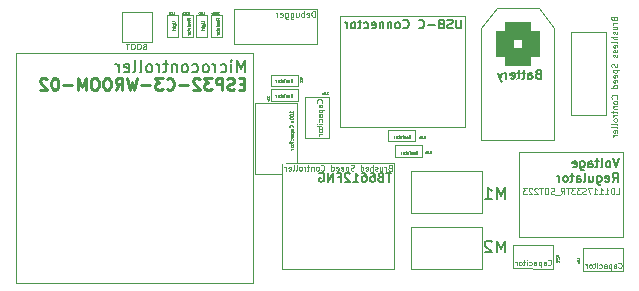
<source format=gbr>
%TF.GenerationSoftware,KiCad,Pcbnew,9.0.3*%
%TF.CreationDate,2025-08-11T12:53:14-05:00*%
%TF.ProjectId,Battle_Bot_Mind,42617474-6c65-45f4-926f-745f4d696e64,rev?*%
%TF.SameCoordinates,Original*%
%TF.FileFunction,Legend,Bot*%
%TF.FilePolarity,Positive*%
%FSLAX46Y46*%
G04 Gerber Fmt 4.6, Leading zero omitted, Abs format (unit mm)*
G04 Created by KiCad (PCBNEW 9.0.3) date 2025-08-11 12:53:14*
%MOMM*%
%LPD*%
G01*
G04 APERTURE LIST*
G04 Aperture macros list*
%AMRoundRect*
0 Rectangle with rounded corners*
0 $1 Rounding radius*
0 $2 $3 $4 $5 $6 $7 $8 $9 X,Y pos of 4 corners*
0 Add a 4 corners polygon primitive as box body*
4,1,4,$2,$3,$4,$5,$6,$7,$8,$9,$2,$3,0*
0 Add four circle primitives for the rounded corners*
1,1,$1+$1,$2,$3*
1,1,$1+$1,$4,$5*
1,1,$1+$1,$6,$7*
1,1,$1+$1,$8,$9*
0 Add four rect primitives between the rounded corners*
20,1,$1+$1,$2,$3,$4,$5,0*
20,1,$1+$1,$4,$5,$6,$7,0*
20,1,$1+$1,$6,$7,$8,$9,0*
20,1,$1+$1,$8,$9,$2,$3,0*%
G04 Aperture macros list end*
%ADD10C,0.050000*%
%ADD11C,0.075000*%
%ADD12C,0.100000*%
%ADD13C,0.187500*%
%ADD14C,0.125000*%
%ADD15C,0.118750*%
%ADD16C,0.150000*%
%ADD17C,0.200000*%
%ADD18C,0.250000*%
%ADD19RoundRect,0.760000X-1.140000X1.140000X-1.140000X-1.140000X1.140000X-1.140000X1.140000X1.140000X0*%
%ADD20C,4.000000*%
%ADD21R,1.700000X1.700000*%
%ADD22R,1.350000X1.350000*%
%ADD23C,1.350000*%
%ADD24C,1.700000*%
%ADD25C,0.650000*%
%ADD26O,1.000000X2.100000*%
%ADD27O,1.000000X1.600000*%
G04 APERTURE END LIST*
D10*
X121541971Y-78108989D02*
X121532447Y-78118513D01*
X121532447Y-78118513D02*
X121522923Y-78137560D01*
X121522923Y-78137560D02*
X121522923Y-78185179D01*
X121522923Y-78185179D02*
X121532447Y-78204227D01*
X121532447Y-78204227D02*
X121541971Y-78213751D01*
X121541971Y-78213751D02*
X121561019Y-78223274D01*
X121561019Y-78223274D02*
X121580066Y-78223274D01*
X121580066Y-78223274D02*
X121608638Y-78213751D01*
X121608638Y-78213751D02*
X121722923Y-78099465D01*
X121722923Y-78099465D02*
X121722923Y-78223274D01*
X121541971Y-78299465D02*
X121532447Y-78308989D01*
X121532447Y-78308989D02*
X121522923Y-78328036D01*
X121522923Y-78328036D02*
X121522923Y-78375655D01*
X121522923Y-78375655D02*
X121532447Y-78394703D01*
X121532447Y-78394703D02*
X121541971Y-78404227D01*
X121541971Y-78404227D02*
X121561019Y-78413750D01*
X121561019Y-78413750D02*
X121580066Y-78413750D01*
X121580066Y-78413750D02*
X121608638Y-78404227D01*
X121608638Y-78404227D02*
X121722923Y-78289941D01*
X121722923Y-78289941D02*
X121722923Y-78413750D01*
X121722923Y-78499465D02*
X121589590Y-78499465D01*
X121627685Y-78499465D02*
X121608638Y-78508988D01*
X121608638Y-78508988D02*
X121599114Y-78518512D01*
X121599114Y-78518512D02*
X121589590Y-78537560D01*
X121589590Y-78537560D02*
X121589590Y-78556607D01*
D11*
X123709385Y-79527913D02*
X123709385Y-79356484D01*
X123709385Y-79442199D02*
X123409385Y-79442199D01*
X123409385Y-79442199D02*
X123452242Y-79413627D01*
X123452242Y-79413627D02*
X123480814Y-79385056D01*
X123480814Y-79385056D02*
X123495100Y-79356484D01*
X123409385Y-79713627D02*
X123409385Y-79742198D01*
X123409385Y-79742198D02*
X123423671Y-79770770D01*
X123423671Y-79770770D02*
X123437957Y-79785056D01*
X123437957Y-79785056D02*
X123466528Y-79799341D01*
X123466528Y-79799341D02*
X123523671Y-79813627D01*
X123523671Y-79813627D02*
X123595100Y-79813627D01*
X123595100Y-79813627D02*
X123652242Y-79799341D01*
X123652242Y-79799341D02*
X123680814Y-79785056D01*
X123680814Y-79785056D02*
X123695100Y-79770770D01*
X123695100Y-79770770D02*
X123709385Y-79742198D01*
X123709385Y-79742198D02*
X123709385Y-79713627D01*
X123709385Y-79713627D02*
X123695100Y-79685056D01*
X123695100Y-79685056D02*
X123680814Y-79670770D01*
X123680814Y-79670770D02*
X123652242Y-79656484D01*
X123652242Y-79656484D02*
X123595100Y-79642198D01*
X123595100Y-79642198D02*
X123523671Y-79642198D01*
X123523671Y-79642198D02*
X123466528Y-79656484D01*
X123466528Y-79656484D02*
X123437957Y-79670770D01*
X123437957Y-79670770D02*
X123423671Y-79685056D01*
X123423671Y-79685056D02*
X123409385Y-79713627D01*
X123409385Y-79999341D02*
X123409385Y-80027912D01*
X123409385Y-80027912D02*
X123423671Y-80056484D01*
X123423671Y-80056484D02*
X123437957Y-80070770D01*
X123437957Y-80070770D02*
X123466528Y-80085055D01*
X123466528Y-80085055D02*
X123523671Y-80099341D01*
X123523671Y-80099341D02*
X123595100Y-80099341D01*
X123595100Y-80099341D02*
X123652242Y-80085055D01*
X123652242Y-80085055D02*
X123680814Y-80070770D01*
X123680814Y-80070770D02*
X123695100Y-80056484D01*
X123695100Y-80056484D02*
X123709385Y-80027912D01*
X123709385Y-80027912D02*
X123709385Y-79999341D01*
X123709385Y-79999341D02*
X123695100Y-79970770D01*
X123695100Y-79970770D02*
X123680814Y-79956484D01*
X123680814Y-79956484D02*
X123652242Y-79942198D01*
X123652242Y-79942198D02*
X123595100Y-79927912D01*
X123595100Y-79927912D02*
X123523671Y-79927912D01*
X123523671Y-79927912D02*
X123466528Y-79942198D01*
X123466528Y-79942198D02*
X123437957Y-79956484D01*
X123437957Y-79956484D02*
X123423671Y-79970770D01*
X123423671Y-79970770D02*
X123409385Y-79999341D01*
X123509385Y-80356484D02*
X123709385Y-80356484D01*
X123509385Y-80227912D02*
X123666528Y-80227912D01*
X123666528Y-80227912D02*
X123695100Y-80242198D01*
X123695100Y-80242198D02*
X123709385Y-80270769D01*
X123709385Y-80270769D02*
X123709385Y-80313626D01*
X123709385Y-80313626D02*
X123695100Y-80342198D01*
X123695100Y-80342198D02*
X123680814Y-80356484D01*
X123680814Y-80792199D02*
X123695100Y-80777913D01*
X123695100Y-80777913D02*
X123709385Y-80735056D01*
X123709385Y-80735056D02*
X123709385Y-80706484D01*
X123709385Y-80706484D02*
X123695100Y-80663627D01*
X123695100Y-80663627D02*
X123666528Y-80635056D01*
X123666528Y-80635056D02*
X123637957Y-80620770D01*
X123637957Y-80620770D02*
X123580814Y-80606484D01*
X123580814Y-80606484D02*
X123537957Y-80606484D01*
X123537957Y-80606484D02*
X123480814Y-80620770D01*
X123480814Y-80620770D02*
X123452242Y-80635056D01*
X123452242Y-80635056D02*
X123423671Y-80663627D01*
X123423671Y-80663627D02*
X123409385Y-80706484D01*
X123409385Y-80706484D02*
X123409385Y-80735056D01*
X123409385Y-80735056D02*
X123423671Y-80777913D01*
X123423671Y-80777913D02*
X123437957Y-80792199D01*
X123709385Y-81049342D02*
X123552242Y-81049342D01*
X123552242Y-81049342D02*
X123523671Y-81035056D01*
X123523671Y-81035056D02*
X123509385Y-81006484D01*
X123509385Y-81006484D02*
X123509385Y-80949342D01*
X123509385Y-80949342D02*
X123523671Y-80920770D01*
X123695100Y-81049342D02*
X123709385Y-81020770D01*
X123709385Y-81020770D02*
X123709385Y-80949342D01*
X123709385Y-80949342D02*
X123695100Y-80920770D01*
X123695100Y-80920770D02*
X123666528Y-80906484D01*
X123666528Y-80906484D02*
X123637957Y-80906484D01*
X123637957Y-80906484D02*
X123609385Y-80920770D01*
X123609385Y-80920770D02*
X123595100Y-80949342D01*
X123595100Y-80949342D02*
X123595100Y-81020770D01*
X123595100Y-81020770D02*
X123580814Y-81049342D01*
X123509385Y-81192199D02*
X123809385Y-81192199D01*
X123523671Y-81192199D02*
X123509385Y-81220771D01*
X123509385Y-81220771D02*
X123509385Y-81277913D01*
X123509385Y-81277913D02*
X123523671Y-81306485D01*
X123523671Y-81306485D02*
X123537957Y-81320771D01*
X123537957Y-81320771D02*
X123566528Y-81335056D01*
X123566528Y-81335056D02*
X123652242Y-81335056D01*
X123652242Y-81335056D02*
X123680814Y-81320771D01*
X123680814Y-81320771D02*
X123695100Y-81306485D01*
X123695100Y-81306485D02*
X123709385Y-81277913D01*
X123709385Y-81277913D02*
X123709385Y-81220771D01*
X123709385Y-81220771D02*
X123695100Y-81192199D01*
X123709385Y-81592200D02*
X123552242Y-81592200D01*
X123552242Y-81592200D02*
X123523671Y-81577914D01*
X123523671Y-81577914D02*
X123509385Y-81549342D01*
X123509385Y-81549342D02*
X123509385Y-81492200D01*
X123509385Y-81492200D02*
X123523671Y-81463628D01*
X123695100Y-81592200D02*
X123709385Y-81563628D01*
X123709385Y-81563628D02*
X123709385Y-81492200D01*
X123709385Y-81492200D02*
X123695100Y-81463628D01*
X123695100Y-81463628D02*
X123666528Y-81449342D01*
X123666528Y-81449342D02*
X123637957Y-81449342D01*
X123637957Y-81449342D02*
X123609385Y-81463628D01*
X123609385Y-81463628D02*
X123595100Y-81492200D01*
X123595100Y-81492200D02*
X123595100Y-81563628D01*
X123595100Y-81563628D02*
X123580814Y-81592200D01*
X123695100Y-81863629D02*
X123709385Y-81835057D01*
X123709385Y-81835057D02*
X123709385Y-81777914D01*
X123709385Y-81777914D02*
X123695100Y-81749343D01*
X123695100Y-81749343D02*
X123680814Y-81735057D01*
X123680814Y-81735057D02*
X123652242Y-81720771D01*
X123652242Y-81720771D02*
X123566528Y-81720771D01*
X123566528Y-81720771D02*
X123537957Y-81735057D01*
X123537957Y-81735057D02*
X123523671Y-81749343D01*
X123523671Y-81749343D02*
X123509385Y-81777914D01*
X123509385Y-81777914D02*
X123509385Y-81835057D01*
X123509385Y-81835057D02*
X123523671Y-81863629D01*
X123709385Y-81992200D02*
X123509385Y-81992200D01*
X123409385Y-81992200D02*
X123423671Y-81977914D01*
X123423671Y-81977914D02*
X123437957Y-81992200D01*
X123437957Y-81992200D02*
X123423671Y-82006486D01*
X123423671Y-82006486D02*
X123409385Y-81992200D01*
X123409385Y-81992200D02*
X123437957Y-81992200D01*
X123509385Y-82092200D02*
X123509385Y-82206486D01*
X123409385Y-82135057D02*
X123666528Y-82135057D01*
X123666528Y-82135057D02*
X123695100Y-82149343D01*
X123695100Y-82149343D02*
X123709385Y-82177914D01*
X123709385Y-82177914D02*
X123709385Y-82206486D01*
X123709385Y-82349343D02*
X123695100Y-82320772D01*
X123695100Y-82320772D02*
X123680814Y-82306486D01*
X123680814Y-82306486D02*
X123652242Y-82292200D01*
X123652242Y-82292200D02*
X123566528Y-82292200D01*
X123566528Y-82292200D02*
X123537957Y-82306486D01*
X123537957Y-82306486D02*
X123523671Y-82320772D01*
X123523671Y-82320772D02*
X123509385Y-82349343D01*
X123509385Y-82349343D02*
X123509385Y-82392200D01*
X123509385Y-82392200D02*
X123523671Y-82420772D01*
X123523671Y-82420772D02*
X123537957Y-82435058D01*
X123537957Y-82435058D02*
X123566528Y-82449343D01*
X123566528Y-82449343D02*
X123652242Y-82449343D01*
X123652242Y-82449343D02*
X123680814Y-82435058D01*
X123680814Y-82435058D02*
X123695100Y-82420772D01*
X123695100Y-82420772D02*
X123709385Y-82392200D01*
X123709385Y-82392200D02*
X123709385Y-82349343D01*
X123709385Y-82577915D02*
X123509385Y-82577915D01*
X123566528Y-82577915D02*
X123537957Y-82592201D01*
X123537957Y-82592201D02*
X123523671Y-82606487D01*
X123523671Y-82606487D02*
X123509385Y-82635058D01*
X123509385Y-82635058D02*
X123509385Y-82663629D01*
D12*
X124020000Y-78680000D02*
X124020000Y-83750000D01*
X120480000Y-78680000D02*
X124020000Y-78680000D01*
X120500000Y-84750000D02*
X122750000Y-84750000D01*
X120480000Y-78680000D02*
X120480000Y-84750000D01*
X134012500Y-81030000D02*
X131792500Y-81030000D01*
X145850000Y-72350000D02*
X144550000Y-70650000D01*
X151650000Y-82900000D02*
X142850000Y-82900000D01*
X109230000Y-70980000D02*
X111750000Y-71000000D01*
X144550000Y-70650000D02*
X140950000Y-70650000D01*
X121890000Y-77568000D02*
X124110000Y-77568000D01*
X124110000Y-78508000D01*
X121890000Y-78508000D01*
X121890000Y-77568000D01*
X115530000Y-71305000D02*
X116470000Y-71305000D01*
X116470000Y-73165000D01*
X115530000Y-73165000D01*
X115530000Y-71305000D01*
X116780000Y-71280000D02*
X117720000Y-71280000D01*
X117720000Y-73140000D01*
X116780000Y-73140000D01*
X116780000Y-71280000D01*
X139650000Y-72350000D02*
X139650000Y-81850000D01*
X145750000Y-90770000D02*
X142350000Y-90770000D01*
X133750000Y-88000000D02*
X139750000Y-88000000D01*
X131792500Y-81030000D02*
X131792500Y-81970000D01*
X140950000Y-70650000D02*
X139650000Y-72350000D01*
X111750000Y-71000000D02*
X111750000Y-73500000D01*
X139650000Y-81850000D02*
X145850000Y-81850000D01*
X132250000Y-83775000D02*
X122750000Y-83775000D01*
X139650000Y-72350000D02*
X139650000Y-81850000D01*
X114280000Y-71280000D02*
X115220000Y-71280000D01*
X115220000Y-73140000D01*
X114280000Y-73140000D01*
X114280000Y-71280000D01*
X139750000Y-84485000D02*
X133750000Y-84485000D01*
X133750000Y-84485000D02*
X133750000Y-88000000D01*
X139650000Y-81850000D02*
X145850000Y-81850000D01*
X142350000Y-90770000D02*
X142350000Y-92730000D01*
X140950000Y-70650000D02*
X139650000Y-72350000D01*
X121890000Y-76318000D02*
X124110000Y-76318000D01*
X124110000Y-77258000D01*
X121890000Y-77258000D01*
X121890000Y-76318000D01*
X145750000Y-92750000D02*
X145750000Y-90750000D01*
X142350000Y-92730000D02*
X145750000Y-92750000D01*
X100250000Y-74500000D02*
X120350000Y-74500000D01*
X120350000Y-94000000D01*
X100250000Y-94000000D01*
X100250000Y-74500000D01*
X113030000Y-71305000D02*
X113970000Y-71305000D01*
X113970000Y-73165000D01*
X113030000Y-73165000D01*
X113030000Y-71305000D01*
X145850000Y-81850000D02*
X145850000Y-72350000D01*
X147250000Y-72750000D02*
X150250000Y-72750000D01*
X150250000Y-79750000D01*
X147250000Y-79750000D01*
X147250000Y-72750000D01*
X122750000Y-92775000D02*
X132250000Y-92775000D01*
X109230000Y-73520000D02*
X111750000Y-73520000D01*
X122750000Y-83775000D02*
X122750000Y-92750000D01*
X132390000Y-82310000D02*
X134610000Y-82310000D01*
X134610000Y-83250000D01*
X132390000Y-83250000D01*
X132390000Y-82310000D01*
X145850000Y-81850000D02*
X145850000Y-72350000D01*
X132250000Y-92775000D02*
X132250000Y-83775000D01*
X148300000Y-91020000D02*
X151700000Y-91020000D01*
X151700000Y-92980000D01*
X148300000Y-92980000D01*
X148300000Y-91020000D01*
X151650000Y-90100000D02*
X142850000Y-90100000D01*
X133750000Y-89235000D02*
X133750000Y-92750000D01*
X145850000Y-72350000D02*
X144550000Y-70650000D01*
X144550000Y-70650000D02*
X140950000Y-70650000D01*
X139750000Y-88000000D02*
X139750000Y-84485000D01*
X127680000Y-71350000D02*
X138320000Y-71350000D01*
X138320000Y-80770000D01*
X127680000Y-80770000D01*
X127680000Y-71350000D01*
X109230000Y-70980000D02*
X109230000Y-73520000D01*
X134012500Y-81970000D02*
X134012500Y-81030000D01*
X133750000Y-92750000D02*
X139750000Y-92750000D01*
X151650000Y-82900000D02*
X151650000Y-90100000D01*
X142850000Y-90100000D02*
X142850000Y-82900000D01*
X131792500Y-81970000D02*
X134012500Y-81970000D01*
X124770000Y-78250000D02*
X126730000Y-78250000D01*
X126730000Y-81650000D01*
X124770000Y-81650000D01*
X124770000Y-78250000D01*
X118750000Y-70750000D02*
X125750000Y-70750000D01*
X125750000Y-73750000D01*
X118750000Y-73750000D01*
X118750000Y-70750000D01*
X139750000Y-92750000D02*
X139750000Y-89235000D01*
X139750000Y-89235000D02*
X133750000Y-89235000D01*
D10*
X135324248Y-82772923D02*
X135419486Y-82772923D01*
X135419486Y-82772923D02*
X135429010Y-82868161D01*
X135429010Y-82868161D02*
X135419486Y-82858638D01*
X135419486Y-82858638D02*
X135400439Y-82849114D01*
X135400439Y-82849114D02*
X135352820Y-82849114D01*
X135352820Y-82849114D02*
X135333772Y-82858638D01*
X135333772Y-82858638D02*
X135324248Y-82868161D01*
X135324248Y-82868161D02*
X135314725Y-82887209D01*
X135314725Y-82887209D02*
X135314725Y-82934828D01*
X135314725Y-82934828D02*
X135324248Y-82953876D01*
X135324248Y-82953876D02*
X135333772Y-82963400D01*
X135333772Y-82963400D02*
X135352820Y-82972923D01*
X135352820Y-82972923D02*
X135400439Y-82972923D01*
X135400439Y-82972923D02*
X135419486Y-82963400D01*
X135419486Y-82963400D02*
X135429010Y-82953876D01*
X135229010Y-82953876D02*
X135219487Y-82963400D01*
X135219487Y-82963400D02*
X135229010Y-82972923D01*
X135229010Y-82972923D02*
X135238534Y-82963400D01*
X135238534Y-82963400D02*
X135229010Y-82953876D01*
X135229010Y-82953876D02*
X135229010Y-82972923D01*
X135029011Y-82972923D02*
X135143296Y-82972923D01*
X135086153Y-82972923D02*
X135086153Y-82772923D01*
X135086153Y-82772923D02*
X135105201Y-82801495D01*
X135105201Y-82801495D02*
X135124249Y-82820542D01*
X135124249Y-82820542D02*
X135143296Y-82830066D01*
X134943296Y-82972923D02*
X134943296Y-82772923D01*
X134924249Y-82896733D02*
X134867106Y-82972923D01*
X134867106Y-82839590D02*
X134943296Y-82915780D01*
D13*
X150769502Y-85398464D02*
X151019502Y-85041321D01*
X151198073Y-85398464D02*
X151198073Y-84648464D01*
X151198073Y-84648464D02*
X150912359Y-84648464D01*
X150912359Y-84648464D02*
X150840930Y-84684178D01*
X150840930Y-84684178D02*
X150805216Y-84719892D01*
X150805216Y-84719892D02*
X150769502Y-84791321D01*
X150769502Y-84791321D02*
X150769502Y-84898464D01*
X150769502Y-84898464D02*
X150805216Y-84969892D01*
X150805216Y-84969892D02*
X150840930Y-85005607D01*
X150840930Y-85005607D02*
X150912359Y-85041321D01*
X150912359Y-85041321D02*
X151198073Y-85041321D01*
X150162359Y-85362750D02*
X150233787Y-85398464D01*
X150233787Y-85398464D02*
X150376645Y-85398464D01*
X150376645Y-85398464D02*
X150448073Y-85362750D01*
X150448073Y-85362750D02*
X150483787Y-85291321D01*
X150483787Y-85291321D02*
X150483787Y-85005607D01*
X150483787Y-85005607D02*
X150448073Y-84934178D01*
X150448073Y-84934178D02*
X150376645Y-84898464D01*
X150376645Y-84898464D02*
X150233787Y-84898464D01*
X150233787Y-84898464D02*
X150162359Y-84934178D01*
X150162359Y-84934178D02*
X150126645Y-85005607D01*
X150126645Y-85005607D02*
X150126645Y-85077035D01*
X150126645Y-85077035D02*
X150483787Y-85148464D01*
X149483788Y-84898464D02*
X149483788Y-85505607D01*
X149483788Y-85505607D02*
X149519502Y-85577035D01*
X149519502Y-85577035D02*
X149555216Y-85612750D01*
X149555216Y-85612750D02*
X149626645Y-85648464D01*
X149626645Y-85648464D02*
X149733788Y-85648464D01*
X149733788Y-85648464D02*
X149805216Y-85612750D01*
X149483788Y-85362750D02*
X149555216Y-85398464D01*
X149555216Y-85398464D02*
X149698073Y-85398464D01*
X149698073Y-85398464D02*
X149769502Y-85362750D01*
X149769502Y-85362750D02*
X149805216Y-85327035D01*
X149805216Y-85327035D02*
X149840930Y-85255607D01*
X149840930Y-85255607D02*
X149840930Y-85041321D01*
X149840930Y-85041321D02*
X149805216Y-84969892D01*
X149805216Y-84969892D02*
X149769502Y-84934178D01*
X149769502Y-84934178D02*
X149698073Y-84898464D01*
X149698073Y-84898464D02*
X149555216Y-84898464D01*
X149555216Y-84898464D02*
X149483788Y-84934178D01*
X148805217Y-84898464D02*
X148805217Y-85398464D01*
X149126645Y-84898464D02*
X149126645Y-85291321D01*
X149126645Y-85291321D02*
X149090931Y-85362750D01*
X149090931Y-85362750D02*
X149019502Y-85398464D01*
X149019502Y-85398464D02*
X148912359Y-85398464D01*
X148912359Y-85398464D02*
X148840931Y-85362750D01*
X148840931Y-85362750D02*
X148805217Y-85327035D01*
X148340931Y-85398464D02*
X148412360Y-85362750D01*
X148412360Y-85362750D02*
X148448074Y-85291321D01*
X148448074Y-85291321D02*
X148448074Y-84648464D01*
X147733789Y-85398464D02*
X147733789Y-85005607D01*
X147733789Y-85005607D02*
X147769503Y-84934178D01*
X147769503Y-84934178D02*
X147840931Y-84898464D01*
X147840931Y-84898464D02*
X147983789Y-84898464D01*
X147983789Y-84898464D02*
X148055217Y-84934178D01*
X147733789Y-85362750D02*
X147805217Y-85398464D01*
X147805217Y-85398464D02*
X147983789Y-85398464D01*
X147983789Y-85398464D02*
X148055217Y-85362750D01*
X148055217Y-85362750D02*
X148090931Y-85291321D01*
X148090931Y-85291321D02*
X148090931Y-85219892D01*
X148090931Y-85219892D02*
X148055217Y-85148464D01*
X148055217Y-85148464D02*
X147983789Y-85112750D01*
X147983789Y-85112750D02*
X147805217Y-85112750D01*
X147805217Y-85112750D02*
X147733789Y-85077035D01*
X147483789Y-84898464D02*
X147198075Y-84898464D01*
X147376646Y-84648464D02*
X147376646Y-85291321D01*
X147376646Y-85291321D02*
X147340932Y-85362750D01*
X147340932Y-85362750D02*
X147269503Y-85398464D01*
X147269503Y-85398464D02*
X147198075Y-85398464D01*
X146840932Y-85398464D02*
X146912361Y-85362750D01*
X146912361Y-85362750D02*
X146948075Y-85327035D01*
X146948075Y-85327035D02*
X146983789Y-85255607D01*
X146983789Y-85255607D02*
X146983789Y-85041321D01*
X146983789Y-85041321D02*
X146948075Y-84969892D01*
X146948075Y-84969892D02*
X146912361Y-84934178D01*
X146912361Y-84934178D02*
X146840932Y-84898464D01*
X146840932Y-84898464D02*
X146733789Y-84898464D01*
X146733789Y-84898464D02*
X146662361Y-84934178D01*
X146662361Y-84934178D02*
X146626647Y-84969892D01*
X146626647Y-84969892D02*
X146590932Y-85041321D01*
X146590932Y-85041321D02*
X146590932Y-85255607D01*
X146590932Y-85255607D02*
X146626647Y-85327035D01*
X146626647Y-85327035D02*
X146662361Y-85362750D01*
X146662361Y-85362750D02*
X146733789Y-85398464D01*
X146733789Y-85398464D02*
X146840932Y-85398464D01*
X146269504Y-85398464D02*
X146269504Y-84898464D01*
X146269504Y-85041321D02*
X146233790Y-84969892D01*
X146233790Y-84969892D02*
X146198076Y-84934178D01*
X146198076Y-84934178D02*
X146126647Y-84898464D01*
X146126647Y-84898464D02*
X146055218Y-84898464D01*
D12*
X150921704Y-71601503D02*
X150945514Y-71672931D01*
X150945514Y-71672931D02*
X150969323Y-71696741D01*
X150969323Y-71696741D02*
X151016942Y-71720550D01*
X151016942Y-71720550D02*
X151088371Y-71720550D01*
X151088371Y-71720550D02*
X151135990Y-71696741D01*
X151135990Y-71696741D02*
X151159800Y-71672931D01*
X151159800Y-71672931D02*
X151183609Y-71625312D01*
X151183609Y-71625312D02*
X151183609Y-71434836D01*
X151183609Y-71434836D02*
X150683609Y-71434836D01*
X150683609Y-71434836D02*
X150683609Y-71601503D01*
X150683609Y-71601503D02*
X150707419Y-71649122D01*
X150707419Y-71649122D02*
X150731228Y-71672931D01*
X150731228Y-71672931D02*
X150778847Y-71696741D01*
X150778847Y-71696741D02*
X150826466Y-71696741D01*
X150826466Y-71696741D02*
X150874085Y-71672931D01*
X150874085Y-71672931D02*
X150897895Y-71649122D01*
X150897895Y-71649122D02*
X150921704Y-71601503D01*
X150921704Y-71601503D02*
X150921704Y-71434836D01*
X151183609Y-71934836D02*
X150850276Y-71934836D01*
X150945514Y-71934836D02*
X150897895Y-71958646D01*
X150897895Y-71958646D02*
X150874085Y-71982455D01*
X150874085Y-71982455D02*
X150850276Y-72030074D01*
X150850276Y-72030074D02*
X150850276Y-72077693D01*
X150850276Y-72458646D02*
X151183609Y-72458646D01*
X150850276Y-72244360D02*
X151112180Y-72244360D01*
X151112180Y-72244360D02*
X151159800Y-72268170D01*
X151159800Y-72268170D02*
X151183609Y-72315789D01*
X151183609Y-72315789D02*
X151183609Y-72387217D01*
X151183609Y-72387217D02*
X151159800Y-72434836D01*
X151159800Y-72434836D02*
X151135990Y-72458646D01*
X151159800Y-72672932D02*
X151183609Y-72720551D01*
X151183609Y-72720551D02*
X151183609Y-72815789D01*
X151183609Y-72815789D02*
X151159800Y-72863408D01*
X151159800Y-72863408D02*
X151112180Y-72887217D01*
X151112180Y-72887217D02*
X151088371Y-72887217D01*
X151088371Y-72887217D02*
X151040752Y-72863408D01*
X151040752Y-72863408D02*
X151016942Y-72815789D01*
X151016942Y-72815789D02*
X151016942Y-72744360D01*
X151016942Y-72744360D02*
X150993133Y-72696741D01*
X150993133Y-72696741D02*
X150945514Y-72672932D01*
X150945514Y-72672932D02*
X150921704Y-72672932D01*
X150921704Y-72672932D02*
X150874085Y-72696741D01*
X150874085Y-72696741D02*
X150850276Y-72744360D01*
X150850276Y-72744360D02*
X150850276Y-72815789D01*
X150850276Y-72815789D02*
X150874085Y-72863408D01*
X151183609Y-73101503D02*
X150683609Y-73101503D01*
X151183609Y-73315789D02*
X150921704Y-73315789D01*
X150921704Y-73315789D02*
X150874085Y-73291979D01*
X150874085Y-73291979D02*
X150850276Y-73244360D01*
X150850276Y-73244360D02*
X150850276Y-73172932D01*
X150850276Y-73172932D02*
X150874085Y-73125313D01*
X150874085Y-73125313D02*
X150897895Y-73101503D01*
X151183609Y-73625313D02*
X151159800Y-73577694D01*
X151159800Y-73577694D02*
X151112180Y-73553884D01*
X151112180Y-73553884D02*
X150683609Y-73553884D01*
X151159800Y-74006265D02*
X151183609Y-73958646D01*
X151183609Y-73958646D02*
X151183609Y-73863408D01*
X151183609Y-73863408D02*
X151159800Y-73815789D01*
X151159800Y-73815789D02*
X151112180Y-73791980D01*
X151112180Y-73791980D02*
X150921704Y-73791980D01*
X150921704Y-73791980D02*
X150874085Y-73815789D01*
X150874085Y-73815789D02*
X150850276Y-73863408D01*
X150850276Y-73863408D02*
X150850276Y-73958646D01*
X150850276Y-73958646D02*
X150874085Y-74006265D01*
X150874085Y-74006265D02*
X150921704Y-74030075D01*
X150921704Y-74030075D02*
X150969323Y-74030075D01*
X150969323Y-74030075D02*
X151016942Y-73791980D01*
X151159800Y-74220551D02*
X151183609Y-74268170D01*
X151183609Y-74268170D02*
X151183609Y-74363408D01*
X151183609Y-74363408D02*
X151159800Y-74411027D01*
X151159800Y-74411027D02*
X151112180Y-74434836D01*
X151112180Y-74434836D02*
X151088371Y-74434836D01*
X151088371Y-74434836D02*
X151040752Y-74411027D01*
X151040752Y-74411027D02*
X151016942Y-74363408D01*
X151016942Y-74363408D02*
X151016942Y-74291979D01*
X151016942Y-74291979D02*
X150993133Y-74244360D01*
X150993133Y-74244360D02*
X150945514Y-74220551D01*
X150945514Y-74220551D02*
X150921704Y-74220551D01*
X150921704Y-74220551D02*
X150874085Y-74244360D01*
X150874085Y-74244360D02*
X150850276Y-74291979D01*
X150850276Y-74291979D02*
X150850276Y-74363408D01*
X150850276Y-74363408D02*
X150874085Y-74411027D01*
X151159800Y-74625313D02*
X151183609Y-74672932D01*
X151183609Y-74672932D02*
X151183609Y-74768170D01*
X151183609Y-74768170D02*
X151159800Y-74815789D01*
X151159800Y-74815789D02*
X151112180Y-74839598D01*
X151112180Y-74839598D02*
X151088371Y-74839598D01*
X151088371Y-74839598D02*
X151040752Y-74815789D01*
X151040752Y-74815789D02*
X151016942Y-74768170D01*
X151016942Y-74768170D02*
X151016942Y-74696741D01*
X151016942Y-74696741D02*
X150993133Y-74649122D01*
X150993133Y-74649122D02*
X150945514Y-74625313D01*
X150945514Y-74625313D02*
X150921704Y-74625313D01*
X150921704Y-74625313D02*
X150874085Y-74649122D01*
X150874085Y-74649122D02*
X150850276Y-74696741D01*
X150850276Y-74696741D02*
X150850276Y-74768170D01*
X150850276Y-74768170D02*
X150874085Y-74815789D01*
X151159800Y-75411027D02*
X151183609Y-75482455D01*
X151183609Y-75482455D02*
X151183609Y-75601503D01*
X151183609Y-75601503D02*
X151159800Y-75649122D01*
X151159800Y-75649122D02*
X151135990Y-75672931D01*
X151135990Y-75672931D02*
X151088371Y-75696741D01*
X151088371Y-75696741D02*
X151040752Y-75696741D01*
X151040752Y-75696741D02*
X150993133Y-75672931D01*
X150993133Y-75672931D02*
X150969323Y-75649122D01*
X150969323Y-75649122D02*
X150945514Y-75601503D01*
X150945514Y-75601503D02*
X150921704Y-75506265D01*
X150921704Y-75506265D02*
X150897895Y-75458646D01*
X150897895Y-75458646D02*
X150874085Y-75434836D01*
X150874085Y-75434836D02*
X150826466Y-75411027D01*
X150826466Y-75411027D02*
X150778847Y-75411027D01*
X150778847Y-75411027D02*
X150731228Y-75434836D01*
X150731228Y-75434836D02*
X150707419Y-75458646D01*
X150707419Y-75458646D02*
X150683609Y-75506265D01*
X150683609Y-75506265D02*
X150683609Y-75625312D01*
X150683609Y-75625312D02*
X150707419Y-75696741D01*
X150850276Y-75911026D02*
X151350276Y-75911026D01*
X150874085Y-75911026D02*
X150850276Y-75958645D01*
X150850276Y-75958645D02*
X150850276Y-76053883D01*
X150850276Y-76053883D02*
X150874085Y-76101502D01*
X150874085Y-76101502D02*
X150897895Y-76125312D01*
X150897895Y-76125312D02*
X150945514Y-76149121D01*
X150945514Y-76149121D02*
X151088371Y-76149121D01*
X151088371Y-76149121D02*
X151135990Y-76125312D01*
X151135990Y-76125312D02*
X151159800Y-76101502D01*
X151159800Y-76101502D02*
X151183609Y-76053883D01*
X151183609Y-76053883D02*
X151183609Y-75958645D01*
X151183609Y-75958645D02*
X151159800Y-75911026D01*
X151159800Y-76553883D02*
X151183609Y-76506264D01*
X151183609Y-76506264D02*
X151183609Y-76411026D01*
X151183609Y-76411026D02*
X151159800Y-76363407D01*
X151159800Y-76363407D02*
X151112180Y-76339598D01*
X151112180Y-76339598D02*
X150921704Y-76339598D01*
X150921704Y-76339598D02*
X150874085Y-76363407D01*
X150874085Y-76363407D02*
X150850276Y-76411026D01*
X150850276Y-76411026D02*
X150850276Y-76506264D01*
X150850276Y-76506264D02*
X150874085Y-76553883D01*
X150874085Y-76553883D02*
X150921704Y-76577693D01*
X150921704Y-76577693D02*
X150969323Y-76577693D01*
X150969323Y-76577693D02*
X151016942Y-76339598D01*
X151159800Y-76982454D02*
X151183609Y-76934835D01*
X151183609Y-76934835D02*
X151183609Y-76839597D01*
X151183609Y-76839597D02*
X151159800Y-76791978D01*
X151159800Y-76791978D02*
X151112180Y-76768169D01*
X151112180Y-76768169D02*
X150921704Y-76768169D01*
X150921704Y-76768169D02*
X150874085Y-76791978D01*
X150874085Y-76791978D02*
X150850276Y-76839597D01*
X150850276Y-76839597D02*
X150850276Y-76934835D01*
X150850276Y-76934835D02*
X150874085Y-76982454D01*
X150874085Y-76982454D02*
X150921704Y-77006264D01*
X150921704Y-77006264D02*
X150969323Y-77006264D01*
X150969323Y-77006264D02*
X151016942Y-76768169D01*
X151183609Y-77434835D02*
X150683609Y-77434835D01*
X151159800Y-77434835D02*
X151183609Y-77387216D01*
X151183609Y-77387216D02*
X151183609Y-77291978D01*
X151183609Y-77291978D02*
X151159800Y-77244359D01*
X151159800Y-77244359D02*
X151135990Y-77220549D01*
X151135990Y-77220549D02*
X151088371Y-77196740D01*
X151088371Y-77196740D02*
X150945514Y-77196740D01*
X150945514Y-77196740D02*
X150897895Y-77220549D01*
X150897895Y-77220549D02*
X150874085Y-77244359D01*
X150874085Y-77244359D02*
X150850276Y-77291978D01*
X150850276Y-77291978D02*
X150850276Y-77387216D01*
X150850276Y-77387216D02*
X150874085Y-77434835D01*
X151135990Y-78339596D02*
X151159800Y-78315787D01*
X151159800Y-78315787D02*
X151183609Y-78244358D01*
X151183609Y-78244358D02*
X151183609Y-78196739D01*
X151183609Y-78196739D02*
X151159800Y-78125311D01*
X151159800Y-78125311D02*
X151112180Y-78077692D01*
X151112180Y-78077692D02*
X151064561Y-78053882D01*
X151064561Y-78053882D02*
X150969323Y-78030073D01*
X150969323Y-78030073D02*
X150897895Y-78030073D01*
X150897895Y-78030073D02*
X150802657Y-78053882D01*
X150802657Y-78053882D02*
X150755038Y-78077692D01*
X150755038Y-78077692D02*
X150707419Y-78125311D01*
X150707419Y-78125311D02*
X150683609Y-78196739D01*
X150683609Y-78196739D02*
X150683609Y-78244358D01*
X150683609Y-78244358D02*
X150707419Y-78315787D01*
X150707419Y-78315787D02*
X150731228Y-78339596D01*
X151183609Y-78625311D02*
X151159800Y-78577692D01*
X151159800Y-78577692D02*
X151135990Y-78553882D01*
X151135990Y-78553882D02*
X151088371Y-78530073D01*
X151088371Y-78530073D02*
X150945514Y-78530073D01*
X150945514Y-78530073D02*
X150897895Y-78553882D01*
X150897895Y-78553882D02*
X150874085Y-78577692D01*
X150874085Y-78577692D02*
X150850276Y-78625311D01*
X150850276Y-78625311D02*
X150850276Y-78696739D01*
X150850276Y-78696739D02*
X150874085Y-78744358D01*
X150874085Y-78744358D02*
X150897895Y-78768168D01*
X150897895Y-78768168D02*
X150945514Y-78791977D01*
X150945514Y-78791977D02*
X151088371Y-78791977D01*
X151088371Y-78791977D02*
X151135990Y-78768168D01*
X151135990Y-78768168D02*
X151159800Y-78744358D01*
X151159800Y-78744358D02*
X151183609Y-78696739D01*
X151183609Y-78696739D02*
X151183609Y-78625311D01*
X150850276Y-79006263D02*
X151183609Y-79006263D01*
X150897895Y-79006263D02*
X150874085Y-79030073D01*
X150874085Y-79030073D02*
X150850276Y-79077692D01*
X150850276Y-79077692D02*
X150850276Y-79149120D01*
X150850276Y-79149120D02*
X150874085Y-79196739D01*
X150874085Y-79196739D02*
X150921704Y-79220549D01*
X150921704Y-79220549D02*
X151183609Y-79220549D01*
X150850276Y-79387216D02*
X150850276Y-79577692D01*
X150683609Y-79458644D02*
X151112180Y-79458644D01*
X151112180Y-79458644D02*
X151159800Y-79482454D01*
X151159800Y-79482454D02*
X151183609Y-79530073D01*
X151183609Y-79530073D02*
X151183609Y-79577692D01*
X151183609Y-79744358D02*
X150850276Y-79744358D01*
X150945514Y-79744358D02*
X150897895Y-79768168D01*
X150897895Y-79768168D02*
X150874085Y-79791977D01*
X150874085Y-79791977D02*
X150850276Y-79839596D01*
X150850276Y-79839596D02*
X150850276Y-79887215D01*
X151183609Y-80125311D02*
X151159800Y-80077692D01*
X151159800Y-80077692D02*
X151135990Y-80053882D01*
X151135990Y-80053882D02*
X151088371Y-80030073D01*
X151088371Y-80030073D02*
X150945514Y-80030073D01*
X150945514Y-80030073D02*
X150897895Y-80053882D01*
X150897895Y-80053882D02*
X150874085Y-80077692D01*
X150874085Y-80077692D02*
X150850276Y-80125311D01*
X150850276Y-80125311D02*
X150850276Y-80196739D01*
X150850276Y-80196739D02*
X150874085Y-80244358D01*
X150874085Y-80244358D02*
X150897895Y-80268168D01*
X150897895Y-80268168D02*
X150945514Y-80291977D01*
X150945514Y-80291977D02*
X151088371Y-80291977D01*
X151088371Y-80291977D02*
X151135990Y-80268168D01*
X151135990Y-80268168D02*
X151159800Y-80244358D01*
X151159800Y-80244358D02*
X151183609Y-80196739D01*
X151183609Y-80196739D02*
X151183609Y-80125311D01*
X151183609Y-80577692D02*
X151159800Y-80530073D01*
X151159800Y-80530073D02*
X151112180Y-80506263D01*
X151112180Y-80506263D02*
X150683609Y-80506263D01*
X151183609Y-80839597D02*
X151159800Y-80791978D01*
X151159800Y-80791978D02*
X151112180Y-80768168D01*
X151112180Y-80768168D02*
X150683609Y-80768168D01*
X151159800Y-81220549D02*
X151183609Y-81172930D01*
X151183609Y-81172930D02*
X151183609Y-81077692D01*
X151183609Y-81077692D02*
X151159800Y-81030073D01*
X151159800Y-81030073D02*
X151112180Y-81006264D01*
X151112180Y-81006264D02*
X150921704Y-81006264D01*
X150921704Y-81006264D02*
X150874085Y-81030073D01*
X150874085Y-81030073D02*
X150850276Y-81077692D01*
X150850276Y-81077692D02*
X150850276Y-81172930D01*
X150850276Y-81172930D02*
X150874085Y-81220549D01*
X150874085Y-81220549D02*
X150921704Y-81244359D01*
X150921704Y-81244359D02*
X150969323Y-81244359D01*
X150969323Y-81244359D02*
X151016942Y-81006264D01*
X151183609Y-81458644D02*
X150850276Y-81458644D01*
X150945514Y-81458644D02*
X150897895Y-81482454D01*
X150897895Y-81482454D02*
X150874085Y-81506263D01*
X150874085Y-81506263D02*
X150850276Y-81553882D01*
X150850276Y-81553882D02*
X150850276Y-81601501D01*
X125565163Y-71433609D02*
X125565163Y-70933609D01*
X125565163Y-70933609D02*
X125446115Y-70933609D01*
X125446115Y-70933609D02*
X125374687Y-70957419D01*
X125374687Y-70957419D02*
X125327068Y-71005038D01*
X125327068Y-71005038D02*
X125303258Y-71052657D01*
X125303258Y-71052657D02*
X125279449Y-71147895D01*
X125279449Y-71147895D02*
X125279449Y-71219323D01*
X125279449Y-71219323D02*
X125303258Y-71314561D01*
X125303258Y-71314561D02*
X125327068Y-71362180D01*
X125327068Y-71362180D02*
X125374687Y-71409800D01*
X125374687Y-71409800D02*
X125446115Y-71433609D01*
X125446115Y-71433609D02*
X125565163Y-71433609D01*
X124874687Y-71409800D02*
X124922306Y-71433609D01*
X124922306Y-71433609D02*
X125017544Y-71433609D01*
X125017544Y-71433609D02*
X125065163Y-71409800D01*
X125065163Y-71409800D02*
X125088972Y-71362180D01*
X125088972Y-71362180D02*
X125088972Y-71171704D01*
X125088972Y-71171704D02*
X125065163Y-71124085D01*
X125065163Y-71124085D02*
X125017544Y-71100276D01*
X125017544Y-71100276D02*
X124922306Y-71100276D01*
X124922306Y-71100276D02*
X124874687Y-71124085D01*
X124874687Y-71124085D02*
X124850877Y-71171704D01*
X124850877Y-71171704D02*
X124850877Y-71219323D01*
X124850877Y-71219323D02*
X125088972Y-71266942D01*
X124636592Y-71433609D02*
X124636592Y-70933609D01*
X124636592Y-71124085D02*
X124588973Y-71100276D01*
X124588973Y-71100276D02*
X124493735Y-71100276D01*
X124493735Y-71100276D02*
X124446116Y-71124085D01*
X124446116Y-71124085D02*
X124422306Y-71147895D01*
X124422306Y-71147895D02*
X124398497Y-71195514D01*
X124398497Y-71195514D02*
X124398497Y-71338371D01*
X124398497Y-71338371D02*
X124422306Y-71385990D01*
X124422306Y-71385990D02*
X124446116Y-71409800D01*
X124446116Y-71409800D02*
X124493735Y-71433609D01*
X124493735Y-71433609D02*
X124588973Y-71433609D01*
X124588973Y-71433609D02*
X124636592Y-71409800D01*
X123969925Y-71100276D02*
X123969925Y-71433609D01*
X124184211Y-71100276D02*
X124184211Y-71362180D01*
X124184211Y-71362180D02*
X124160401Y-71409800D01*
X124160401Y-71409800D02*
X124112782Y-71433609D01*
X124112782Y-71433609D02*
X124041354Y-71433609D01*
X124041354Y-71433609D02*
X123993735Y-71409800D01*
X123993735Y-71409800D02*
X123969925Y-71385990D01*
X123517544Y-71100276D02*
X123517544Y-71505038D01*
X123517544Y-71505038D02*
X123541354Y-71552657D01*
X123541354Y-71552657D02*
X123565163Y-71576466D01*
X123565163Y-71576466D02*
X123612782Y-71600276D01*
X123612782Y-71600276D02*
X123684211Y-71600276D01*
X123684211Y-71600276D02*
X123731830Y-71576466D01*
X123517544Y-71409800D02*
X123565163Y-71433609D01*
X123565163Y-71433609D02*
X123660401Y-71433609D01*
X123660401Y-71433609D02*
X123708020Y-71409800D01*
X123708020Y-71409800D02*
X123731830Y-71385990D01*
X123731830Y-71385990D02*
X123755639Y-71338371D01*
X123755639Y-71338371D02*
X123755639Y-71195514D01*
X123755639Y-71195514D02*
X123731830Y-71147895D01*
X123731830Y-71147895D02*
X123708020Y-71124085D01*
X123708020Y-71124085D02*
X123660401Y-71100276D01*
X123660401Y-71100276D02*
X123565163Y-71100276D01*
X123565163Y-71100276D02*
X123517544Y-71124085D01*
X123065163Y-71100276D02*
X123065163Y-71505038D01*
X123065163Y-71505038D02*
X123088973Y-71552657D01*
X123088973Y-71552657D02*
X123112782Y-71576466D01*
X123112782Y-71576466D02*
X123160401Y-71600276D01*
X123160401Y-71600276D02*
X123231830Y-71600276D01*
X123231830Y-71600276D02*
X123279449Y-71576466D01*
X123065163Y-71409800D02*
X123112782Y-71433609D01*
X123112782Y-71433609D02*
X123208020Y-71433609D01*
X123208020Y-71433609D02*
X123255639Y-71409800D01*
X123255639Y-71409800D02*
X123279449Y-71385990D01*
X123279449Y-71385990D02*
X123303258Y-71338371D01*
X123303258Y-71338371D02*
X123303258Y-71195514D01*
X123303258Y-71195514D02*
X123279449Y-71147895D01*
X123279449Y-71147895D02*
X123255639Y-71124085D01*
X123255639Y-71124085D02*
X123208020Y-71100276D01*
X123208020Y-71100276D02*
X123112782Y-71100276D01*
X123112782Y-71100276D02*
X123065163Y-71124085D01*
X122636592Y-71409800D02*
X122684211Y-71433609D01*
X122684211Y-71433609D02*
X122779449Y-71433609D01*
X122779449Y-71433609D02*
X122827068Y-71409800D01*
X122827068Y-71409800D02*
X122850877Y-71362180D01*
X122850877Y-71362180D02*
X122850877Y-71171704D01*
X122850877Y-71171704D02*
X122827068Y-71124085D01*
X122827068Y-71124085D02*
X122779449Y-71100276D01*
X122779449Y-71100276D02*
X122684211Y-71100276D01*
X122684211Y-71100276D02*
X122636592Y-71124085D01*
X122636592Y-71124085D02*
X122612782Y-71171704D01*
X122612782Y-71171704D02*
X122612782Y-71219323D01*
X122612782Y-71219323D02*
X122850877Y-71266942D01*
X122398497Y-71433609D02*
X122398497Y-71100276D01*
X122398497Y-71195514D02*
X122374687Y-71147895D01*
X122374687Y-71147895D02*
X122350878Y-71124085D01*
X122350878Y-71124085D02*
X122303259Y-71100276D01*
X122303259Y-71100276D02*
X122255640Y-71100276D01*
D10*
X134824248Y-81522923D02*
X134919486Y-81522923D01*
X134919486Y-81522923D02*
X134929010Y-81618161D01*
X134929010Y-81618161D02*
X134919486Y-81608638D01*
X134919486Y-81608638D02*
X134900439Y-81599114D01*
X134900439Y-81599114D02*
X134852820Y-81599114D01*
X134852820Y-81599114D02*
X134833772Y-81608638D01*
X134833772Y-81608638D02*
X134824248Y-81618161D01*
X134824248Y-81618161D02*
X134814725Y-81637209D01*
X134814725Y-81637209D02*
X134814725Y-81684828D01*
X134814725Y-81684828D02*
X134824248Y-81703876D01*
X134824248Y-81703876D02*
X134833772Y-81713400D01*
X134833772Y-81713400D02*
X134852820Y-81722923D01*
X134852820Y-81722923D02*
X134900439Y-81722923D01*
X134900439Y-81722923D02*
X134919486Y-81713400D01*
X134919486Y-81713400D02*
X134929010Y-81703876D01*
X134729010Y-81703876D02*
X134719487Y-81713400D01*
X134719487Y-81713400D02*
X134729010Y-81722923D01*
X134729010Y-81722923D02*
X134738534Y-81713400D01*
X134738534Y-81713400D02*
X134729010Y-81703876D01*
X134729010Y-81703876D02*
X134729010Y-81722923D01*
X134529011Y-81722923D02*
X134643296Y-81722923D01*
X134586153Y-81722923D02*
X134586153Y-81522923D01*
X134586153Y-81522923D02*
X134605201Y-81551495D01*
X134605201Y-81551495D02*
X134624249Y-81570542D01*
X134624249Y-81570542D02*
X134643296Y-81580066D01*
X134443296Y-81722923D02*
X134443296Y-81522923D01*
X134424249Y-81646733D02*
X134367106Y-81722923D01*
X134367106Y-81589590D02*
X134443296Y-81665780D01*
D12*
X151269925Y-92646871D02*
X151291353Y-92668300D01*
X151291353Y-92668300D02*
X151355639Y-92689728D01*
X151355639Y-92689728D02*
X151398496Y-92689728D01*
X151398496Y-92689728D02*
X151462782Y-92668300D01*
X151462782Y-92668300D02*
X151505639Y-92625442D01*
X151505639Y-92625442D02*
X151527068Y-92582585D01*
X151527068Y-92582585D02*
X151548496Y-92496871D01*
X151548496Y-92496871D02*
X151548496Y-92432585D01*
X151548496Y-92432585D02*
X151527068Y-92346871D01*
X151527068Y-92346871D02*
X151505639Y-92304014D01*
X151505639Y-92304014D02*
X151462782Y-92261157D01*
X151462782Y-92261157D02*
X151398496Y-92239728D01*
X151398496Y-92239728D02*
X151355639Y-92239728D01*
X151355639Y-92239728D02*
X151291353Y-92261157D01*
X151291353Y-92261157D02*
X151269925Y-92282585D01*
X150884211Y-92689728D02*
X150884211Y-92454014D01*
X150884211Y-92454014D02*
X150905639Y-92411157D01*
X150905639Y-92411157D02*
X150948496Y-92389728D01*
X150948496Y-92389728D02*
X151034211Y-92389728D01*
X151034211Y-92389728D02*
X151077068Y-92411157D01*
X150884211Y-92668300D02*
X150927068Y-92689728D01*
X150927068Y-92689728D02*
X151034211Y-92689728D01*
X151034211Y-92689728D02*
X151077068Y-92668300D01*
X151077068Y-92668300D02*
X151098496Y-92625442D01*
X151098496Y-92625442D02*
X151098496Y-92582585D01*
X151098496Y-92582585D02*
X151077068Y-92539728D01*
X151077068Y-92539728D02*
X151034211Y-92518300D01*
X151034211Y-92518300D02*
X150927068Y-92518300D01*
X150927068Y-92518300D02*
X150884211Y-92496871D01*
X150669925Y-92389728D02*
X150669925Y-92839728D01*
X150669925Y-92411157D02*
X150627068Y-92389728D01*
X150627068Y-92389728D02*
X150541353Y-92389728D01*
X150541353Y-92389728D02*
X150498496Y-92411157D01*
X150498496Y-92411157D02*
X150477068Y-92432585D01*
X150477068Y-92432585D02*
X150455639Y-92475442D01*
X150455639Y-92475442D02*
X150455639Y-92604014D01*
X150455639Y-92604014D02*
X150477068Y-92646871D01*
X150477068Y-92646871D02*
X150498496Y-92668300D01*
X150498496Y-92668300D02*
X150541353Y-92689728D01*
X150541353Y-92689728D02*
X150627068Y-92689728D01*
X150627068Y-92689728D02*
X150669925Y-92668300D01*
X150069925Y-92689728D02*
X150069925Y-92454014D01*
X150069925Y-92454014D02*
X150091353Y-92411157D01*
X150091353Y-92411157D02*
X150134210Y-92389728D01*
X150134210Y-92389728D02*
X150219925Y-92389728D01*
X150219925Y-92389728D02*
X150262782Y-92411157D01*
X150069925Y-92668300D02*
X150112782Y-92689728D01*
X150112782Y-92689728D02*
X150219925Y-92689728D01*
X150219925Y-92689728D02*
X150262782Y-92668300D01*
X150262782Y-92668300D02*
X150284210Y-92625442D01*
X150284210Y-92625442D02*
X150284210Y-92582585D01*
X150284210Y-92582585D02*
X150262782Y-92539728D01*
X150262782Y-92539728D02*
X150219925Y-92518300D01*
X150219925Y-92518300D02*
X150112782Y-92518300D01*
X150112782Y-92518300D02*
X150069925Y-92496871D01*
X149662782Y-92668300D02*
X149705639Y-92689728D01*
X149705639Y-92689728D02*
X149791353Y-92689728D01*
X149791353Y-92689728D02*
X149834210Y-92668300D01*
X149834210Y-92668300D02*
X149855639Y-92646871D01*
X149855639Y-92646871D02*
X149877067Y-92604014D01*
X149877067Y-92604014D02*
X149877067Y-92475442D01*
X149877067Y-92475442D02*
X149855639Y-92432585D01*
X149855639Y-92432585D02*
X149834210Y-92411157D01*
X149834210Y-92411157D02*
X149791353Y-92389728D01*
X149791353Y-92389728D02*
X149705639Y-92389728D01*
X149705639Y-92389728D02*
X149662782Y-92411157D01*
X149469925Y-92689728D02*
X149469925Y-92389728D01*
X149469925Y-92239728D02*
X149491353Y-92261157D01*
X149491353Y-92261157D02*
X149469925Y-92282585D01*
X149469925Y-92282585D02*
X149448496Y-92261157D01*
X149448496Y-92261157D02*
X149469925Y-92239728D01*
X149469925Y-92239728D02*
X149469925Y-92282585D01*
X149319924Y-92389728D02*
X149148496Y-92389728D01*
X149255639Y-92239728D02*
X149255639Y-92625442D01*
X149255639Y-92625442D02*
X149234210Y-92668300D01*
X149234210Y-92668300D02*
X149191353Y-92689728D01*
X149191353Y-92689728D02*
X149148496Y-92689728D01*
X148934210Y-92689728D02*
X148977067Y-92668300D01*
X148977067Y-92668300D02*
X148998496Y-92646871D01*
X148998496Y-92646871D02*
X149019924Y-92604014D01*
X149019924Y-92604014D02*
X149019924Y-92475442D01*
X149019924Y-92475442D02*
X148998496Y-92432585D01*
X148998496Y-92432585D02*
X148977067Y-92411157D01*
X148977067Y-92411157D02*
X148934210Y-92389728D01*
X148934210Y-92389728D02*
X148869924Y-92389728D01*
X148869924Y-92389728D02*
X148827067Y-92411157D01*
X148827067Y-92411157D02*
X148805639Y-92432585D01*
X148805639Y-92432585D02*
X148784210Y-92475442D01*
X148784210Y-92475442D02*
X148784210Y-92604014D01*
X148784210Y-92604014D02*
X148805639Y-92646871D01*
X148805639Y-92646871D02*
X148827067Y-92668300D01*
X148827067Y-92668300D02*
X148869924Y-92689728D01*
X148869924Y-92689728D02*
X148934210Y-92689728D01*
X148591353Y-92689728D02*
X148591353Y-92389728D01*
X148591353Y-92475442D02*
X148569924Y-92432585D01*
X148569924Y-92432585D02*
X148548496Y-92411157D01*
X148548496Y-92411157D02*
X148505638Y-92389728D01*
X148505638Y-92389728D02*
X148462781Y-92389728D01*
X126146871Y-78680074D02*
X126168300Y-78658646D01*
X126168300Y-78658646D02*
X126189728Y-78594360D01*
X126189728Y-78594360D02*
X126189728Y-78551503D01*
X126189728Y-78551503D02*
X126168300Y-78487217D01*
X126168300Y-78487217D02*
X126125442Y-78444360D01*
X126125442Y-78444360D02*
X126082585Y-78422931D01*
X126082585Y-78422931D02*
X125996871Y-78401503D01*
X125996871Y-78401503D02*
X125932585Y-78401503D01*
X125932585Y-78401503D02*
X125846871Y-78422931D01*
X125846871Y-78422931D02*
X125804014Y-78444360D01*
X125804014Y-78444360D02*
X125761157Y-78487217D01*
X125761157Y-78487217D02*
X125739728Y-78551503D01*
X125739728Y-78551503D02*
X125739728Y-78594360D01*
X125739728Y-78594360D02*
X125761157Y-78658646D01*
X125761157Y-78658646D02*
X125782585Y-78680074D01*
X126189728Y-79065789D02*
X125954014Y-79065789D01*
X125954014Y-79065789D02*
X125911157Y-79044360D01*
X125911157Y-79044360D02*
X125889728Y-79001503D01*
X125889728Y-79001503D02*
X125889728Y-78915789D01*
X125889728Y-78915789D02*
X125911157Y-78872931D01*
X126168300Y-79065789D02*
X126189728Y-79022931D01*
X126189728Y-79022931D02*
X126189728Y-78915789D01*
X126189728Y-78915789D02*
X126168300Y-78872931D01*
X126168300Y-78872931D02*
X126125442Y-78851503D01*
X126125442Y-78851503D02*
X126082585Y-78851503D01*
X126082585Y-78851503D02*
X126039728Y-78872931D01*
X126039728Y-78872931D02*
X126018300Y-78915789D01*
X126018300Y-78915789D02*
X126018300Y-79022931D01*
X126018300Y-79022931D02*
X125996871Y-79065789D01*
X125889728Y-79280074D02*
X126339728Y-79280074D01*
X125911157Y-79280074D02*
X125889728Y-79322932D01*
X125889728Y-79322932D02*
X125889728Y-79408646D01*
X125889728Y-79408646D02*
X125911157Y-79451503D01*
X125911157Y-79451503D02*
X125932585Y-79472932D01*
X125932585Y-79472932D02*
X125975442Y-79494360D01*
X125975442Y-79494360D02*
X126104014Y-79494360D01*
X126104014Y-79494360D02*
X126146871Y-79472932D01*
X126146871Y-79472932D02*
X126168300Y-79451503D01*
X126168300Y-79451503D02*
X126189728Y-79408646D01*
X126189728Y-79408646D02*
X126189728Y-79322932D01*
X126189728Y-79322932D02*
X126168300Y-79280074D01*
X126189728Y-79880075D02*
X125954014Y-79880075D01*
X125954014Y-79880075D02*
X125911157Y-79858646D01*
X125911157Y-79858646D02*
X125889728Y-79815789D01*
X125889728Y-79815789D02*
X125889728Y-79730075D01*
X125889728Y-79730075D02*
X125911157Y-79687217D01*
X126168300Y-79880075D02*
X126189728Y-79837217D01*
X126189728Y-79837217D02*
X126189728Y-79730075D01*
X126189728Y-79730075D02*
X126168300Y-79687217D01*
X126168300Y-79687217D02*
X126125442Y-79665789D01*
X126125442Y-79665789D02*
X126082585Y-79665789D01*
X126082585Y-79665789D02*
X126039728Y-79687217D01*
X126039728Y-79687217D02*
X126018300Y-79730075D01*
X126018300Y-79730075D02*
X126018300Y-79837217D01*
X126018300Y-79837217D02*
X125996871Y-79880075D01*
X126168300Y-80287218D02*
X126189728Y-80244360D01*
X126189728Y-80244360D02*
X126189728Y-80158646D01*
X126189728Y-80158646D02*
X126168300Y-80115789D01*
X126168300Y-80115789D02*
X126146871Y-80094360D01*
X126146871Y-80094360D02*
X126104014Y-80072932D01*
X126104014Y-80072932D02*
X125975442Y-80072932D01*
X125975442Y-80072932D02*
X125932585Y-80094360D01*
X125932585Y-80094360D02*
X125911157Y-80115789D01*
X125911157Y-80115789D02*
X125889728Y-80158646D01*
X125889728Y-80158646D02*
X125889728Y-80244360D01*
X125889728Y-80244360D02*
X125911157Y-80287218D01*
X126189728Y-80480074D02*
X125889728Y-80480074D01*
X125739728Y-80480074D02*
X125761157Y-80458646D01*
X125761157Y-80458646D02*
X125782585Y-80480074D01*
X125782585Y-80480074D02*
X125761157Y-80501503D01*
X125761157Y-80501503D02*
X125739728Y-80480074D01*
X125739728Y-80480074D02*
X125782585Y-80480074D01*
X125889728Y-80630075D02*
X125889728Y-80801503D01*
X125739728Y-80694360D02*
X126125442Y-80694360D01*
X126125442Y-80694360D02*
X126168300Y-80715789D01*
X126168300Y-80715789D02*
X126189728Y-80758646D01*
X126189728Y-80758646D02*
X126189728Y-80801503D01*
X126189728Y-81015789D02*
X126168300Y-80972932D01*
X126168300Y-80972932D02*
X126146871Y-80951503D01*
X126146871Y-80951503D02*
X126104014Y-80930075D01*
X126104014Y-80930075D02*
X125975442Y-80930075D01*
X125975442Y-80930075D02*
X125932585Y-80951503D01*
X125932585Y-80951503D02*
X125911157Y-80972932D01*
X125911157Y-80972932D02*
X125889728Y-81015789D01*
X125889728Y-81015789D02*
X125889728Y-81080075D01*
X125889728Y-81080075D02*
X125911157Y-81122932D01*
X125911157Y-81122932D02*
X125932585Y-81144361D01*
X125932585Y-81144361D02*
X125975442Y-81165789D01*
X125975442Y-81165789D02*
X126104014Y-81165789D01*
X126104014Y-81165789D02*
X126146871Y-81144361D01*
X126146871Y-81144361D02*
X126168300Y-81122932D01*
X126168300Y-81122932D02*
X126189728Y-81080075D01*
X126189728Y-81080075D02*
X126189728Y-81015789D01*
X126189728Y-81358646D02*
X125889728Y-81358646D01*
X125975442Y-81358646D02*
X125932585Y-81380075D01*
X125932585Y-81380075D02*
X125911157Y-81401504D01*
X125911157Y-81401504D02*
X125889728Y-81444361D01*
X125889728Y-81444361D02*
X125889728Y-81487218D01*
D14*
X111132049Y-73920404D02*
X111060621Y-73944214D01*
X111060621Y-73944214D02*
X111036811Y-73968023D01*
X111036811Y-73968023D02*
X111013002Y-74015642D01*
X111013002Y-74015642D02*
X111013002Y-74087071D01*
X111013002Y-74087071D02*
X111036811Y-74134690D01*
X111036811Y-74134690D02*
X111060621Y-74158500D01*
X111060621Y-74158500D02*
X111108240Y-74182309D01*
X111108240Y-74182309D02*
X111298716Y-74182309D01*
X111298716Y-74182309D02*
X111298716Y-73682309D01*
X111298716Y-73682309D02*
X111132049Y-73682309D01*
X111132049Y-73682309D02*
X111084430Y-73706119D01*
X111084430Y-73706119D02*
X111060621Y-73729928D01*
X111060621Y-73729928D02*
X111036811Y-73777547D01*
X111036811Y-73777547D02*
X111036811Y-73825166D01*
X111036811Y-73825166D02*
X111060621Y-73872785D01*
X111060621Y-73872785D02*
X111084430Y-73896595D01*
X111084430Y-73896595D02*
X111132049Y-73920404D01*
X111132049Y-73920404D02*
X111298716Y-73920404D01*
X110703478Y-73682309D02*
X110608240Y-73682309D01*
X110608240Y-73682309D02*
X110560621Y-73706119D01*
X110560621Y-73706119D02*
X110513002Y-73753738D01*
X110513002Y-73753738D02*
X110489192Y-73848976D01*
X110489192Y-73848976D02*
X110489192Y-74015642D01*
X110489192Y-74015642D02*
X110513002Y-74110880D01*
X110513002Y-74110880D02*
X110560621Y-74158500D01*
X110560621Y-74158500D02*
X110608240Y-74182309D01*
X110608240Y-74182309D02*
X110703478Y-74182309D01*
X110703478Y-74182309D02*
X110751097Y-74158500D01*
X110751097Y-74158500D02*
X110798716Y-74110880D01*
X110798716Y-74110880D02*
X110822525Y-74015642D01*
X110822525Y-74015642D02*
X110822525Y-73848976D01*
X110822525Y-73848976D02*
X110798716Y-73753738D01*
X110798716Y-73753738D02*
X110751097Y-73706119D01*
X110751097Y-73706119D02*
X110703478Y-73682309D01*
X110179668Y-73682309D02*
X110084430Y-73682309D01*
X110084430Y-73682309D02*
X110036811Y-73706119D01*
X110036811Y-73706119D02*
X109989192Y-73753738D01*
X109989192Y-73753738D02*
X109965382Y-73848976D01*
X109965382Y-73848976D02*
X109965382Y-74015642D01*
X109965382Y-74015642D02*
X109989192Y-74110880D01*
X109989192Y-74110880D02*
X110036811Y-74158500D01*
X110036811Y-74158500D02*
X110084430Y-74182309D01*
X110084430Y-74182309D02*
X110179668Y-74182309D01*
X110179668Y-74182309D02*
X110227287Y-74158500D01*
X110227287Y-74158500D02*
X110274906Y-74110880D01*
X110274906Y-74110880D02*
X110298715Y-74015642D01*
X110298715Y-74015642D02*
X110298715Y-73848976D01*
X110298715Y-73848976D02*
X110274906Y-73753738D01*
X110274906Y-73753738D02*
X110227287Y-73706119D01*
X110227287Y-73706119D02*
X110179668Y-73682309D01*
X109822524Y-73682309D02*
X109536810Y-73682309D01*
X109679667Y-74182309D02*
X109679667Y-73682309D01*
D13*
X151305216Y-83398464D02*
X151055216Y-84148464D01*
X151055216Y-84148464D02*
X150805216Y-83398464D01*
X150448073Y-84148464D02*
X150519502Y-84112750D01*
X150519502Y-84112750D02*
X150555216Y-84077035D01*
X150555216Y-84077035D02*
X150590930Y-84005607D01*
X150590930Y-84005607D02*
X150590930Y-83791321D01*
X150590930Y-83791321D02*
X150555216Y-83719892D01*
X150555216Y-83719892D02*
X150519502Y-83684178D01*
X150519502Y-83684178D02*
X150448073Y-83648464D01*
X150448073Y-83648464D02*
X150340930Y-83648464D01*
X150340930Y-83648464D02*
X150269502Y-83684178D01*
X150269502Y-83684178D02*
X150233788Y-83719892D01*
X150233788Y-83719892D02*
X150198073Y-83791321D01*
X150198073Y-83791321D02*
X150198073Y-84005607D01*
X150198073Y-84005607D02*
X150233788Y-84077035D01*
X150233788Y-84077035D02*
X150269502Y-84112750D01*
X150269502Y-84112750D02*
X150340930Y-84148464D01*
X150340930Y-84148464D02*
X150448073Y-84148464D01*
X149769502Y-84148464D02*
X149840931Y-84112750D01*
X149840931Y-84112750D02*
X149876645Y-84041321D01*
X149876645Y-84041321D02*
X149876645Y-83398464D01*
X149590931Y-83648464D02*
X149305217Y-83648464D01*
X149483788Y-83398464D02*
X149483788Y-84041321D01*
X149483788Y-84041321D02*
X149448074Y-84112750D01*
X149448074Y-84112750D02*
X149376645Y-84148464D01*
X149376645Y-84148464D02*
X149305217Y-84148464D01*
X148733789Y-84148464D02*
X148733789Y-83755607D01*
X148733789Y-83755607D02*
X148769503Y-83684178D01*
X148769503Y-83684178D02*
X148840931Y-83648464D01*
X148840931Y-83648464D02*
X148983789Y-83648464D01*
X148983789Y-83648464D02*
X149055217Y-83684178D01*
X148733789Y-84112750D02*
X148805217Y-84148464D01*
X148805217Y-84148464D02*
X148983789Y-84148464D01*
X148983789Y-84148464D02*
X149055217Y-84112750D01*
X149055217Y-84112750D02*
X149090931Y-84041321D01*
X149090931Y-84041321D02*
X149090931Y-83969892D01*
X149090931Y-83969892D02*
X149055217Y-83898464D01*
X149055217Y-83898464D02*
X148983789Y-83862750D01*
X148983789Y-83862750D02*
X148805217Y-83862750D01*
X148805217Y-83862750D02*
X148733789Y-83827035D01*
X148055218Y-83648464D02*
X148055218Y-84255607D01*
X148055218Y-84255607D02*
X148090932Y-84327035D01*
X148090932Y-84327035D02*
X148126646Y-84362750D01*
X148126646Y-84362750D02*
X148198075Y-84398464D01*
X148198075Y-84398464D02*
X148305218Y-84398464D01*
X148305218Y-84398464D02*
X148376646Y-84362750D01*
X148055218Y-84112750D02*
X148126646Y-84148464D01*
X148126646Y-84148464D02*
X148269503Y-84148464D01*
X148269503Y-84148464D02*
X148340932Y-84112750D01*
X148340932Y-84112750D02*
X148376646Y-84077035D01*
X148376646Y-84077035D02*
X148412360Y-84005607D01*
X148412360Y-84005607D02*
X148412360Y-83791321D01*
X148412360Y-83791321D02*
X148376646Y-83719892D01*
X148376646Y-83719892D02*
X148340932Y-83684178D01*
X148340932Y-83684178D02*
X148269503Y-83648464D01*
X148269503Y-83648464D02*
X148126646Y-83648464D01*
X148126646Y-83648464D02*
X148055218Y-83684178D01*
X147412361Y-84112750D02*
X147483789Y-84148464D01*
X147483789Y-84148464D02*
X147626647Y-84148464D01*
X147626647Y-84148464D02*
X147698075Y-84112750D01*
X147698075Y-84112750D02*
X147733789Y-84041321D01*
X147733789Y-84041321D02*
X147733789Y-83755607D01*
X147733789Y-83755607D02*
X147698075Y-83684178D01*
X147698075Y-83684178D02*
X147626647Y-83648464D01*
X147626647Y-83648464D02*
X147483789Y-83648464D01*
X147483789Y-83648464D02*
X147412361Y-83684178D01*
X147412361Y-83684178D02*
X147376647Y-83755607D01*
X147376647Y-83755607D02*
X147376647Y-83827035D01*
X147376647Y-83827035D02*
X147733789Y-83898464D01*
D15*
X131900446Y-84186884D02*
X131832589Y-84209503D01*
X131832589Y-84209503D02*
X131809970Y-84232122D01*
X131809970Y-84232122D02*
X131787351Y-84277360D01*
X131787351Y-84277360D02*
X131787351Y-84345217D01*
X131787351Y-84345217D02*
X131809970Y-84390455D01*
X131809970Y-84390455D02*
X131832589Y-84413075D01*
X131832589Y-84413075D02*
X131877827Y-84435694D01*
X131877827Y-84435694D02*
X132058779Y-84435694D01*
X132058779Y-84435694D02*
X132058779Y-83960694D01*
X132058779Y-83960694D02*
X131900446Y-83960694D01*
X131900446Y-83960694D02*
X131855208Y-83983313D01*
X131855208Y-83983313D02*
X131832589Y-84005932D01*
X131832589Y-84005932D02*
X131809970Y-84051170D01*
X131809970Y-84051170D02*
X131809970Y-84096408D01*
X131809970Y-84096408D02*
X131832589Y-84141646D01*
X131832589Y-84141646D02*
X131855208Y-84164265D01*
X131855208Y-84164265D02*
X131900446Y-84186884D01*
X131900446Y-84186884D02*
X132058779Y-84186884D01*
X131583779Y-84435694D02*
X131583779Y-84119027D01*
X131583779Y-84209503D02*
X131561160Y-84164265D01*
X131561160Y-84164265D02*
X131538541Y-84141646D01*
X131538541Y-84141646D02*
X131493303Y-84119027D01*
X131493303Y-84119027D02*
X131448065Y-84119027D01*
X131086160Y-84119027D02*
X131086160Y-84435694D01*
X131289731Y-84119027D02*
X131289731Y-84367836D01*
X131289731Y-84367836D02*
X131267112Y-84413075D01*
X131267112Y-84413075D02*
X131221874Y-84435694D01*
X131221874Y-84435694D02*
X131154017Y-84435694D01*
X131154017Y-84435694D02*
X131108779Y-84413075D01*
X131108779Y-84413075D02*
X131086160Y-84390455D01*
X130882588Y-84413075D02*
X130837350Y-84435694D01*
X130837350Y-84435694D02*
X130746874Y-84435694D01*
X130746874Y-84435694D02*
X130701636Y-84413075D01*
X130701636Y-84413075D02*
X130679017Y-84367836D01*
X130679017Y-84367836D02*
X130679017Y-84345217D01*
X130679017Y-84345217D02*
X130701636Y-84299979D01*
X130701636Y-84299979D02*
X130746874Y-84277360D01*
X130746874Y-84277360D02*
X130814731Y-84277360D01*
X130814731Y-84277360D02*
X130859969Y-84254741D01*
X130859969Y-84254741D02*
X130882588Y-84209503D01*
X130882588Y-84209503D02*
X130882588Y-84186884D01*
X130882588Y-84186884D02*
X130859969Y-84141646D01*
X130859969Y-84141646D02*
X130814731Y-84119027D01*
X130814731Y-84119027D02*
X130746874Y-84119027D01*
X130746874Y-84119027D02*
X130701636Y-84141646D01*
X130475445Y-84435694D02*
X130475445Y-83960694D01*
X130271874Y-84435694D02*
X130271874Y-84186884D01*
X130271874Y-84186884D02*
X130294493Y-84141646D01*
X130294493Y-84141646D02*
X130339731Y-84119027D01*
X130339731Y-84119027D02*
X130407588Y-84119027D01*
X130407588Y-84119027D02*
X130452826Y-84141646D01*
X130452826Y-84141646D02*
X130475445Y-84164265D01*
X129864731Y-84413075D02*
X129909969Y-84435694D01*
X129909969Y-84435694D02*
X130000445Y-84435694D01*
X130000445Y-84435694D02*
X130045683Y-84413075D01*
X130045683Y-84413075D02*
X130068302Y-84367836D01*
X130068302Y-84367836D02*
X130068302Y-84186884D01*
X130068302Y-84186884D02*
X130045683Y-84141646D01*
X130045683Y-84141646D02*
X130000445Y-84119027D01*
X130000445Y-84119027D02*
X129909969Y-84119027D01*
X129909969Y-84119027D02*
X129864731Y-84141646D01*
X129864731Y-84141646D02*
X129842112Y-84186884D01*
X129842112Y-84186884D02*
X129842112Y-84232122D01*
X129842112Y-84232122D02*
X130068302Y-84277360D01*
X129434969Y-84435694D02*
X129434969Y-83960694D01*
X129434969Y-84413075D02*
X129480207Y-84435694D01*
X129480207Y-84435694D02*
X129570683Y-84435694D01*
X129570683Y-84435694D02*
X129615921Y-84413075D01*
X129615921Y-84413075D02*
X129638540Y-84390455D01*
X129638540Y-84390455D02*
X129661159Y-84345217D01*
X129661159Y-84345217D02*
X129661159Y-84209503D01*
X129661159Y-84209503D02*
X129638540Y-84164265D01*
X129638540Y-84164265D02*
X129615921Y-84141646D01*
X129615921Y-84141646D02*
X129570683Y-84119027D01*
X129570683Y-84119027D02*
X129480207Y-84119027D01*
X129480207Y-84119027D02*
X129434969Y-84141646D01*
X128869492Y-84413075D02*
X128801635Y-84435694D01*
X128801635Y-84435694D02*
X128688540Y-84435694D01*
X128688540Y-84435694D02*
X128643302Y-84413075D01*
X128643302Y-84413075D02*
X128620683Y-84390455D01*
X128620683Y-84390455D02*
X128598064Y-84345217D01*
X128598064Y-84345217D02*
X128598064Y-84299979D01*
X128598064Y-84299979D02*
X128620683Y-84254741D01*
X128620683Y-84254741D02*
X128643302Y-84232122D01*
X128643302Y-84232122D02*
X128688540Y-84209503D01*
X128688540Y-84209503D02*
X128779016Y-84186884D01*
X128779016Y-84186884D02*
X128824254Y-84164265D01*
X128824254Y-84164265D02*
X128846873Y-84141646D01*
X128846873Y-84141646D02*
X128869492Y-84096408D01*
X128869492Y-84096408D02*
X128869492Y-84051170D01*
X128869492Y-84051170D02*
X128846873Y-84005932D01*
X128846873Y-84005932D02*
X128824254Y-83983313D01*
X128824254Y-83983313D02*
X128779016Y-83960694D01*
X128779016Y-83960694D02*
X128665921Y-83960694D01*
X128665921Y-83960694D02*
X128598064Y-83983313D01*
X128394492Y-84119027D02*
X128394492Y-84594027D01*
X128394492Y-84141646D02*
X128349254Y-84119027D01*
X128349254Y-84119027D02*
X128258778Y-84119027D01*
X128258778Y-84119027D02*
X128213540Y-84141646D01*
X128213540Y-84141646D02*
X128190921Y-84164265D01*
X128190921Y-84164265D02*
X128168302Y-84209503D01*
X128168302Y-84209503D02*
X128168302Y-84345217D01*
X128168302Y-84345217D02*
X128190921Y-84390455D01*
X128190921Y-84390455D02*
X128213540Y-84413075D01*
X128213540Y-84413075D02*
X128258778Y-84435694D01*
X128258778Y-84435694D02*
X128349254Y-84435694D01*
X128349254Y-84435694D02*
X128394492Y-84413075D01*
X127783778Y-84413075D02*
X127829016Y-84435694D01*
X127829016Y-84435694D02*
X127919492Y-84435694D01*
X127919492Y-84435694D02*
X127964730Y-84413075D01*
X127964730Y-84413075D02*
X127987349Y-84367836D01*
X127987349Y-84367836D02*
X127987349Y-84186884D01*
X127987349Y-84186884D02*
X127964730Y-84141646D01*
X127964730Y-84141646D02*
X127919492Y-84119027D01*
X127919492Y-84119027D02*
X127829016Y-84119027D01*
X127829016Y-84119027D02*
X127783778Y-84141646D01*
X127783778Y-84141646D02*
X127761159Y-84186884D01*
X127761159Y-84186884D02*
X127761159Y-84232122D01*
X127761159Y-84232122D02*
X127987349Y-84277360D01*
X127376635Y-84413075D02*
X127421873Y-84435694D01*
X127421873Y-84435694D02*
X127512349Y-84435694D01*
X127512349Y-84435694D02*
X127557587Y-84413075D01*
X127557587Y-84413075D02*
X127580206Y-84367836D01*
X127580206Y-84367836D02*
X127580206Y-84186884D01*
X127580206Y-84186884D02*
X127557587Y-84141646D01*
X127557587Y-84141646D02*
X127512349Y-84119027D01*
X127512349Y-84119027D02*
X127421873Y-84119027D01*
X127421873Y-84119027D02*
X127376635Y-84141646D01*
X127376635Y-84141646D02*
X127354016Y-84186884D01*
X127354016Y-84186884D02*
X127354016Y-84232122D01*
X127354016Y-84232122D02*
X127580206Y-84277360D01*
X126946873Y-84435694D02*
X126946873Y-83960694D01*
X126946873Y-84413075D02*
X126992111Y-84435694D01*
X126992111Y-84435694D02*
X127082587Y-84435694D01*
X127082587Y-84435694D02*
X127127825Y-84413075D01*
X127127825Y-84413075D02*
X127150444Y-84390455D01*
X127150444Y-84390455D02*
X127173063Y-84345217D01*
X127173063Y-84345217D02*
X127173063Y-84209503D01*
X127173063Y-84209503D02*
X127150444Y-84164265D01*
X127150444Y-84164265D02*
X127127825Y-84141646D01*
X127127825Y-84141646D02*
X127082587Y-84119027D01*
X127082587Y-84119027D02*
X126992111Y-84119027D01*
X126992111Y-84119027D02*
X126946873Y-84141646D01*
X126087349Y-84390455D02*
X126109968Y-84413075D01*
X126109968Y-84413075D02*
X126177825Y-84435694D01*
X126177825Y-84435694D02*
X126223063Y-84435694D01*
X126223063Y-84435694D02*
X126290920Y-84413075D01*
X126290920Y-84413075D02*
X126336158Y-84367836D01*
X126336158Y-84367836D02*
X126358777Y-84322598D01*
X126358777Y-84322598D02*
X126381396Y-84232122D01*
X126381396Y-84232122D02*
X126381396Y-84164265D01*
X126381396Y-84164265D02*
X126358777Y-84073789D01*
X126358777Y-84073789D02*
X126336158Y-84028551D01*
X126336158Y-84028551D02*
X126290920Y-83983313D01*
X126290920Y-83983313D02*
X126223063Y-83960694D01*
X126223063Y-83960694D02*
X126177825Y-83960694D01*
X126177825Y-83960694D02*
X126109968Y-83983313D01*
X126109968Y-83983313D02*
X126087349Y-84005932D01*
X125815920Y-84435694D02*
X125861158Y-84413075D01*
X125861158Y-84413075D02*
X125883777Y-84390455D01*
X125883777Y-84390455D02*
X125906396Y-84345217D01*
X125906396Y-84345217D02*
X125906396Y-84209503D01*
X125906396Y-84209503D02*
X125883777Y-84164265D01*
X125883777Y-84164265D02*
X125861158Y-84141646D01*
X125861158Y-84141646D02*
X125815920Y-84119027D01*
X125815920Y-84119027D02*
X125748063Y-84119027D01*
X125748063Y-84119027D02*
X125702825Y-84141646D01*
X125702825Y-84141646D02*
X125680206Y-84164265D01*
X125680206Y-84164265D02*
X125657587Y-84209503D01*
X125657587Y-84209503D02*
X125657587Y-84345217D01*
X125657587Y-84345217D02*
X125680206Y-84390455D01*
X125680206Y-84390455D02*
X125702825Y-84413075D01*
X125702825Y-84413075D02*
X125748063Y-84435694D01*
X125748063Y-84435694D02*
X125815920Y-84435694D01*
X125454015Y-84119027D02*
X125454015Y-84435694D01*
X125454015Y-84164265D02*
X125431396Y-84141646D01*
X125431396Y-84141646D02*
X125386158Y-84119027D01*
X125386158Y-84119027D02*
X125318301Y-84119027D01*
X125318301Y-84119027D02*
X125273063Y-84141646D01*
X125273063Y-84141646D02*
X125250444Y-84186884D01*
X125250444Y-84186884D02*
X125250444Y-84435694D01*
X125092110Y-84119027D02*
X124911158Y-84119027D01*
X125024253Y-83960694D02*
X125024253Y-84367836D01*
X125024253Y-84367836D02*
X125001634Y-84413075D01*
X125001634Y-84413075D02*
X124956396Y-84435694D01*
X124956396Y-84435694D02*
X124911158Y-84435694D01*
X124752824Y-84435694D02*
X124752824Y-84119027D01*
X124752824Y-84209503D02*
X124730205Y-84164265D01*
X124730205Y-84164265D02*
X124707586Y-84141646D01*
X124707586Y-84141646D02*
X124662348Y-84119027D01*
X124662348Y-84119027D02*
X124617110Y-84119027D01*
X124390919Y-84435694D02*
X124436157Y-84413075D01*
X124436157Y-84413075D02*
X124458776Y-84390455D01*
X124458776Y-84390455D02*
X124481395Y-84345217D01*
X124481395Y-84345217D02*
X124481395Y-84209503D01*
X124481395Y-84209503D02*
X124458776Y-84164265D01*
X124458776Y-84164265D02*
X124436157Y-84141646D01*
X124436157Y-84141646D02*
X124390919Y-84119027D01*
X124390919Y-84119027D02*
X124323062Y-84119027D01*
X124323062Y-84119027D02*
X124277824Y-84141646D01*
X124277824Y-84141646D02*
X124255205Y-84164265D01*
X124255205Y-84164265D02*
X124232586Y-84209503D01*
X124232586Y-84209503D02*
X124232586Y-84345217D01*
X124232586Y-84345217D02*
X124255205Y-84390455D01*
X124255205Y-84390455D02*
X124277824Y-84413075D01*
X124277824Y-84413075D02*
X124323062Y-84435694D01*
X124323062Y-84435694D02*
X124390919Y-84435694D01*
X123961157Y-84435694D02*
X124006395Y-84413075D01*
X124006395Y-84413075D02*
X124029014Y-84367836D01*
X124029014Y-84367836D02*
X124029014Y-83960694D01*
X123712347Y-84435694D02*
X123757585Y-84413075D01*
X123757585Y-84413075D02*
X123780204Y-84367836D01*
X123780204Y-84367836D02*
X123780204Y-83960694D01*
X123350442Y-84413075D02*
X123395680Y-84435694D01*
X123395680Y-84435694D02*
X123486156Y-84435694D01*
X123486156Y-84435694D02*
X123531394Y-84413075D01*
X123531394Y-84413075D02*
X123554013Y-84367836D01*
X123554013Y-84367836D02*
X123554013Y-84186884D01*
X123554013Y-84186884D02*
X123531394Y-84141646D01*
X123531394Y-84141646D02*
X123486156Y-84119027D01*
X123486156Y-84119027D02*
X123395680Y-84119027D01*
X123395680Y-84119027D02*
X123350442Y-84141646D01*
X123350442Y-84141646D02*
X123327823Y-84186884D01*
X123327823Y-84186884D02*
X123327823Y-84232122D01*
X123327823Y-84232122D02*
X123554013Y-84277360D01*
X123124251Y-84435694D02*
X123124251Y-84119027D01*
X123124251Y-84209503D02*
X123101632Y-84164265D01*
X123101632Y-84164265D02*
X123079013Y-84141646D01*
X123079013Y-84141646D02*
X123033775Y-84119027D01*
X123033775Y-84119027D02*
X122988537Y-84119027D01*
D13*
X132055216Y-84648464D02*
X131626645Y-84648464D01*
X131840930Y-85398464D02*
X131840930Y-84648464D01*
X131126644Y-85005607D02*
X131019501Y-85041321D01*
X131019501Y-85041321D02*
X130983787Y-85077035D01*
X130983787Y-85077035D02*
X130948073Y-85148464D01*
X130948073Y-85148464D02*
X130948073Y-85255607D01*
X130948073Y-85255607D02*
X130983787Y-85327035D01*
X130983787Y-85327035D02*
X131019501Y-85362750D01*
X131019501Y-85362750D02*
X131090930Y-85398464D01*
X131090930Y-85398464D02*
X131376644Y-85398464D01*
X131376644Y-85398464D02*
X131376644Y-84648464D01*
X131376644Y-84648464D02*
X131126644Y-84648464D01*
X131126644Y-84648464D02*
X131055216Y-84684178D01*
X131055216Y-84684178D02*
X131019501Y-84719892D01*
X131019501Y-84719892D02*
X130983787Y-84791321D01*
X130983787Y-84791321D02*
X130983787Y-84862750D01*
X130983787Y-84862750D02*
X131019501Y-84934178D01*
X131019501Y-84934178D02*
X131055216Y-84969892D01*
X131055216Y-84969892D02*
X131126644Y-85005607D01*
X131126644Y-85005607D02*
X131376644Y-85005607D01*
X130305216Y-84648464D02*
X130448073Y-84648464D01*
X130448073Y-84648464D02*
X130519501Y-84684178D01*
X130519501Y-84684178D02*
X130555216Y-84719892D01*
X130555216Y-84719892D02*
X130626644Y-84827035D01*
X130626644Y-84827035D02*
X130662358Y-84969892D01*
X130662358Y-84969892D02*
X130662358Y-85255607D01*
X130662358Y-85255607D02*
X130626644Y-85327035D01*
X130626644Y-85327035D02*
X130590930Y-85362750D01*
X130590930Y-85362750D02*
X130519501Y-85398464D01*
X130519501Y-85398464D02*
X130376644Y-85398464D01*
X130376644Y-85398464D02*
X130305216Y-85362750D01*
X130305216Y-85362750D02*
X130269501Y-85327035D01*
X130269501Y-85327035D02*
X130233787Y-85255607D01*
X130233787Y-85255607D02*
X130233787Y-85077035D01*
X130233787Y-85077035D02*
X130269501Y-85005607D01*
X130269501Y-85005607D02*
X130305216Y-84969892D01*
X130305216Y-84969892D02*
X130376644Y-84934178D01*
X130376644Y-84934178D02*
X130519501Y-84934178D01*
X130519501Y-84934178D02*
X130590930Y-84969892D01*
X130590930Y-84969892D02*
X130626644Y-85005607D01*
X130626644Y-85005607D02*
X130662358Y-85077035D01*
X129590930Y-84648464D02*
X129733787Y-84648464D01*
X129733787Y-84648464D02*
X129805215Y-84684178D01*
X129805215Y-84684178D02*
X129840930Y-84719892D01*
X129840930Y-84719892D02*
X129912358Y-84827035D01*
X129912358Y-84827035D02*
X129948072Y-84969892D01*
X129948072Y-84969892D02*
X129948072Y-85255607D01*
X129948072Y-85255607D02*
X129912358Y-85327035D01*
X129912358Y-85327035D02*
X129876644Y-85362750D01*
X129876644Y-85362750D02*
X129805215Y-85398464D01*
X129805215Y-85398464D02*
X129662358Y-85398464D01*
X129662358Y-85398464D02*
X129590930Y-85362750D01*
X129590930Y-85362750D02*
X129555215Y-85327035D01*
X129555215Y-85327035D02*
X129519501Y-85255607D01*
X129519501Y-85255607D02*
X129519501Y-85077035D01*
X129519501Y-85077035D02*
X129555215Y-85005607D01*
X129555215Y-85005607D02*
X129590930Y-84969892D01*
X129590930Y-84969892D02*
X129662358Y-84934178D01*
X129662358Y-84934178D02*
X129805215Y-84934178D01*
X129805215Y-84934178D02*
X129876644Y-84969892D01*
X129876644Y-84969892D02*
X129912358Y-85005607D01*
X129912358Y-85005607D02*
X129948072Y-85077035D01*
X128805215Y-85398464D02*
X129233786Y-85398464D01*
X129019501Y-85398464D02*
X129019501Y-84648464D01*
X129019501Y-84648464D02*
X129090929Y-84755607D01*
X129090929Y-84755607D02*
X129162358Y-84827035D01*
X129162358Y-84827035D02*
X129233786Y-84862750D01*
X128519500Y-84719892D02*
X128483786Y-84684178D01*
X128483786Y-84684178D02*
X128412358Y-84648464D01*
X128412358Y-84648464D02*
X128233786Y-84648464D01*
X128233786Y-84648464D02*
X128162358Y-84684178D01*
X128162358Y-84684178D02*
X128126643Y-84719892D01*
X128126643Y-84719892D02*
X128090929Y-84791321D01*
X128090929Y-84791321D02*
X128090929Y-84862750D01*
X128090929Y-84862750D02*
X128126643Y-84969892D01*
X128126643Y-84969892D02*
X128555215Y-85398464D01*
X128555215Y-85398464D02*
X128090929Y-85398464D01*
X127519500Y-85005607D02*
X127769500Y-85005607D01*
X127769500Y-85398464D02*
X127769500Y-84648464D01*
X127769500Y-84648464D02*
X127412357Y-84648464D01*
X127126643Y-85398464D02*
X127126643Y-84648464D01*
X127126643Y-84648464D02*
X126698072Y-85398464D01*
X126698072Y-85398464D02*
X126698072Y-84648464D01*
X125948072Y-84684178D02*
X126019501Y-84648464D01*
X126019501Y-84648464D02*
X126126643Y-84648464D01*
X126126643Y-84648464D02*
X126233786Y-84684178D01*
X126233786Y-84684178D02*
X126305215Y-84755607D01*
X126305215Y-84755607D02*
X126340929Y-84827035D01*
X126340929Y-84827035D02*
X126376643Y-84969892D01*
X126376643Y-84969892D02*
X126376643Y-85077035D01*
X126376643Y-85077035D02*
X126340929Y-85219892D01*
X126340929Y-85219892D02*
X126305215Y-85291321D01*
X126305215Y-85291321D02*
X126233786Y-85362750D01*
X126233786Y-85362750D02*
X126126643Y-85398464D01*
X126126643Y-85398464D02*
X126055215Y-85398464D01*
X126055215Y-85398464D02*
X125948072Y-85362750D01*
X125948072Y-85362750D02*
X125912358Y-85327035D01*
X125912358Y-85327035D02*
X125912358Y-85077035D01*
X125912358Y-85077035D02*
X126055215Y-85077035D01*
D10*
X123514725Y-78216804D02*
X123598058Y-78097757D01*
X123657582Y-78216804D02*
X123657582Y-77966804D01*
X123657582Y-77966804D02*
X123562344Y-77966804D01*
X123562344Y-77966804D02*
X123538534Y-77978709D01*
X123538534Y-77978709D02*
X123526629Y-77990614D01*
X123526629Y-77990614D02*
X123514725Y-78014423D01*
X123514725Y-78014423D02*
X123514725Y-78050138D01*
X123514725Y-78050138D02*
X123526629Y-78073947D01*
X123526629Y-78073947D02*
X123538534Y-78085852D01*
X123538534Y-78085852D02*
X123562344Y-78097757D01*
X123562344Y-78097757D02*
X123657582Y-78097757D01*
X123312344Y-78204900D02*
X123336153Y-78216804D01*
X123336153Y-78216804D02*
X123383772Y-78216804D01*
X123383772Y-78216804D02*
X123407582Y-78204900D01*
X123407582Y-78204900D02*
X123419486Y-78181090D01*
X123419486Y-78181090D02*
X123419486Y-78085852D01*
X123419486Y-78085852D02*
X123407582Y-78062042D01*
X123407582Y-78062042D02*
X123383772Y-78050138D01*
X123383772Y-78050138D02*
X123336153Y-78050138D01*
X123336153Y-78050138D02*
X123312344Y-78062042D01*
X123312344Y-78062042D02*
X123300439Y-78085852D01*
X123300439Y-78085852D02*
X123300439Y-78109661D01*
X123300439Y-78109661D02*
X123419486Y-78133471D01*
X123205200Y-78204900D02*
X123181391Y-78216804D01*
X123181391Y-78216804D02*
X123133772Y-78216804D01*
X123133772Y-78216804D02*
X123109962Y-78204900D01*
X123109962Y-78204900D02*
X123098058Y-78181090D01*
X123098058Y-78181090D02*
X123098058Y-78169185D01*
X123098058Y-78169185D02*
X123109962Y-78145376D01*
X123109962Y-78145376D02*
X123133772Y-78133471D01*
X123133772Y-78133471D02*
X123169486Y-78133471D01*
X123169486Y-78133471D02*
X123193296Y-78121566D01*
X123193296Y-78121566D02*
X123205200Y-78097757D01*
X123205200Y-78097757D02*
X123205200Y-78085852D01*
X123205200Y-78085852D02*
X123193296Y-78062042D01*
X123193296Y-78062042D02*
X123169486Y-78050138D01*
X123169486Y-78050138D02*
X123133772Y-78050138D01*
X123133772Y-78050138D02*
X123109962Y-78062042D01*
X122990915Y-78216804D02*
X122990915Y-78050138D01*
X122990915Y-77966804D02*
X123002819Y-77978709D01*
X123002819Y-77978709D02*
X122990915Y-77990614D01*
X122990915Y-77990614D02*
X122979010Y-77978709D01*
X122979010Y-77978709D02*
X122990915Y-77966804D01*
X122990915Y-77966804D02*
X122990915Y-77990614D01*
X122883771Y-78204900D02*
X122859962Y-78216804D01*
X122859962Y-78216804D02*
X122812343Y-78216804D01*
X122812343Y-78216804D02*
X122788533Y-78204900D01*
X122788533Y-78204900D02*
X122776629Y-78181090D01*
X122776629Y-78181090D02*
X122776629Y-78169185D01*
X122776629Y-78169185D02*
X122788533Y-78145376D01*
X122788533Y-78145376D02*
X122812343Y-78133471D01*
X122812343Y-78133471D02*
X122848057Y-78133471D01*
X122848057Y-78133471D02*
X122871867Y-78121566D01*
X122871867Y-78121566D02*
X122883771Y-78097757D01*
X122883771Y-78097757D02*
X122883771Y-78085852D01*
X122883771Y-78085852D02*
X122871867Y-78062042D01*
X122871867Y-78062042D02*
X122848057Y-78050138D01*
X122848057Y-78050138D02*
X122812343Y-78050138D01*
X122812343Y-78050138D02*
X122788533Y-78062042D01*
X122705200Y-78050138D02*
X122609962Y-78050138D01*
X122669486Y-77966804D02*
X122669486Y-78181090D01*
X122669486Y-78181090D02*
X122657581Y-78204900D01*
X122657581Y-78204900D02*
X122633771Y-78216804D01*
X122633771Y-78216804D02*
X122609962Y-78216804D01*
X122490914Y-78216804D02*
X122514724Y-78204900D01*
X122514724Y-78204900D02*
X122526629Y-78192995D01*
X122526629Y-78192995D02*
X122538533Y-78169185D01*
X122538533Y-78169185D02*
X122538533Y-78097757D01*
X122538533Y-78097757D02*
X122526629Y-78073947D01*
X122526629Y-78073947D02*
X122514724Y-78062042D01*
X122514724Y-78062042D02*
X122490914Y-78050138D01*
X122490914Y-78050138D02*
X122455200Y-78050138D01*
X122455200Y-78050138D02*
X122431391Y-78062042D01*
X122431391Y-78062042D02*
X122419486Y-78073947D01*
X122419486Y-78073947D02*
X122407581Y-78097757D01*
X122407581Y-78097757D02*
X122407581Y-78169185D01*
X122407581Y-78169185D02*
X122419486Y-78192995D01*
X122419486Y-78192995D02*
X122431391Y-78204900D01*
X122431391Y-78204900D02*
X122455200Y-78216804D01*
X122455200Y-78216804D02*
X122490914Y-78216804D01*
X122300439Y-78216804D02*
X122300439Y-78050138D01*
X122300439Y-78097757D02*
X122288534Y-78073947D01*
X122288534Y-78073947D02*
X122276629Y-78062042D01*
X122276629Y-78062042D02*
X122252820Y-78050138D01*
X122252820Y-78050138D02*
X122229010Y-78050138D01*
X123514725Y-76966804D02*
X123598058Y-76847757D01*
X123657582Y-76966804D02*
X123657582Y-76716804D01*
X123657582Y-76716804D02*
X123562344Y-76716804D01*
X123562344Y-76716804D02*
X123538534Y-76728709D01*
X123538534Y-76728709D02*
X123526629Y-76740614D01*
X123526629Y-76740614D02*
X123514725Y-76764423D01*
X123514725Y-76764423D02*
X123514725Y-76800138D01*
X123514725Y-76800138D02*
X123526629Y-76823947D01*
X123526629Y-76823947D02*
X123538534Y-76835852D01*
X123538534Y-76835852D02*
X123562344Y-76847757D01*
X123562344Y-76847757D02*
X123657582Y-76847757D01*
X123312344Y-76954900D02*
X123336153Y-76966804D01*
X123336153Y-76966804D02*
X123383772Y-76966804D01*
X123383772Y-76966804D02*
X123407582Y-76954900D01*
X123407582Y-76954900D02*
X123419486Y-76931090D01*
X123419486Y-76931090D02*
X123419486Y-76835852D01*
X123419486Y-76835852D02*
X123407582Y-76812042D01*
X123407582Y-76812042D02*
X123383772Y-76800138D01*
X123383772Y-76800138D02*
X123336153Y-76800138D01*
X123336153Y-76800138D02*
X123312344Y-76812042D01*
X123312344Y-76812042D02*
X123300439Y-76835852D01*
X123300439Y-76835852D02*
X123300439Y-76859661D01*
X123300439Y-76859661D02*
X123419486Y-76883471D01*
X123205200Y-76954900D02*
X123181391Y-76966804D01*
X123181391Y-76966804D02*
X123133772Y-76966804D01*
X123133772Y-76966804D02*
X123109962Y-76954900D01*
X123109962Y-76954900D02*
X123098058Y-76931090D01*
X123098058Y-76931090D02*
X123098058Y-76919185D01*
X123098058Y-76919185D02*
X123109962Y-76895376D01*
X123109962Y-76895376D02*
X123133772Y-76883471D01*
X123133772Y-76883471D02*
X123169486Y-76883471D01*
X123169486Y-76883471D02*
X123193296Y-76871566D01*
X123193296Y-76871566D02*
X123205200Y-76847757D01*
X123205200Y-76847757D02*
X123205200Y-76835852D01*
X123205200Y-76835852D02*
X123193296Y-76812042D01*
X123193296Y-76812042D02*
X123169486Y-76800138D01*
X123169486Y-76800138D02*
X123133772Y-76800138D01*
X123133772Y-76800138D02*
X123109962Y-76812042D01*
X122990915Y-76966804D02*
X122990915Y-76800138D01*
X122990915Y-76716804D02*
X123002819Y-76728709D01*
X123002819Y-76728709D02*
X122990915Y-76740614D01*
X122990915Y-76740614D02*
X122979010Y-76728709D01*
X122979010Y-76728709D02*
X122990915Y-76716804D01*
X122990915Y-76716804D02*
X122990915Y-76740614D01*
X122883771Y-76954900D02*
X122859962Y-76966804D01*
X122859962Y-76966804D02*
X122812343Y-76966804D01*
X122812343Y-76966804D02*
X122788533Y-76954900D01*
X122788533Y-76954900D02*
X122776629Y-76931090D01*
X122776629Y-76931090D02*
X122776629Y-76919185D01*
X122776629Y-76919185D02*
X122788533Y-76895376D01*
X122788533Y-76895376D02*
X122812343Y-76883471D01*
X122812343Y-76883471D02*
X122848057Y-76883471D01*
X122848057Y-76883471D02*
X122871867Y-76871566D01*
X122871867Y-76871566D02*
X122883771Y-76847757D01*
X122883771Y-76847757D02*
X122883771Y-76835852D01*
X122883771Y-76835852D02*
X122871867Y-76812042D01*
X122871867Y-76812042D02*
X122848057Y-76800138D01*
X122848057Y-76800138D02*
X122812343Y-76800138D01*
X122812343Y-76800138D02*
X122788533Y-76812042D01*
X122705200Y-76800138D02*
X122609962Y-76800138D01*
X122669486Y-76716804D02*
X122669486Y-76931090D01*
X122669486Y-76931090D02*
X122657581Y-76954900D01*
X122657581Y-76954900D02*
X122633771Y-76966804D01*
X122633771Y-76966804D02*
X122609962Y-76966804D01*
X122490914Y-76966804D02*
X122514724Y-76954900D01*
X122514724Y-76954900D02*
X122526629Y-76942995D01*
X122526629Y-76942995D02*
X122538533Y-76919185D01*
X122538533Y-76919185D02*
X122538533Y-76847757D01*
X122538533Y-76847757D02*
X122526629Y-76823947D01*
X122526629Y-76823947D02*
X122514724Y-76812042D01*
X122514724Y-76812042D02*
X122490914Y-76800138D01*
X122490914Y-76800138D02*
X122455200Y-76800138D01*
X122455200Y-76800138D02*
X122431391Y-76812042D01*
X122431391Y-76812042D02*
X122419486Y-76823947D01*
X122419486Y-76823947D02*
X122407581Y-76847757D01*
X122407581Y-76847757D02*
X122407581Y-76919185D01*
X122407581Y-76919185D02*
X122419486Y-76942995D01*
X122419486Y-76942995D02*
X122431391Y-76954900D01*
X122431391Y-76954900D02*
X122455200Y-76966804D01*
X122455200Y-76966804D02*
X122490914Y-76966804D01*
X122300439Y-76966804D02*
X122300439Y-76800138D01*
X122300439Y-76847757D02*
X122288534Y-76823947D01*
X122288534Y-76823947D02*
X122276629Y-76812042D01*
X122276629Y-76812042D02*
X122252820Y-76800138D01*
X122252820Y-76800138D02*
X122229010Y-76800138D01*
X113574248Y-71192923D02*
X113669486Y-71192923D01*
X113669486Y-71192923D02*
X113669486Y-70992923D01*
X113507581Y-71088161D02*
X113440915Y-71088161D01*
X113412343Y-71192923D02*
X113507581Y-71192923D01*
X113507581Y-71192923D02*
X113507581Y-70992923D01*
X113507581Y-70992923D02*
X113412343Y-70992923D01*
X113326629Y-71192923D02*
X113326629Y-70992923D01*
X113326629Y-70992923D02*
X113279010Y-70992923D01*
X113279010Y-70992923D02*
X113250439Y-71002447D01*
X113250439Y-71002447D02*
X113231391Y-71021495D01*
X113231391Y-71021495D02*
X113221868Y-71040542D01*
X113221868Y-71040542D02*
X113212344Y-71078638D01*
X113212344Y-71078638D02*
X113212344Y-71107209D01*
X113212344Y-71107209D02*
X113221868Y-71145304D01*
X113221868Y-71145304D02*
X113231391Y-71164352D01*
X113231391Y-71164352D02*
X113250439Y-71183400D01*
X113250439Y-71183400D02*
X113279010Y-71192923D01*
X113279010Y-71192923D02*
X113326629Y-71192923D01*
X114966804Y-71705274D02*
X114847757Y-71621941D01*
X114966804Y-71562417D02*
X114716804Y-71562417D01*
X114716804Y-71562417D02*
X114716804Y-71657655D01*
X114716804Y-71657655D02*
X114728709Y-71681465D01*
X114728709Y-71681465D02*
X114740614Y-71693370D01*
X114740614Y-71693370D02*
X114764423Y-71705274D01*
X114764423Y-71705274D02*
X114800138Y-71705274D01*
X114800138Y-71705274D02*
X114823947Y-71693370D01*
X114823947Y-71693370D02*
X114835852Y-71681465D01*
X114835852Y-71681465D02*
X114847757Y-71657655D01*
X114847757Y-71657655D02*
X114847757Y-71562417D01*
X114954900Y-71907655D02*
X114966804Y-71883846D01*
X114966804Y-71883846D02*
X114966804Y-71836227D01*
X114966804Y-71836227D02*
X114954900Y-71812417D01*
X114954900Y-71812417D02*
X114931090Y-71800513D01*
X114931090Y-71800513D02*
X114835852Y-71800513D01*
X114835852Y-71800513D02*
X114812042Y-71812417D01*
X114812042Y-71812417D02*
X114800138Y-71836227D01*
X114800138Y-71836227D02*
X114800138Y-71883846D01*
X114800138Y-71883846D02*
X114812042Y-71907655D01*
X114812042Y-71907655D02*
X114835852Y-71919560D01*
X114835852Y-71919560D02*
X114859661Y-71919560D01*
X114859661Y-71919560D02*
X114883471Y-71800513D01*
X114954900Y-72014799D02*
X114966804Y-72038608D01*
X114966804Y-72038608D02*
X114966804Y-72086227D01*
X114966804Y-72086227D02*
X114954900Y-72110037D01*
X114954900Y-72110037D02*
X114931090Y-72121941D01*
X114931090Y-72121941D02*
X114919185Y-72121941D01*
X114919185Y-72121941D02*
X114895376Y-72110037D01*
X114895376Y-72110037D02*
X114883471Y-72086227D01*
X114883471Y-72086227D02*
X114883471Y-72050513D01*
X114883471Y-72050513D02*
X114871566Y-72026703D01*
X114871566Y-72026703D02*
X114847757Y-72014799D01*
X114847757Y-72014799D02*
X114835852Y-72014799D01*
X114835852Y-72014799D02*
X114812042Y-72026703D01*
X114812042Y-72026703D02*
X114800138Y-72050513D01*
X114800138Y-72050513D02*
X114800138Y-72086227D01*
X114800138Y-72086227D02*
X114812042Y-72110037D01*
X114966804Y-72229084D02*
X114800138Y-72229084D01*
X114716804Y-72229084D02*
X114728709Y-72217180D01*
X114728709Y-72217180D02*
X114740614Y-72229084D01*
X114740614Y-72229084D02*
X114728709Y-72240989D01*
X114728709Y-72240989D02*
X114716804Y-72229084D01*
X114716804Y-72229084D02*
X114740614Y-72229084D01*
X114954900Y-72336228D02*
X114966804Y-72360037D01*
X114966804Y-72360037D02*
X114966804Y-72407656D01*
X114966804Y-72407656D02*
X114954900Y-72431466D01*
X114954900Y-72431466D02*
X114931090Y-72443370D01*
X114931090Y-72443370D02*
X114919185Y-72443370D01*
X114919185Y-72443370D02*
X114895376Y-72431466D01*
X114895376Y-72431466D02*
X114883471Y-72407656D01*
X114883471Y-72407656D02*
X114883471Y-72371942D01*
X114883471Y-72371942D02*
X114871566Y-72348132D01*
X114871566Y-72348132D02*
X114847757Y-72336228D01*
X114847757Y-72336228D02*
X114835852Y-72336228D01*
X114835852Y-72336228D02*
X114812042Y-72348132D01*
X114812042Y-72348132D02*
X114800138Y-72371942D01*
X114800138Y-72371942D02*
X114800138Y-72407656D01*
X114800138Y-72407656D02*
X114812042Y-72431466D01*
X114800138Y-72514799D02*
X114800138Y-72610037D01*
X114716804Y-72550513D02*
X114931090Y-72550513D01*
X114931090Y-72550513D02*
X114954900Y-72562418D01*
X114954900Y-72562418D02*
X114966804Y-72586228D01*
X114966804Y-72586228D02*
X114966804Y-72610037D01*
X114966804Y-72729085D02*
X114954900Y-72705275D01*
X114954900Y-72705275D02*
X114942995Y-72693370D01*
X114942995Y-72693370D02*
X114919185Y-72681466D01*
X114919185Y-72681466D02*
X114847757Y-72681466D01*
X114847757Y-72681466D02*
X114823947Y-72693370D01*
X114823947Y-72693370D02*
X114812042Y-72705275D01*
X114812042Y-72705275D02*
X114800138Y-72729085D01*
X114800138Y-72729085D02*
X114800138Y-72764799D01*
X114800138Y-72764799D02*
X114812042Y-72788608D01*
X114812042Y-72788608D02*
X114823947Y-72800513D01*
X114823947Y-72800513D02*
X114847757Y-72812418D01*
X114847757Y-72812418D02*
X114919185Y-72812418D01*
X114919185Y-72812418D02*
X114942995Y-72800513D01*
X114942995Y-72800513D02*
X114954900Y-72788608D01*
X114954900Y-72788608D02*
X114966804Y-72764799D01*
X114966804Y-72764799D02*
X114966804Y-72729085D01*
X114966804Y-72919560D02*
X114800138Y-72919560D01*
X114847757Y-72919560D02*
X114823947Y-72931465D01*
X114823947Y-72931465D02*
X114812042Y-72943370D01*
X114812042Y-72943370D02*
X114800138Y-72967179D01*
X114800138Y-72967179D02*
X114800138Y-72990989D01*
D14*
X151060621Y-86432309D02*
X151298716Y-86432309D01*
X151298716Y-86432309D02*
X151298716Y-85932309D01*
X150893954Y-86432309D02*
X150893954Y-85932309D01*
X150893954Y-85932309D02*
X150774906Y-85932309D01*
X150774906Y-85932309D02*
X150703478Y-85956119D01*
X150703478Y-85956119D02*
X150655859Y-86003738D01*
X150655859Y-86003738D02*
X150632049Y-86051357D01*
X150632049Y-86051357D02*
X150608240Y-86146595D01*
X150608240Y-86146595D02*
X150608240Y-86218023D01*
X150608240Y-86218023D02*
X150632049Y-86313261D01*
X150632049Y-86313261D02*
X150655859Y-86360880D01*
X150655859Y-86360880D02*
X150703478Y-86408500D01*
X150703478Y-86408500D02*
X150774906Y-86432309D01*
X150774906Y-86432309D02*
X150893954Y-86432309D01*
X150132049Y-86432309D02*
X150417763Y-86432309D01*
X150274906Y-86432309D02*
X150274906Y-85932309D01*
X150274906Y-85932309D02*
X150322525Y-86003738D01*
X150322525Y-86003738D02*
X150370144Y-86051357D01*
X150370144Y-86051357D02*
X150417763Y-86075166D01*
X149655859Y-86432309D02*
X149941573Y-86432309D01*
X149798716Y-86432309D02*
X149798716Y-85932309D01*
X149798716Y-85932309D02*
X149846335Y-86003738D01*
X149846335Y-86003738D02*
X149893954Y-86051357D01*
X149893954Y-86051357D02*
X149941573Y-86075166D01*
X149179669Y-86432309D02*
X149465383Y-86432309D01*
X149322526Y-86432309D02*
X149322526Y-85932309D01*
X149322526Y-85932309D02*
X149370145Y-86003738D01*
X149370145Y-86003738D02*
X149417764Y-86051357D01*
X149417764Y-86051357D02*
X149465383Y-86075166D01*
X149013003Y-85932309D02*
X148679670Y-85932309D01*
X148679670Y-85932309D02*
X148893955Y-86432309D01*
X148513003Y-86408500D02*
X148441575Y-86432309D01*
X148441575Y-86432309D02*
X148322527Y-86432309D01*
X148322527Y-86432309D02*
X148274908Y-86408500D01*
X148274908Y-86408500D02*
X148251099Y-86384690D01*
X148251099Y-86384690D02*
X148227289Y-86337071D01*
X148227289Y-86337071D02*
X148227289Y-86289452D01*
X148227289Y-86289452D02*
X148251099Y-86241833D01*
X148251099Y-86241833D02*
X148274908Y-86218023D01*
X148274908Y-86218023D02*
X148322527Y-86194214D01*
X148322527Y-86194214D02*
X148417765Y-86170404D01*
X148417765Y-86170404D02*
X148465384Y-86146595D01*
X148465384Y-86146595D02*
X148489194Y-86122785D01*
X148489194Y-86122785D02*
X148513003Y-86075166D01*
X148513003Y-86075166D02*
X148513003Y-86027547D01*
X148513003Y-86027547D02*
X148489194Y-85979928D01*
X148489194Y-85979928D02*
X148465384Y-85956119D01*
X148465384Y-85956119D02*
X148417765Y-85932309D01*
X148417765Y-85932309D02*
X148298718Y-85932309D01*
X148298718Y-85932309D02*
X148227289Y-85956119D01*
X148060623Y-85932309D02*
X147751099Y-85932309D01*
X147751099Y-85932309D02*
X147917766Y-86122785D01*
X147917766Y-86122785D02*
X147846337Y-86122785D01*
X147846337Y-86122785D02*
X147798718Y-86146595D01*
X147798718Y-86146595D02*
X147774909Y-86170404D01*
X147774909Y-86170404D02*
X147751099Y-86218023D01*
X147751099Y-86218023D02*
X147751099Y-86337071D01*
X147751099Y-86337071D02*
X147774909Y-86384690D01*
X147774909Y-86384690D02*
X147798718Y-86408500D01*
X147798718Y-86408500D02*
X147846337Y-86432309D01*
X147846337Y-86432309D02*
X147989194Y-86432309D01*
X147989194Y-86432309D02*
X148036813Y-86408500D01*
X148036813Y-86408500D02*
X148060623Y-86384690D01*
X147584433Y-85932309D02*
X147274909Y-85932309D01*
X147274909Y-85932309D02*
X147441576Y-86122785D01*
X147441576Y-86122785D02*
X147370147Y-86122785D01*
X147370147Y-86122785D02*
X147322528Y-86146595D01*
X147322528Y-86146595D02*
X147298719Y-86170404D01*
X147298719Y-86170404D02*
X147274909Y-86218023D01*
X147274909Y-86218023D02*
X147274909Y-86337071D01*
X147274909Y-86337071D02*
X147298719Y-86384690D01*
X147298719Y-86384690D02*
X147322528Y-86408500D01*
X147322528Y-86408500D02*
X147370147Y-86432309D01*
X147370147Y-86432309D02*
X147513004Y-86432309D01*
X147513004Y-86432309D02*
X147560623Y-86408500D01*
X147560623Y-86408500D02*
X147584433Y-86384690D01*
X147132052Y-85932309D02*
X146846338Y-85932309D01*
X146989195Y-86432309D02*
X146989195Y-85932309D01*
X146393958Y-86432309D02*
X146560624Y-86194214D01*
X146679672Y-86432309D02*
X146679672Y-85932309D01*
X146679672Y-85932309D02*
X146489196Y-85932309D01*
X146489196Y-85932309D02*
X146441577Y-85956119D01*
X146441577Y-85956119D02*
X146417767Y-85979928D01*
X146417767Y-85979928D02*
X146393958Y-86027547D01*
X146393958Y-86027547D02*
X146393958Y-86098976D01*
X146393958Y-86098976D02*
X146417767Y-86146595D01*
X146417767Y-86146595D02*
X146441577Y-86170404D01*
X146441577Y-86170404D02*
X146489196Y-86194214D01*
X146489196Y-86194214D02*
X146679672Y-86194214D01*
X146298720Y-86479928D02*
X145917767Y-86479928D01*
X145822529Y-86408500D02*
X145751101Y-86432309D01*
X145751101Y-86432309D02*
X145632053Y-86432309D01*
X145632053Y-86432309D02*
X145584434Y-86408500D01*
X145584434Y-86408500D02*
X145560625Y-86384690D01*
X145560625Y-86384690D02*
X145536815Y-86337071D01*
X145536815Y-86337071D02*
X145536815Y-86289452D01*
X145536815Y-86289452D02*
X145560625Y-86241833D01*
X145560625Y-86241833D02*
X145584434Y-86218023D01*
X145584434Y-86218023D02*
X145632053Y-86194214D01*
X145632053Y-86194214D02*
X145727291Y-86170404D01*
X145727291Y-86170404D02*
X145774910Y-86146595D01*
X145774910Y-86146595D02*
X145798720Y-86122785D01*
X145798720Y-86122785D02*
X145822529Y-86075166D01*
X145822529Y-86075166D02*
X145822529Y-86027547D01*
X145822529Y-86027547D02*
X145798720Y-85979928D01*
X145798720Y-85979928D02*
X145774910Y-85956119D01*
X145774910Y-85956119D02*
X145727291Y-85932309D01*
X145727291Y-85932309D02*
X145608244Y-85932309D01*
X145608244Y-85932309D02*
X145536815Y-85956119D01*
X145227292Y-85932309D02*
X145132054Y-85932309D01*
X145132054Y-85932309D02*
X145084435Y-85956119D01*
X145084435Y-85956119D02*
X145036816Y-86003738D01*
X145036816Y-86003738D02*
X145013006Y-86098976D01*
X145013006Y-86098976D02*
X145013006Y-86265642D01*
X145013006Y-86265642D02*
X145036816Y-86360880D01*
X145036816Y-86360880D02*
X145084435Y-86408500D01*
X145084435Y-86408500D02*
X145132054Y-86432309D01*
X145132054Y-86432309D02*
X145227292Y-86432309D01*
X145227292Y-86432309D02*
X145274911Y-86408500D01*
X145274911Y-86408500D02*
X145322530Y-86360880D01*
X145322530Y-86360880D02*
X145346339Y-86265642D01*
X145346339Y-86265642D02*
X145346339Y-86098976D01*
X145346339Y-86098976D02*
X145322530Y-86003738D01*
X145322530Y-86003738D02*
X145274911Y-85956119D01*
X145274911Y-85956119D02*
X145227292Y-85932309D01*
X144870148Y-85932309D02*
X144584434Y-85932309D01*
X144727291Y-86432309D02*
X144727291Y-85932309D01*
X144441577Y-85979928D02*
X144417768Y-85956119D01*
X144417768Y-85956119D02*
X144370149Y-85932309D01*
X144370149Y-85932309D02*
X144251101Y-85932309D01*
X144251101Y-85932309D02*
X144203482Y-85956119D01*
X144203482Y-85956119D02*
X144179673Y-85979928D01*
X144179673Y-85979928D02*
X144155863Y-86027547D01*
X144155863Y-86027547D02*
X144155863Y-86075166D01*
X144155863Y-86075166D02*
X144179673Y-86146595D01*
X144179673Y-86146595D02*
X144465387Y-86432309D01*
X144465387Y-86432309D02*
X144155863Y-86432309D01*
X143965387Y-85979928D02*
X143941578Y-85956119D01*
X143941578Y-85956119D02*
X143893959Y-85932309D01*
X143893959Y-85932309D02*
X143774911Y-85932309D01*
X143774911Y-85932309D02*
X143727292Y-85956119D01*
X143727292Y-85956119D02*
X143703483Y-85979928D01*
X143703483Y-85979928D02*
X143679673Y-86027547D01*
X143679673Y-86027547D02*
X143679673Y-86075166D01*
X143679673Y-86075166D02*
X143703483Y-86146595D01*
X143703483Y-86146595D02*
X143989197Y-86432309D01*
X143989197Y-86432309D02*
X143679673Y-86432309D01*
X143513007Y-85932309D02*
X143203483Y-85932309D01*
X143203483Y-85932309D02*
X143370150Y-86122785D01*
X143370150Y-86122785D02*
X143298721Y-86122785D01*
X143298721Y-86122785D02*
X143251102Y-86146595D01*
X143251102Y-86146595D02*
X143227293Y-86170404D01*
X143227293Y-86170404D02*
X143203483Y-86218023D01*
X143203483Y-86218023D02*
X143203483Y-86337071D01*
X143203483Y-86337071D02*
X143227293Y-86384690D01*
X143227293Y-86384690D02*
X143251102Y-86408500D01*
X143251102Y-86408500D02*
X143298721Y-86432309D01*
X143298721Y-86432309D02*
X143441578Y-86432309D01*
X143441578Y-86432309D02*
X143489197Y-86408500D01*
X143489197Y-86408500D02*
X143513007Y-86384690D01*
D10*
X146208028Y-92179010D02*
X146217552Y-92169486D01*
X146217552Y-92169486D02*
X146227076Y-92150439D01*
X146227076Y-92150439D02*
X146227076Y-92102820D01*
X146227076Y-92102820D02*
X146217552Y-92083772D01*
X146217552Y-92083772D02*
X146208028Y-92074248D01*
X146208028Y-92074248D02*
X146188980Y-92064725D01*
X146188980Y-92064725D02*
X146169933Y-92064725D01*
X146169933Y-92064725D02*
X146141361Y-92074248D01*
X146141361Y-92074248D02*
X146027076Y-92188534D01*
X146027076Y-92188534D02*
X146027076Y-92064725D01*
X146046123Y-91979010D02*
X146036600Y-91969487D01*
X146036600Y-91969487D02*
X146027076Y-91979010D01*
X146027076Y-91979010D02*
X146036600Y-91988534D01*
X146036600Y-91988534D02*
X146046123Y-91979010D01*
X146046123Y-91979010D02*
X146027076Y-91979010D01*
X146208028Y-91893296D02*
X146217552Y-91883772D01*
X146217552Y-91883772D02*
X146227076Y-91864725D01*
X146227076Y-91864725D02*
X146227076Y-91817106D01*
X146227076Y-91817106D02*
X146217552Y-91798058D01*
X146217552Y-91798058D02*
X146208028Y-91788534D01*
X146208028Y-91788534D02*
X146188980Y-91779011D01*
X146188980Y-91779011D02*
X146169933Y-91779011D01*
X146169933Y-91779011D02*
X146141361Y-91788534D01*
X146141361Y-91788534D02*
X146027076Y-91902820D01*
X146027076Y-91902820D02*
X146027076Y-91779011D01*
X146160409Y-91607582D02*
X146027076Y-91607582D01*
X146160409Y-91693296D02*
X146055647Y-91693296D01*
X146055647Y-91693296D02*
X146036600Y-91683773D01*
X146036600Y-91683773D02*
X146027076Y-91664725D01*
X146027076Y-91664725D02*
X146027076Y-91636154D01*
X146027076Y-91636154D02*
X146036600Y-91617106D01*
X146036600Y-91617106D02*
X146046123Y-91607582D01*
D16*
X144472744Y-76257557D02*
X144365601Y-76293271D01*
X144365601Y-76293271D02*
X144329887Y-76328985D01*
X144329887Y-76328985D02*
X144294173Y-76400414D01*
X144294173Y-76400414D02*
X144294173Y-76507557D01*
X144294173Y-76507557D02*
X144329887Y-76578985D01*
X144329887Y-76578985D02*
X144365601Y-76614700D01*
X144365601Y-76614700D02*
X144437030Y-76650414D01*
X144437030Y-76650414D02*
X144722744Y-76650414D01*
X144722744Y-76650414D02*
X144722744Y-75900414D01*
X144722744Y-75900414D02*
X144472744Y-75900414D01*
X144472744Y-75900414D02*
X144401316Y-75936128D01*
X144401316Y-75936128D02*
X144365601Y-75971842D01*
X144365601Y-75971842D02*
X144329887Y-76043271D01*
X144329887Y-76043271D02*
X144329887Y-76114700D01*
X144329887Y-76114700D02*
X144365601Y-76186128D01*
X144365601Y-76186128D02*
X144401316Y-76221842D01*
X144401316Y-76221842D02*
X144472744Y-76257557D01*
X144472744Y-76257557D02*
X144722744Y-76257557D01*
X143651316Y-76650414D02*
X143651316Y-76257557D01*
X143651316Y-76257557D02*
X143687030Y-76186128D01*
X143687030Y-76186128D02*
X143758458Y-76150414D01*
X143758458Y-76150414D02*
X143901316Y-76150414D01*
X143901316Y-76150414D02*
X143972744Y-76186128D01*
X143651316Y-76614700D02*
X143722744Y-76650414D01*
X143722744Y-76650414D02*
X143901316Y-76650414D01*
X143901316Y-76650414D02*
X143972744Y-76614700D01*
X143972744Y-76614700D02*
X144008458Y-76543271D01*
X144008458Y-76543271D02*
X144008458Y-76471842D01*
X144008458Y-76471842D02*
X143972744Y-76400414D01*
X143972744Y-76400414D02*
X143901316Y-76364700D01*
X143901316Y-76364700D02*
X143722744Y-76364700D01*
X143722744Y-76364700D02*
X143651316Y-76328985D01*
X143401316Y-76150414D02*
X143115602Y-76150414D01*
X143294173Y-75900414D02*
X143294173Y-76543271D01*
X143294173Y-76543271D02*
X143258459Y-76614700D01*
X143258459Y-76614700D02*
X143187030Y-76650414D01*
X143187030Y-76650414D02*
X143115602Y-76650414D01*
X142972745Y-76150414D02*
X142687031Y-76150414D01*
X142865602Y-75900414D02*
X142865602Y-76543271D01*
X142865602Y-76543271D02*
X142829888Y-76614700D01*
X142829888Y-76614700D02*
X142758459Y-76650414D01*
X142758459Y-76650414D02*
X142687031Y-76650414D01*
X142151317Y-76614700D02*
X142222745Y-76650414D01*
X142222745Y-76650414D02*
X142365603Y-76650414D01*
X142365603Y-76650414D02*
X142437031Y-76614700D01*
X142437031Y-76614700D02*
X142472745Y-76543271D01*
X142472745Y-76543271D02*
X142472745Y-76257557D01*
X142472745Y-76257557D02*
X142437031Y-76186128D01*
X142437031Y-76186128D02*
X142365603Y-76150414D01*
X142365603Y-76150414D02*
X142222745Y-76150414D01*
X142222745Y-76150414D02*
X142151317Y-76186128D01*
X142151317Y-76186128D02*
X142115603Y-76257557D01*
X142115603Y-76257557D02*
X142115603Y-76328985D01*
X142115603Y-76328985D02*
X142472745Y-76400414D01*
X141794174Y-76650414D02*
X141794174Y-76150414D01*
X141794174Y-76293271D02*
X141758460Y-76221842D01*
X141758460Y-76221842D02*
X141722746Y-76186128D01*
X141722746Y-76186128D02*
X141651317Y-76150414D01*
X141651317Y-76150414D02*
X141579888Y-76150414D01*
X141401317Y-76150414D02*
X141222745Y-76650414D01*
X141044174Y-76150414D02*
X141222745Y-76650414D01*
X141222745Y-76650414D02*
X141294174Y-76828985D01*
X141294174Y-76828985D02*
X141329888Y-76864700D01*
X141329888Y-76864700D02*
X141401317Y-76900414D01*
D10*
X114938534Y-70992923D02*
X114814725Y-70992923D01*
X114814725Y-70992923D02*
X114881391Y-71069114D01*
X114881391Y-71069114D02*
X114852820Y-71069114D01*
X114852820Y-71069114D02*
X114833772Y-71078638D01*
X114833772Y-71078638D02*
X114824248Y-71088161D01*
X114824248Y-71088161D02*
X114814725Y-71107209D01*
X114814725Y-71107209D02*
X114814725Y-71154828D01*
X114814725Y-71154828D02*
X114824248Y-71173876D01*
X114824248Y-71173876D02*
X114833772Y-71183400D01*
X114833772Y-71183400D02*
X114852820Y-71192923D01*
X114852820Y-71192923D02*
X114909963Y-71192923D01*
X114909963Y-71192923D02*
X114929010Y-71183400D01*
X114929010Y-71183400D02*
X114938534Y-71173876D01*
X114748058Y-70992923D02*
X114624249Y-70992923D01*
X114624249Y-70992923D02*
X114690915Y-71069114D01*
X114690915Y-71069114D02*
X114662344Y-71069114D01*
X114662344Y-71069114D02*
X114643296Y-71078638D01*
X114643296Y-71078638D02*
X114633772Y-71088161D01*
X114633772Y-71088161D02*
X114624249Y-71107209D01*
X114624249Y-71107209D02*
X114624249Y-71154828D01*
X114624249Y-71154828D02*
X114633772Y-71173876D01*
X114633772Y-71173876D02*
X114643296Y-71183400D01*
X114643296Y-71183400D02*
X114662344Y-71192923D01*
X114662344Y-71192923D02*
X114719487Y-71192923D01*
X114719487Y-71192923D02*
X114738534Y-71183400D01*
X114738534Y-71183400D02*
X114748058Y-71173876D01*
X114500439Y-70992923D02*
X114481392Y-70992923D01*
X114481392Y-70992923D02*
X114462344Y-71002447D01*
X114462344Y-71002447D02*
X114452820Y-71011971D01*
X114452820Y-71011971D02*
X114443296Y-71031019D01*
X114443296Y-71031019D02*
X114433773Y-71069114D01*
X114433773Y-71069114D02*
X114433773Y-71116733D01*
X114433773Y-71116733D02*
X114443296Y-71154828D01*
X114443296Y-71154828D02*
X114452820Y-71173876D01*
X114452820Y-71173876D02*
X114462344Y-71183400D01*
X114462344Y-71183400D02*
X114481392Y-71192923D01*
X114481392Y-71192923D02*
X114500439Y-71192923D01*
X114500439Y-71192923D02*
X114519487Y-71183400D01*
X114519487Y-71183400D02*
X114529011Y-71173876D01*
X114529011Y-71173876D02*
X114538534Y-71154828D01*
X114538534Y-71154828D02*
X114548058Y-71116733D01*
X114548058Y-71116733D02*
X114548058Y-71069114D01*
X114548058Y-71069114D02*
X114538534Y-71031019D01*
X114538534Y-71031019D02*
X114529011Y-71011971D01*
X114529011Y-71011971D02*
X114519487Y-71002447D01*
X114519487Y-71002447D02*
X114500439Y-70992923D01*
X114348058Y-71192923D02*
X114348058Y-71059590D01*
X114348058Y-71097685D02*
X114338535Y-71078638D01*
X114338535Y-71078638D02*
X114329011Y-71069114D01*
X114329011Y-71069114D02*
X114309963Y-71059590D01*
X114309963Y-71059590D02*
X114290916Y-71059590D01*
X117466804Y-71705274D02*
X117347757Y-71621941D01*
X117466804Y-71562417D02*
X117216804Y-71562417D01*
X117216804Y-71562417D02*
X117216804Y-71657655D01*
X117216804Y-71657655D02*
X117228709Y-71681465D01*
X117228709Y-71681465D02*
X117240614Y-71693370D01*
X117240614Y-71693370D02*
X117264423Y-71705274D01*
X117264423Y-71705274D02*
X117300138Y-71705274D01*
X117300138Y-71705274D02*
X117323947Y-71693370D01*
X117323947Y-71693370D02*
X117335852Y-71681465D01*
X117335852Y-71681465D02*
X117347757Y-71657655D01*
X117347757Y-71657655D02*
X117347757Y-71562417D01*
X117454900Y-71907655D02*
X117466804Y-71883846D01*
X117466804Y-71883846D02*
X117466804Y-71836227D01*
X117466804Y-71836227D02*
X117454900Y-71812417D01*
X117454900Y-71812417D02*
X117431090Y-71800513D01*
X117431090Y-71800513D02*
X117335852Y-71800513D01*
X117335852Y-71800513D02*
X117312042Y-71812417D01*
X117312042Y-71812417D02*
X117300138Y-71836227D01*
X117300138Y-71836227D02*
X117300138Y-71883846D01*
X117300138Y-71883846D02*
X117312042Y-71907655D01*
X117312042Y-71907655D02*
X117335852Y-71919560D01*
X117335852Y-71919560D02*
X117359661Y-71919560D01*
X117359661Y-71919560D02*
X117383471Y-71800513D01*
X117454900Y-72014799D02*
X117466804Y-72038608D01*
X117466804Y-72038608D02*
X117466804Y-72086227D01*
X117466804Y-72086227D02*
X117454900Y-72110037D01*
X117454900Y-72110037D02*
X117431090Y-72121941D01*
X117431090Y-72121941D02*
X117419185Y-72121941D01*
X117419185Y-72121941D02*
X117395376Y-72110037D01*
X117395376Y-72110037D02*
X117383471Y-72086227D01*
X117383471Y-72086227D02*
X117383471Y-72050513D01*
X117383471Y-72050513D02*
X117371566Y-72026703D01*
X117371566Y-72026703D02*
X117347757Y-72014799D01*
X117347757Y-72014799D02*
X117335852Y-72014799D01*
X117335852Y-72014799D02*
X117312042Y-72026703D01*
X117312042Y-72026703D02*
X117300138Y-72050513D01*
X117300138Y-72050513D02*
X117300138Y-72086227D01*
X117300138Y-72086227D02*
X117312042Y-72110037D01*
X117466804Y-72229084D02*
X117300138Y-72229084D01*
X117216804Y-72229084D02*
X117228709Y-72217180D01*
X117228709Y-72217180D02*
X117240614Y-72229084D01*
X117240614Y-72229084D02*
X117228709Y-72240989D01*
X117228709Y-72240989D02*
X117216804Y-72229084D01*
X117216804Y-72229084D02*
X117240614Y-72229084D01*
X117454900Y-72336228D02*
X117466804Y-72360037D01*
X117466804Y-72360037D02*
X117466804Y-72407656D01*
X117466804Y-72407656D02*
X117454900Y-72431466D01*
X117454900Y-72431466D02*
X117431090Y-72443370D01*
X117431090Y-72443370D02*
X117419185Y-72443370D01*
X117419185Y-72443370D02*
X117395376Y-72431466D01*
X117395376Y-72431466D02*
X117383471Y-72407656D01*
X117383471Y-72407656D02*
X117383471Y-72371942D01*
X117383471Y-72371942D02*
X117371566Y-72348132D01*
X117371566Y-72348132D02*
X117347757Y-72336228D01*
X117347757Y-72336228D02*
X117335852Y-72336228D01*
X117335852Y-72336228D02*
X117312042Y-72348132D01*
X117312042Y-72348132D02*
X117300138Y-72371942D01*
X117300138Y-72371942D02*
X117300138Y-72407656D01*
X117300138Y-72407656D02*
X117312042Y-72431466D01*
X117300138Y-72514799D02*
X117300138Y-72610037D01*
X117216804Y-72550513D02*
X117431090Y-72550513D01*
X117431090Y-72550513D02*
X117454900Y-72562418D01*
X117454900Y-72562418D02*
X117466804Y-72586228D01*
X117466804Y-72586228D02*
X117466804Y-72610037D01*
X117466804Y-72729085D02*
X117454900Y-72705275D01*
X117454900Y-72705275D02*
X117442995Y-72693370D01*
X117442995Y-72693370D02*
X117419185Y-72681466D01*
X117419185Y-72681466D02*
X117347757Y-72681466D01*
X117347757Y-72681466D02*
X117323947Y-72693370D01*
X117323947Y-72693370D02*
X117312042Y-72705275D01*
X117312042Y-72705275D02*
X117300138Y-72729085D01*
X117300138Y-72729085D02*
X117300138Y-72764799D01*
X117300138Y-72764799D02*
X117312042Y-72788608D01*
X117312042Y-72788608D02*
X117323947Y-72800513D01*
X117323947Y-72800513D02*
X117347757Y-72812418D01*
X117347757Y-72812418D02*
X117419185Y-72812418D01*
X117419185Y-72812418D02*
X117442995Y-72800513D01*
X117442995Y-72800513D02*
X117454900Y-72788608D01*
X117454900Y-72788608D02*
X117466804Y-72764799D01*
X117466804Y-72764799D02*
X117466804Y-72729085D01*
X117466804Y-72919560D02*
X117300138Y-72919560D01*
X117347757Y-72919560D02*
X117323947Y-72931465D01*
X117323947Y-72931465D02*
X117312042Y-72943370D01*
X117312042Y-72943370D02*
X117300138Y-72967179D01*
X117300138Y-72967179D02*
X117300138Y-72990989D01*
X113716804Y-71848132D02*
X113704900Y-71824322D01*
X113704900Y-71824322D02*
X113681090Y-71812417D01*
X113681090Y-71812417D02*
X113466804Y-71812417D01*
X113716804Y-71943369D02*
X113550138Y-71943369D01*
X113466804Y-71943369D02*
X113478709Y-71931465D01*
X113478709Y-71931465D02*
X113490614Y-71943369D01*
X113490614Y-71943369D02*
X113478709Y-71955274D01*
X113478709Y-71955274D02*
X113466804Y-71943369D01*
X113466804Y-71943369D02*
X113490614Y-71943369D01*
X113550138Y-72169560D02*
X113752519Y-72169560D01*
X113752519Y-72169560D02*
X113776328Y-72157655D01*
X113776328Y-72157655D02*
X113788233Y-72145751D01*
X113788233Y-72145751D02*
X113800138Y-72121941D01*
X113800138Y-72121941D02*
X113800138Y-72086227D01*
X113800138Y-72086227D02*
X113788233Y-72062417D01*
X113704900Y-72169560D02*
X113716804Y-72145751D01*
X113716804Y-72145751D02*
X113716804Y-72098132D01*
X113716804Y-72098132D02*
X113704900Y-72074322D01*
X113704900Y-72074322D02*
X113692995Y-72062417D01*
X113692995Y-72062417D02*
X113669185Y-72050513D01*
X113669185Y-72050513D02*
X113597757Y-72050513D01*
X113597757Y-72050513D02*
X113573947Y-72062417D01*
X113573947Y-72062417D02*
X113562042Y-72074322D01*
X113562042Y-72074322D02*
X113550138Y-72098132D01*
X113550138Y-72098132D02*
X113550138Y-72145751D01*
X113550138Y-72145751D02*
X113562042Y-72169560D01*
X113716804Y-72288607D02*
X113466804Y-72288607D01*
X113716804Y-72395750D02*
X113585852Y-72395750D01*
X113585852Y-72395750D02*
X113562042Y-72383845D01*
X113562042Y-72383845D02*
X113550138Y-72360036D01*
X113550138Y-72360036D02*
X113550138Y-72324322D01*
X113550138Y-72324322D02*
X113562042Y-72300512D01*
X113562042Y-72300512D02*
X113573947Y-72288607D01*
X113550138Y-72479083D02*
X113550138Y-72574321D01*
X113466804Y-72514797D02*
X113681090Y-72514797D01*
X113681090Y-72514797D02*
X113704900Y-72526702D01*
X113704900Y-72526702D02*
X113716804Y-72550512D01*
X113716804Y-72550512D02*
X113716804Y-72574321D01*
X124458028Y-76929010D02*
X124467552Y-76919486D01*
X124467552Y-76919486D02*
X124477076Y-76900439D01*
X124477076Y-76900439D02*
X124477076Y-76852820D01*
X124477076Y-76852820D02*
X124467552Y-76833772D01*
X124467552Y-76833772D02*
X124458028Y-76824248D01*
X124458028Y-76824248D02*
X124438980Y-76814725D01*
X124438980Y-76814725D02*
X124419933Y-76814725D01*
X124419933Y-76814725D02*
X124391361Y-76824248D01*
X124391361Y-76824248D02*
X124277076Y-76938534D01*
X124277076Y-76938534D02*
X124277076Y-76814725D01*
X124458028Y-76738534D02*
X124467552Y-76729010D01*
X124467552Y-76729010D02*
X124477076Y-76709963D01*
X124477076Y-76709963D02*
X124477076Y-76662344D01*
X124477076Y-76662344D02*
X124467552Y-76643296D01*
X124467552Y-76643296D02*
X124458028Y-76633772D01*
X124458028Y-76633772D02*
X124438980Y-76624249D01*
X124438980Y-76624249D02*
X124419933Y-76624249D01*
X124419933Y-76624249D02*
X124391361Y-76633772D01*
X124391361Y-76633772D02*
X124277076Y-76748058D01*
X124277076Y-76748058D02*
X124277076Y-76624249D01*
X124277076Y-76538534D02*
X124410409Y-76538534D01*
X124372314Y-76538534D02*
X124391361Y-76529011D01*
X124391361Y-76529011D02*
X124400885Y-76519487D01*
X124400885Y-76519487D02*
X124410409Y-76500439D01*
X124410409Y-76500439D02*
X124410409Y-76481392D01*
D17*
X119630326Y-76117219D02*
X119630326Y-75117219D01*
X119630326Y-75117219D02*
X119296993Y-75831504D01*
X119296993Y-75831504D02*
X118963660Y-75117219D01*
X118963660Y-75117219D02*
X118963660Y-76117219D01*
X118487469Y-76117219D02*
X118487469Y-75450552D01*
X118487469Y-75117219D02*
X118535088Y-75164838D01*
X118535088Y-75164838D02*
X118487469Y-75212457D01*
X118487469Y-75212457D02*
X118439850Y-75164838D01*
X118439850Y-75164838D02*
X118487469Y-75117219D01*
X118487469Y-75117219D02*
X118487469Y-75212457D01*
X117582708Y-76069600D02*
X117677946Y-76117219D01*
X117677946Y-76117219D02*
X117868422Y-76117219D01*
X117868422Y-76117219D02*
X117963660Y-76069600D01*
X117963660Y-76069600D02*
X118011279Y-76021980D01*
X118011279Y-76021980D02*
X118058898Y-75926742D01*
X118058898Y-75926742D02*
X118058898Y-75641028D01*
X118058898Y-75641028D02*
X118011279Y-75545790D01*
X118011279Y-75545790D02*
X117963660Y-75498171D01*
X117963660Y-75498171D02*
X117868422Y-75450552D01*
X117868422Y-75450552D02*
X117677946Y-75450552D01*
X117677946Y-75450552D02*
X117582708Y-75498171D01*
X117154136Y-76117219D02*
X117154136Y-75450552D01*
X117154136Y-75641028D02*
X117106517Y-75545790D01*
X117106517Y-75545790D02*
X117058898Y-75498171D01*
X117058898Y-75498171D02*
X116963660Y-75450552D01*
X116963660Y-75450552D02*
X116868422Y-75450552D01*
X116392231Y-76117219D02*
X116487469Y-76069600D01*
X116487469Y-76069600D02*
X116535088Y-76021980D01*
X116535088Y-76021980D02*
X116582707Y-75926742D01*
X116582707Y-75926742D02*
X116582707Y-75641028D01*
X116582707Y-75641028D02*
X116535088Y-75545790D01*
X116535088Y-75545790D02*
X116487469Y-75498171D01*
X116487469Y-75498171D02*
X116392231Y-75450552D01*
X116392231Y-75450552D02*
X116249374Y-75450552D01*
X116249374Y-75450552D02*
X116154136Y-75498171D01*
X116154136Y-75498171D02*
X116106517Y-75545790D01*
X116106517Y-75545790D02*
X116058898Y-75641028D01*
X116058898Y-75641028D02*
X116058898Y-75926742D01*
X116058898Y-75926742D02*
X116106517Y-76021980D01*
X116106517Y-76021980D02*
X116154136Y-76069600D01*
X116154136Y-76069600D02*
X116249374Y-76117219D01*
X116249374Y-76117219D02*
X116392231Y-76117219D01*
X115201755Y-76069600D02*
X115296993Y-76117219D01*
X115296993Y-76117219D02*
X115487469Y-76117219D01*
X115487469Y-76117219D02*
X115582707Y-76069600D01*
X115582707Y-76069600D02*
X115630326Y-76021980D01*
X115630326Y-76021980D02*
X115677945Y-75926742D01*
X115677945Y-75926742D02*
X115677945Y-75641028D01*
X115677945Y-75641028D02*
X115630326Y-75545790D01*
X115630326Y-75545790D02*
X115582707Y-75498171D01*
X115582707Y-75498171D02*
X115487469Y-75450552D01*
X115487469Y-75450552D02*
X115296993Y-75450552D01*
X115296993Y-75450552D02*
X115201755Y-75498171D01*
X114630326Y-76117219D02*
X114725564Y-76069600D01*
X114725564Y-76069600D02*
X114773183Y-76021980D01*
X114773183Y-76021980D02*
X114820802Y-75926742D01*
X114820802Y-75926742D02*
X114820802Y-75641028D01*
X114820802Y-75641028D02*
X114773183Y-75545790D01*
X114773183Y-75545790D02*
X114725564Y-75498171D01*
X114725564Y-75498171D02*
X114630326Y-75450552D01*
X114630326Y-75450552D02*
X114487469Y-75450552D01*
X114487469Y-75450552D02*
X114392231Y-75498171D01*
X114392231Y-75498171D02*
X114344612Y-75545790D01*
X114344612Y-75545790D02*
X114296993Y-75641028D01*
X114296993Y-75641028D02*
X114296993Y-75926742D01*
X114296993Y-75926742D02*
X114344612Y-76021980D01*
X114344612Y-76021980D02*
X114392231Y-76069600D01*
X114392231Y-76069600D02*
X114487469Y-76117219D01*
X114487469Y-76117219D02*
X114630326Y-76117219D01*
X113868421Y-75450552D02*
X113868421Y-76117219D01*
X113868421Y-75545790D02*
X113820802Y-75498171D01*
X113820802Y-75498171D02*
X113725564Y-75450552D01*
X113725564Y-75450552D02*
X113582707Y-75450552D01*
X113582707Y-75450552D02*
X113487469Y-75498171D01*
X113487469Y-75498171D02*
X113439850Y-75593409D01*
X113439850Y-75593409D02*
X113439850Y-76117219D01*
X113106516Y-75450552D02*
X112725564Y-75450552D01*
X112963659Y-75117219D02*
X112963659Y-75974361D01*
X112963659Y-75974361D02*
X112916040Y-76069600D01*
X112916040Y-76069600D02*
X112820802Y-76117219D01*
X112820802Y-76117219D02*
X112725564Y-76117219D01*
X112392230Y-76117219D02*
X112392230Y-75450552D01*
X112392230Y-75641028D02*
X112344611Y-75545790D01*
X112344611Y-75545790D02*
X112296992Y-75498171D01*
X112296992Y-75498171D02*
X112201754Y-75450552D01*
X112201754Y-75450552D02*
X112106516Y-75450552D01*
X111630325Y-76117219D02*
X111725563Y-76069600D01*
X111725563Y-76069600D02*
X111773182Y-76021980D01*
X111773182Y-76021980D02*
X111820801Y-75926742D01*
X111820801Y-75926742D02*
X111820801Y-75641028D01*
X111820801Y-75641028D02*
X111773182Y-75545790D01*
X111773182Y-75545790D02*
X111725563Y-75498171D01*
X111725563Y-75498171D02*
X111630325Y-75450552D01*
X111630325Y-75450552D02*
X111487468Y-75450552D01*
X111487468Y-75450552D02*
X111392230Y-75498171D01*
X111392230Y-75498171D02*
X111344611Y-75545790D01*
X111344611Y-75545790D02*
X111296992Y-75641028D01*
X111296992Y-75641028D02*
X111296992Y-75926742D01*
X111296992Y-75926742D02*
X111344611Y-76021980D01*
X111344611Y-76021980D02*
X111392230Y-76069600D01*
X111392230Y-76069600D02*
X111487468Y-76117219D01*
X111487468Y-76117219D02*
X111630325Y-76117219D01*
X110725563Y-76117219D02*
X110820801Y-76069600D01*
X110820801Y-76069600D02*
X110868420Y-75974361D01*
X110868420Y-75974361D02*
X110868420Y-75117219D01*
X110201753Y-76117219D02*
X110296991Y-76069600D01*
X110296991Y-76069600D02*
X110344610Y-75974361D01*
X110344610Y-75974361D02*
X110344610Y-75117219D01*
X109439848Y-76069600D02*
X109535086Y-76117219D01*
X109535086Y-76117219D02*
X109725562Y-76117219D01*
X109725562Y-76117219D02*
X109820800Y-76069600D01*
X109820800Y-76069600D02*
X109868419Y-75974361D01*
X109868419Y-75974361D02*
X109868419Y-75593409D01*
X109868419Y-75593409D02*
X109820800Y-75498171D01*
X109820800Y-75498171D02*
X109725562Y-75450552D01*
X109725562Y-75450552D02*
X109535086Y-75450552D01*
X109535086Y-75450552D02*
X109439848Y-75498171D01*
X109439848Y-75498171D02*
X109392229Y-75593409D01*
X109392229Y-75593409D02*
X109392229Y-75688647D01*
X109392229Y-75688647D02*
X109868419Y-75783885D01*
X108963657Y-76117219D02*
X108963657Y-75450552D01*
X108963657Y-75641028D02*
X108916038Y-75545790D01*
X108916038Y-75545790D02*
X108868419Y-75498171D01*
X108868419Y-75498171D02*
X108773181Y-75450552D01*
X108773181Y-75450552D02*
X108677943Y-75450552D01*
D10*
X126544725Y-77972923D02*
X126659010Y-77972923D01*
X126601867Y-77972923D02*
X126601867Y-77772923D01*
X126601867Y-77772923D02*
X126620915Y-77801495D01*
X126620915Y-77801495D02*
X126639963Y-77820542D01*
X126639963Y-77820542D02*
X126659010Y-77830066D01*
X126420915Y-77772923D02*
X126401868Y-77772923D01*
X126401868Y-77772923D02*
X126382820Y-77782447D01*
X126382820Y-77782447D02*
X126373296Y-77791971D01*
X126373296Y-77791971D02*
X126363772Y-77811019D01*
X126363772Y-77811019D02*
X126354249Y-77849114D01*
X126354249Y-77849114D02*
X126354249Y-77896733D01*
X126354249Y-77896733D02*
X126363772Y-77934828D01*
X126363772Y-77934828D02*
X126373296Y-77953876D01*
X126373296Y-77953876D02*
X126382820Y-77963400D01*
X126382820Y-77963400D02*
X126401868Y-77972923D01*
X126401868Y-77972923D02*
X126420915Y-77972923D01*
X126420915Y-77972923D02*
X126439963Y-77963400D01*
X126439963Y-77963400D02*
X126449487Y-77953876D01*
X126449487Y-77953876D02*
X126459010Y-77934828D01*
X126459010Y-77934828D02*
X126468534Y-77896733D01*
X126468534Y-77896733D02*
X126468534Y-77849114D01*
X126468534Y-77849114D02*
X126459010Y-77811019D01*
X126459010Y-77811019D02*
X126449487Y-77791971D01*
X126449487Y-77791971D02*
X126439963Y-77782447D01*
X126439963Y-77782447D02*
X126420915Y-77772923D01*
X126182820Y-77839590D02*
X126182820Y-77972923D01*
X126268534Y-77839590D02*
X126268534Y-77944352D01*
X126268534Y-77944352D02*
X126259011Y-77963400D01*
X126259011Y-77963400D02*
X126239963Y-77972923D01*
X126239963Y-77972923D02*
X126211392Y-77972923D01*
X126211392Y-77972923D02*
X126192344Y-77963400D01*
X126192344Y-77963400D02*
X126182820Y-77953876D01*
X117438534Y-70992923D02*
X117314725Y-70992923D01*
X117314725Y-70992923D02*
X117381391Y-71069114D01*
X117381391Y-71069114D02*
X117352820Y-71069114D01*
X117352820Y-71069114D02*
X117333772Y-71078638D01*
X117333772Y-71078638D02*
X117324248Y-71088161D01*
X117324248Y-71088161D02*
X117314725Y-71107209D01*
X117314725Y-71107209D02*
X117314725Y-71154828D01*
X117314725Y-71154828D02*
X117324248Y-71173876D01*
X117324248Y-71173876D02*
X117333772Y-71183400D01*
X117333772Y-71183400D02*
X117352820Y-71192923D01*
X117352820Y-71192923D02*
X117409963Y-71192923D01*
X117409963Y-71192923D02*
X117429010Y-71183400D01*
X117429010Y-71183400D02*
X117438534Y-71173876D01*
X117248058Y-70992923D02*
X117124249Y-70992923D01*
X117124249Y-70992923D02*
X117190915Y-71069114D01*
X117190915Y-71069114D02*
X117162344Y-71069114D01*
X117162344Y-71069114D02*
X117143296Y-71078638D01*
X117143296Y-71078638D02*
X117133772Y-71088161D01*
X117133772Y-71088161D02*
X117124249Y-71107209D01*
X117124249Y-71107209D02*
X117124249Y-71154828D01*
X117124249Y-71154828D02*
X117133772Y-71173876D01*
X117133772Y-71173876D02*
X117143296Y-71183400D01*
X117143296Y-71183400D02*
X117162344Y-71192923D01*
X117162344Y-71192923D02*
X117219487Y-71192923D01*
X117219487Y-71192923D02*
X117238534Y-71183400D01*
X117238534Y-71183400D02*
X117248058Y-71173876D01*
X117000439Y-70992923D02*
X116981392Y-70992923D01*
X116981392Y-70992923D02*
X116962344Y-71002447D01*
X116962344Y-71002447D02*
X116952820Y-71011971D01*
X116952820Y-71011971D02*
X116943296Y-71031019D01*
X116943296Y-71031019D02*
X116933773Y-71069114D01*
X116933773Y-71069114D02*
X116933773Y-71116733D01*
X116933773Y-71116733D02*
X116943296Y-71154828D01*
X116943296Y-71154828D02*
X116952820Y-71173876D01*
X116952820Y-71173876D02*
X116962344Y-71183400D01*
X116962344Y-71183400D02*
X116981392Y-71192923D01*
X116981392Y-71192923D02*
X117000439Y-71192923D01*
X117000439Y-71192923D02*
X117019487Y-71183400D01*
X117019487Y-71183400D02*
X117029011Y-71173876D01*
X117029011Y-71173876D02*
X117038534Y-71154828D01*
X117038534Y-71154828D02*
X117048058Y-71116733D01*
X117048058Y-71116733D02*
X117048058Y-71069114D01*
X117048058Y-71069114D02*
X117038534Y-71031019D01*
X117038534Y-71031019D02*
X117029011Y-71011971D01*
X117029011Y-71011971D02*
X117019487Y-71002447D01*
X117019487Y-71002447D02*
X117000439Y-70992923D01*
X116848058Y-71192923D02*
X116848058Y-71059590D01*
X116848058Y-71097685D02*
X116838535Y-71078638D01*
X116838535Y-71078638D02*
X116829011Y-71069114D01*
X116829011Y-71069114D02*
X116809963Y-71059590D01*
X116809963Y-71059590D02*
X116790916Y-71059590D01*
D16*
X137972744Y-71650414D02*
X137972744Y-72257557D01*
X137972744Y-72257557D02*
X137937030Y-72328985D01*
X137937030Y-72328985D02*
X137901316Y-72364700D01*
X137901316Y-72364700D02*
X137829887Y-72400414D01*
X137829887Y-72400414D02*
X137687030Y-72400414D01*
X137687030Y-72400414D02*
X137615601Y-72364700D01*
X137615601Y-72364700D02*
X137579887Y-72328985D01*
X137579887Y-72328985D02*
X137544173Y-72257557D01*
X137544173Y-72257557D02*
X137544173Y-71650414D01*
X137222744Y-72364700D02*
X137115602Y-72400414D01*
X137115602Y-72400414D02*
X136937030Y-72400414D01*
X136937030Y-72400414D02*
X136865602Y-72364700D01*
X136865602Y-72364700D02*
X136829887Y-72328985D01*
X136829887Y-72328985D02*
X136794173Y-72257557D01*
X136794173Y-72257557D02*
X136794173Y-72186128D01*
X136794173Y-72186128D02*
X136829887Y-72114700D01*
X136829887Y-72114700D02*
X136865602Y-72078985D01*
X136865602Y-72078985D02*
X136937030Y-72043271D01*
X136937030Y-72043271D02*
X137079887Y-72007557D01*
X137079887Y-72007557D02*
X137151316Y-71971842D01*
X137151316Y-71971842D02*
X137187030Y-71936128D01*
X137187030Y-71936128D02*
X137222744Y-71864700D01*
X137222744Y-71864700D02*
X137222744Y-71793271D01*
X137222744Y-71793271D02*
X137187030Y-71721842D01*
X137187030Y-71721842D02*
X137151316Y-71686128D01*
X137151316Y-71686128D02*
X137079887Y-71650414D01*
X137079887Y-71650414D02*
X136901316Y-71650414D01*
X136901316Y-71650414D02*
X136794173Y-71686128D01*
X136222744Y-72007557D02*
X136115601Y-72043271D01*
X136115601Y-72043271D02*
X136079887Y-72078985D01*
X136079887Y-72078985D02*
X136044173Y-72150414D01*
X136044173Y-72150414D02*
X136044173Y-72257557D01*
X136044173Y-72257557D02*
X136079887Y-72328985D01*
X136079887Y-72328985D02*
X136115601Y-72364700D01*
X136115601Y-72364700D02*
X136187030Y-72400414D01*
X136187030Y-72400414D02*
X136472744Y-72400414D01*
X136472744Y-72400414D02*
X136472744Y-71650414D01*
X136472744Y-71650414D02*
X136222744Y-71650414D01*
X136222744Y-71650414D02*
X136151316Y-71686128D01*
X136151316Y-71686128D02*
X136115601Y-71721842D01*
X136115601Y-71721842D02*
X136079887Y-71793271D01*
X136079887Y-71793271D02*
X136079887Y-71864700D01*
X136079887Y-71864700D02*
X136115601Y-71936128D01*
X136115601Y-71936128D02*
X136151316Y-71971842D01*
X136151316Y-71971842D02*
X136222744Y-72007557D01*
X136222744Y-72007557D02*
X136472744Y-72007557D01*
X135722744Y-72114700D02*
X135151316Y-72114700D01*
X134365602Y-72328985D02*
X134401316Y-72364700D01*
X134401316Y-72364700D02*
X134508459Y-72400414D01*
X134508459Y-72400414D02*
X134579887Y-72400414D01*
X134579887Y-72400414D02*
X134687030Y-72364700D01*
X134687030Y-72364700D02*
X134758459Y-72293271D01*
X134758459Y-72293271D02*
X134794173Y-72221842D01*
X134794173Y-72221842D02*
X134829887Y-72078985D01*
X134829887Y-72078985D02*
X134829887Y-71971842D01*
X134829887Y-71971842D02*
X134794173Y-71828985D01*
X134794173Y-71828985D02*
X134758459Y-71757557D01*
X134758459Y-71757557D02*
X134687030Y-71686128D01*
X134687030Y-71686128D02*
X134579887Y-71650414D01*
X134579887Y-71650414D02*
X134508459Y-71650414D01*
X134508459Y-71650414D02*
X134401316Y-71686128D01*
X134401316Y-71686128D02*
X134365602Y-71721842D01*
X133044173Y-72328985D02*
X133079887Y-72364700D01*
X133079887Y-72364700D02*
X133187030Y-72400414D01*
X133187030Y-72400414D02*
X133258458Y-72400414D01*
X133258458Y-72400414D02*
X133365601Y-72364700D01*
X133365601Y-72364700D02*
X133437030Y-72293271D01*
X133437030Y-72293271D02*
X133472744Y-72221842D01*
X133472744Y-72221842D02*
X133508458Y-72078985D01*
X133508458Y-72078985D02*
X133508458Y-71971842D01*
X133508458Y-71971842D02*
X133472744Y-71828985D01*
X133472744Y-71828985D02*
X133437030Y-71757557D01*
X133437030Y-71757557D02*
X133365601Y-71686128D01*
X133365601Y-71686128D02*
X133258458Y-71650414D01*
X133258458Y-71650414D02*
X133187030Y-71650414D01*
X133187030Y-71650414D02*
X133079887Y-71686128D01*
X133079887Y-71686128D02*
X133044173Y-71721842D01*
X132615601Y-72400414D02*
X132687030Y-72364700D01*
X132687030Y-72364700D02*
X132722744Y-72328985D01*
X132722744Y-72328985D02*
X132758458Y-72257557D01*
X132758458Y-72257557D02*
X132758458Y-72043271D01*
X132758458Y-72043271D02*
X132722744Y-71971842D01*
X132722744Y-71971842D02*
X132687030Y-71936128D01*
X132687030Y-71936128D02*
X132615601Y-71900414D01*
X132615601Y-71900414D02*
X132508458Y-71900414D01*
X132508458Y-71900414D02*
X132437030Y-71936128D01*
X132437030Y-71936128D02*
X132401316Y-71971842D01*
X132401316Y-71971842D02*
X132365601Y-72043271D01*
X132365601Y-72043271D02*
X132365601Y-72257557D01*
X132365601Y-72257557D02*
X132401316Y-72328985D01*
X132401316Y-72328985D02*
X132437030Y-72364700D01*
X132437030Y-72364700D02*
X132508458Y-72400414D01*
X132508458Y-72400414D02*
X132615601Y-72400414D01*
X132044173Y-71900414D02*
X132044173Y-72400414D01*
X132044173Y-71971842D02*
X132008459Y-71936128D01*
X132008459Y-71936128D02*
X131937030Y-71900414D01*
X131937030Y-71900414D02*
X131829887Y-71900414D01*
X131829887Y-71900414D02*
X131758459Y-71936128D01*
X131758459Y-71936128D02*
X131722745Y-72007557D01*
X131722745Y-72007557D02*
X131722745Y-72400414D01*
X131365602Y-71900414D02*
X131365602Y-72400414D01*
X131365602Y-71971842D02*
X131329888Y-71936128D01*
X131329888Y-71936128D02*
X131258459Y-71900414D01*
X131258459Y-71900414D02*
X131151316Y-71900414D01*
X131151316Y-71900414D02*
X131079888Y-71936128D01*
X131079888Y-71936128D02*
X131044174Y-72007557D01*
X131044174Y-72007557D02*
X131044174Y-72400414D01*
X130401317Y-72364700D02*
X130472745Y-72400414D01*
X130472745Y-72400414D02*
X130615603Y-72400414D01*
X130615603Y-72400414D02*
X130687031Y-72364700D01*
X130687031Y-72364700D02*
X130722745Y-72293271D01*
X130722745Y-72293271D02*
X130722745Y-72007557D01*
X130722745Y-72007557D02*
X130687031Y-71936128D01*
X130687031Y-71936128D02*
X130615603Y-71900414D01*
X130615603Y-71900414D02*
X130472745Y-71900414D01*
X130472745Y-71900414D02*
X130401317Y-71936128D01*
X130401317Y-71936128D02*
X130365603Y-72007557D01*
X130365603Y-72007557D02*
X130365603Y-72078985D01*
X130365603Y-72078985D02*
X130722745Y-72150414D01*
X129722746Y-72364700D02*
X129794174Y-72400414D01*
X129794174Y-72400414D02*
X129937031Y-72400414D01*
X129937031Y-72400414D02*
X130008460Y-72364700D01*
X130008460Y-72364700D02*
X130044174Y-72328985D01*
X130044174Y-72328985D02*
X130079888Y-72257557D01*
X130079888Y-72257557D02*
X130079888Y-72043271D01*
X130079888Y-72043271D02*
X130044174Y-71971842D01*
X130044174Y-71971842D02*
X130008460Y-71936128D01*
X130008460Y-71936128D02*
X129937031Y-71900414D01*
X129937031Y-71900414D02*
X129794174Y-71900414D01*
X129794174Y-71900414D02*
X129722746Y-71936128D01*
X129508460Y-71900414D02*
X129222746Y-71900414D01*
X129401317Y-71650414D02*
X129401317Y-72293271D01*
X129401317Y-72293271D02*
X129365603Y-72364700D01*
X129365603Y-72364700D02*
X129294174Y-72400414D01*
X129294174Y-72400414D02*
X129222746Y-72400414D01*
X128865603Y-72400414D02*
X128937032Y-72364700D01*
X128937032Y-72364700D02*
X128972746Y-72328985D01*
X128972746Y-72328985D02*
X129008460Y-72257557D01*
X129008460Y-72257557D02*
X129008460Y-72043271D01*
X129008460Y-72043271D02*
X128972746Y-71971842D01*
X128972746Y-71971842D02*
X128937032Y-71936128D01*
X128937032Y-71936128D02*
X128865603Y-71900414D01*
X128865603Y-71900414D02*
X128758460Y-71900414D01*
X128758460Y-71900414D02*
X128687032Y-71936128D01*
X128687032Y-71936128D02*
X128651318Y-71971842D01*
X128651318Y-71971842D02*
X128615603Y-72043271D01*
X128615603Y-72043271D02*
X128615603Y-72257557D01*
X128615603Y-72257557D02*
X128651318Y-72328985D01*
X128651318Y-72328985D02*
X128687032Y-72364700D01*
X128687032Y-72364700D02*
X128758460Y-72400414D01*
X128758460Y-72400414D02*
X128865603Y-72400414D01*
X128294175Y-72400414D02*
X128294175Y-71900414D01*
X128294175Y-72043271D02*
X128258461Y-71971842D01*
X128258461Y-71971842D02*
X128222747Y-71936128D01*
X128222747Y-71936128D02*
X128151318Y-71900414D01*
X128151318Y-71900414D02*
X128079889Y-71900414D01*
D10*
X116074248Y-71192923D02*
X116169486Y-71192923D01*
X116169486Y-71192923D02*
X116169486Y-70992923D01*
X116007581Y-71088161D02*
X115940915Y-71088161D01*
X115912343Y-71192923D02*
X116007581Y-71192923D01*
X116007581Y-71192923D02*
X116007581Y-70992923D01*
X116007581Y-70992923D02*
X115912343Y-70992923D01*
X115826629Y-71192923D02*
X115826629Y-70992923D01*
X115826629Y-70992923D02*
X115779010Y-70992923D01*
X115779010Y-70992923D02*
X115750439Y-71002447D01*
X115750439Y-71002447D02*
X115731391Y-71021495D01*
X115731391Y-71021495D02*
X115721868Y-71040542D01*
X115721868Y-71040542D02*
X115712344Y-71078638D01*
X115712344Y-71078638D02*
X115712344Y-71107209D01*
X115712344Y-71107209D02*
X115721868Y-71145304D01*
X115721868Y-71145304D02*
X115731391Y-71164352D01*
X115731391Y-71164352D02*
X115750439Y-71183400D01*
X115750439Y-71183400D02*
X115779010Y-71192923D01*
X115779010Y-71192923D02*
X115826629Y-71192923D01*
D12*
X145319925Y-92396871D02*
X145341353Y-92418300D01*
X145341353Y-92418300D02*
X145405639Y-92439728D01*
X145405639Y-92439728D02*
X145448496Y-92439728D01*
X145448496Y-92439728D02*
X145512782Y-92418300D01*
X145512782Y-92418300D02*
X145555639Y-92375442D01*
X145555639Y-92375442D02*
X145577068Y-92332585D01*
X145577068Y-92332585D02*
X145598496Y-92246871D01*
X145598496Y-92246871D02*
X145598496Y-92182585D01*
X145598496Y-92182585D02*
X145577068Y-92096871D01*
X145577068Y-92096871D02*
X145555639Y-92054014D01*
X145555639Y-92054014D02*
X145512782Y-92011157D01*
X145512782Y-92011157D02*
X145448496Y-91989728D01*
X145448496Y-91989728D02*
X145405639Y-91989728D01*
X145405639Y-91989728D02*
X145341353Y-92011157D01*
X145341353Y-92011157D02*
X145319925Y-92032585D01*
X144934211Y-92439728D02*
X144934211Y-92204014D01*
X144934211Y-92204014D02*
X144955639Y-92161157D01*
X144955639Y-92161157D02*
X144998496Y-92139728D01*
X144998496Y-92139728D02*
X145084211Y-92139728D01*
X145084211Y-92139728D02*
X145127068Y-92161157D01*
X144934211Y-92418300D02*
X144977068Y-92439728D01*
X144977068Y-92439728D02*
X145084211Y-92439728D01*
X145084211Y-92439728D02*
X145127068Y-92418300D01*
X145127068Y-92418300D02*
X145148496Y-92375442D01*
X145148496Y-92375442D02*
X145148496Y-92332585D01*
X145148496Y-92332585D02*
X145127068Y-92289728D01*
X145127068Y-92289728D02*
X145084211Y-92268300D01*
X145084211Y-92268300D02*
X144977068Y-92268300D01*
X144977068Y-92268300D02*
X144934211Y-92246871D01*
X144719925Y-92139728D02*
X144719925Y-92589728D01*
X144719925Y-92161157D02*
X144677068Y-92139728D01*
X144677068Y-92139728D02*
X144591353Y-92139728D01*
X144591353Y-92139728D02*
X144548496Y-92161157D01*
X144548496Y-92161157D02*
X144527068Y-92182585D01*
X144527068Y-92182585D02*
X144505639Y-92225442D01*
X144505639Y-92225442D02*
X144505639Y-92354014D01*
X144505639Y-92354014D02*
X144527068Y-92396871D01*
X144527068Y-92396871D02*
X144548496Y-92418300D01*
X144548496Y-92418300D02*
X144591353Y-92439728D01*
X144591353Y-92439728D02*
X144677068Y-92439728D01*
X144677068Y-92439728D02*
X144719925Y-92418300D01*
X144119925Y-92439728D02*
X144119925Y-92204014D01*
X144119925Y-92204014D02*
X144141353Y-92161157D01*
X144141353Y-92161157D02*
X144184210Y-92139728D01*
X144184210Y-92139728D02*
X144269925Y-92139728D01*
X144269925Y-92139728D02*
X144312782Y-92161157D01*
X144119925Y-92418300D02*
X144162782Y-92439728D01*
X144162782Y-92439728D02*
X144269925Y-92439728D01*
X144269925Y-92439728D02*
X144312782Y-92418300D01*
X144312782Y-92418300D02*
X144334210Y-92375442D01*
X144334210Y-92375442D02*
X144334210Y-92332585D01*
X144334210Y-92332585D02*
X144312782Y-92289728D01*
X144312782Y-92289728D02*
X144269925Y-92268300D01*
X144269925Y-92268300D02*
X144162782Y-92268300D01*
X144162782Y-92268300D02*
X144119925Y-92246871D01*
X143712782Y-92418300D02*
X143755639Y-92439728D01*
X143755639Y-92439728D02*
X143841353Y-92439728D01*
X143841353Y-92439728D02*
X143884210Y-92418300D01*
X143884210Y-92418300D02*
X143905639Y-92396871D01*
X143905639Y-92396871D02*
X143927067Y-92354014D01*
X143927067Y-92354014D02*
X143927067Y-92225442D01*
X143927067Y-92225442D02*
X143905639Y-92182585D01*
X143905639Y-92182585D02*
X143884210Y-92161157D01*
X143884210Y-92161157D02*
X143841353Y-92139728D01*
X143841353Y-92139728D02*
X143755639Y-92139728D01*
X143755639Y-92139728D02*
X143712782Y-92161157D01*
X143519925Y-92439728D02*
X143519925Y-92139728D01*
X143519925Y-91989728D02*
X143541353Y-92011157D01*
X143541353Y-92011157D02*
X143519925Y-92032585D01*
X143519925Y-92032585D02*
X143498496Y-92011157D01*
X143498496Y-92011157D02*
X143519925Y-91989728D01*
X143519925Y-91989728D02*
X143519925Y-92032585D01*
X143369924Y-92139728D02*
X143198496Y-92139728D01*
X143305639Y-91989728D02*
X143305639Y-92375442D01*
X143305639Y-92375442D02*
X143284210Y-92418300D01*
X143284210Y-92418300D02*
X143241353Y-92439728D01*
X143241353Y-92439728D02*
X143198496Y-92439728D01*
X142984210Y-92439728D02*
X143027067Y-92418300D01*
X143027067Y-92418300D02*
X143048496Y-92396871D01*
X143048496Y-92396871D02*
X143069924Y-92354014D01*
X143069924Y-92354014D02*
X143069924Y-92225442D01*
X143069924Y-92225442D02*
X143048496Y-92182585D01*
X143048496Y-92182585D02*
X143027067Y-92161157D01*
X143027067Y-92161157D02*
X142984210Y-92139728D01*
X142984210Y-92139728D02*
X142919924Y-92139728D01*
X142919924Y-92139728D02*
X142877067Y-92161157D01*
X142877067Y-92161157D02*
X142855639Y-92182585D01*
X142855639Y-92182585D02*
X142834210Y-92225442D01*
X142834210Y-92225442D02*
X142834210Y-92354014D01*
X142834210Y-92354014D02*
X142855639Y-92396871D01*
X142855639Y-92396871D02*
X142877067Y-92418300D01*
X142877067Y-92418300D02*
X142919924Y-92439728D01*
X142919924Y-92439728D02*
X142984210Y-92439728D01*
X142641353Y-92439728D02*
X142641353Y-92139728D01*
X142641353Y-92225442D02*
X142619924Y-92182585D01*
X142619924Y-92182585D02*
X142598496Y-92161157D01*
X142598496Y-92161157D02*
X142555638Y-92139728D01*
X142555638Y-92139728D02*
X142512781Y-92139728D01*
D18*
X119597431Y-77090809D02*
X119264098Y-77090809D01*
X119121241Y-77614619D02*
X119597431Y-77614619D01*
X119597431Y-77614619D02*
X119597431Y-76614619D01*
X119597431Y-76614619D02*
X119121241Y-76614619D01*
X118740288Y-77567000D02*
X118597431Y-77614619D01*
X118597431Y-77614619D02*
X118359336Y-77614619D01*
X118359336Y-77614619D02*
X118264098Y-77567000D01*
X118264098Y-77567000D02*
X118216479Y-77519380D01*
X118216479Y-77519380D02*
X118168860Y-77424142D01*
X118168860Y-77424142D02*
X118168860Y-77328904D01*
X118168860Y-77328904D02*
X118216479Y-77233666D01*
X118216479Y-77233666D02*
X118264098Y-77186047D01*
X118264098Y-77186047D02*
X118359336Y-77138428D01*
X118359336Y-77138428D02*
X118549812Y-77090809D01*
X118549812Y-77090809D02*
X118645050Y-77043190D01*
X118645050Y-77043190D02*
X118692669Y-76995571D01*
X118692669Y-76995571D02*
X118740288Y-76900333D01*
X118740288Y-76900333D02*
X118740288Y-76805095D01*
X118740288Y-76805095D02*
X118692669Y-76709857D01*
X118692669Y-76709857D02*
X118645050Y-76662238D01*
X118645050Y-76662238D02*
X118549812Y-76614619D01*
X118549812Y-76614619D02*
X118311717Y-76614619D01*
X118311717Y-76614619D02*
X118168860Y-76662238D01*
X117740288Y-77614619D02*
X117740288Y-76614619D01*
X117740288Y-76614619D02*
X117359336Y-76614619D01*
X117359336Y-76614619D02*
X117264098Y-76662238D01*
X117264098Y-76662238D02*
X117216479Y-76709857D01*
X117216479Y-76709857D02*
X117168860Y-76805095D01*
X117168860Y-76805095D02*
X117168860Y-76947952D01*
X117168860Y-76947952D02*
X117216479Y-77043190D01*
X117216479Y-77043190D02*
X117264098Y-77090809D01*
X117264098Y-77090809D02*
X117359336Y-77138428D01*
X117359336Y-77138428D02*
X117740288Y-77138428D01*
X116835526Y-76614619D02*
X116216479Y-76614619D01*
X116216479Y-76614619D02*
X116549812Y-76995571D01*
X116549812Y-76995571D02*
X116406955Y-76995571D01*
X116406955Y-76995571D02*
X116311717Y-77043190D01*
X116311717Y-77043190D02*
X116264098Y-77090809D01*
X116264098Y-77090809D02*
X116216479Y-77186047D01*
X116216479Y-77186047D02*
X116216479Y-77424142D01*
X116216479Y-77424142D02*
X116264098Y-77519380D01*
X116264098Y-77519380D02*
X116311717Y-77567000D01*
X116311717Y-77567000D02*
X116406955Y-77614619D01*
X116406955Y-77614619D02*
X116692669Y-77614619D01*
X116692669Y-77614619D02*
X116787907Y-77567000D01*
X116787907Y-77567000D02*
X116835526Y-77519380D01*
X115835526Y-76709857D02*
X115787907Y-76662238D01*
X115787907Y-76662238D02*
X115692669Y-76614619D01*
X115692669Y-76614619D02*
X115454574Y-76614619D01*
X115454574Y-76614619D02*
X115359336Y-76662238D01*
X115359336Y-76662238D02*
X115311717Y-76709857D01*
X115311717Y-76709857D02*
X115264098Y-76805095D01*
X115264098Y-76805095D02*
X115264098Y-76900333D01*
X115264098Y-76900333D02*
X115311717Y-77043190D01*
X115311717Y-77043190D02*
X115883145Y-77614619D01*
X115883145Y-77614619D02*
X115264098Y-77614619D01*
X114835526Y-77233666D02*
X114073622Y-77233666D01*
X113026003Y-77519380D02*
X113073622Y-77567000D01*
X113073622Y-77567000D02*
X113216479Y-77614619D01*
X113216479Y-77614619D02*
X113311717Y-77614619D01*
X113311717Y-77614619D02*
X113454574Y-77567000D01*
X113454574Y-77567000D02*
X113549812Y-77471761D01*
X113549812Y-77471761D02*
X113597431Y-77376523D01*
X113597431Y-77376523D02*
X113645050Y-77186047D01*
X113645050Y-77186047D02*
X113645050Y-77043190D01*
X113645050Y-77043190D02*
X113597431Y-76852714D01*
X113597431Y-76852714D02*
X113549812Y-76757476D01*
X113549812Y-76757476D02*
X113454574Y-76662238D01*
X113454574Y-76662238D02*
X113311717Y-76614619D01*
X113311717Y-76614619D02*
X113216479Y-76614619D01*
X113216479Y-76614619D02*
X113073622Y-76662238D01*
X113073622Y-76662238D02*
X113026003Y-76709857D01*
X112692669Y-76614619D02*
X112073622Y-76614619D01*
X112073622Y-76614619D02*
X112406955Y-76995571D01*
X112406955Y-76995571D02*
X112264098Y-76995571D01*
X112264098Y-76995571D02*
X112168860Y-77043190D01*
X112168860Y-77043190D02*
X112121241Y-77090809D01*
X112121241Y-77090809D02*
X112073622Y-77186047D01*
X112073622Y-77186047D02*
X112073622Y-77424142D01*
X112073622Y-77424142D02*
X112121241Y-77519380D01*
X112121241Y-77519380D02*
X112168860Y-77567000D01*
X112168860Y-77567000D02*
X112264098Y-77614619D01*
X112264098Y-77614619D02*
X112549812Y-77614619D01*
X112549812Y-77614619D02*
X112645050Y-77567000D01*
X112645050Y-77567000D02*
X112692669Y-77519380D01*
X111645050Y-77233666D02*
X110883146Y-77233666D01*
X110502193Y-76614619D02*
X110264098Y-77614619D01*
X110264098Y-77614619D02*
X110073622Y-76900333D01*
X110073622Y-76900333D02*
X109883146Y-77614619D01*
X109883146Y-77614619D02*
X109645051Y-76614619D01*
X108692670Y-77614619D02*
X109026003Y-77138428D01*
X109264098Y-77614619D02*
X109264098Y-76614619D01*
X109264098Y-76614619D02*
X108883146Y-76614619D01*
X108883146Y-76614619D02*
X108787908Y-76662238D01*
X108787908Y-76662238D02*
X108740289Y-76709857D01*
X108740289Y-76709857D02*
X108692670Y-76805095D01*
X108692670Y-76805095D02*
X108692670Y-76947952D01*
X108692670Y-76947952D02*
X108740289Y-77043190D01*
X108740289Y-77043190D02*
X108787908Y-77090809D01*
X108787908Y-77090809D02*
X108883146Y-77138428D01*
X108883146Y-77138428D02*
X109264098Y-77138428D01*
X108073622Y-76614619D02*
X107883146Y-76614619D01*
X107883146Y-76614619D02*
X107787908Y-76662238D01*
X107787908Y-76662238D02*
X107692670Y-76757476D01*
X107692670Y-76757476D02*
X107645051Y-76947952D01*
X107645051Y-76947952D02*
X107645051Y-77281285D01*
X107645051Y-77281285D02*
X107692670Y-77471761D01*
X107692670Y-77471761D02*
X107787908Y-77567000D01*
X107787908Y-77567000D02*
X107883146Y-77614619D01*
X107883146Y-77614619D02*
X108073622Y-77614619D01*
X108073622Y-77614619D02*
X108168860Y-77567000D01*
X108168860Y-77567000D02*
X108264098Y-77471761D01*
X108264098Y-77471761D02*
X108311717Y-77281285D01*
X108311717Y-77281285D02*
X108311717Y-76947952D01*
X108311717Y-76947952D02*
X108264098Y-76757476D01*
X108264098Y-76757476D02*
X108168860Y-76662238D01*
X108168860Y-76662238D02*
X108073622Y-76614619D01*
X107026003Y-76614619D02*
X106835527Y-76614619D01*
X106835527Y-76614619D02*
X106740289Y-76662238D01*
X106740289Y-76662238D02*
X106645051Y-76757476D01*
X106645051Y-76757476D02*
X106597432Y-76947952D01*
X106597432Y-76947952D02*
X106597432Y-77281285D01*
X106597432Y-77281285D02*
X106645051Y-77471761D01*
X106645051Y-77471761D02*
X106740289Y-77567000D01*
X106740289Y-77567000D02*
X106835527Y-77614619D01*
X106835527Y-77614619D02*
X107026003Y-77614619D01*
X107026003Y-77614619D02*
X107121241Y-77567000D01*
X107121241Y-77567000D02*
X107216479Y-77471761D01*
X107216479Y-77471761D02*
X107264098Y-77281285D01*
X107264098Y-77281285D02*
X107264098Y-76947952D01*
X107264098Y-76947952D02*
X107216479Y-76757476D01*
X107216479Y-76757476D02*
X107121241Y-76662238D01*
X107121241Y-76662238D02*
X107026003Y-76614619D01*
X106168860Y-77614619D02*
X106168860Y-76614619D01*
X106168860Y-76614619D02*
X105835527Y-77328904D01*
X105835527Y-77328904D02*
X105502194Y-76614619D01*
X105502194Y-76614619D02*
X105502194Y-77614619D01*
X105026003Y-77233666D02*
X104264099Y-77233666D01*
X103597432Y-76614619D02*
X103502194Y-76614619D01*
X103502194Y-76614619D02*
X103406956Y-76662238D01*
X103406956Y-76662238D02*
X103359337Y-76709857D01*
X103359337Y-76709857D02*
X103311718Y-76805095D01*
X103311718Y-76805095D02*
X103264099Y-76995571D01*
X103264099Y-76995571D02*
X103264099Y-77233666D01*
X103264099Y-77233666D02*
X103311718Y-77424142D01*
X103311718Y-77424142D02*
X103359337Y-77519380D01*
X103359337Y-77519380D02*
X103406956Y-77567000D01*
X103406956Y-77567000D02*
X103502194Y-77614619D01*
X103502194Y-77614619D02*
X103597432Y-77614619D01*
X103597432Y-77614619D02*
X103692670Y-77567000D01*
X103692670Y-77567000D02*
X103740289Y-77519380D01*
X103740289Y-77519380D02*
X103787908Y-77424142D01*
X103787908Y-77424142D02*
X103835527Y-77233666D01*
X103835527Y-77233666D02*
X103835527Y-76995571D01*
X103835527Y-76995571D02*
X103787908Y-76805095D01*
X103787908Y-76805095D02*
X103740289Y-76709857D01*
X103740289Y-76709857D02*
X103692670Y-76662238D01*
X103692670Y-76662238D02*
X103597432Y-76614619D01*
X102883146Y-76709857D02*
X102835527Y-76662238D01*
X102835527Y-76662238D02*
X102740289Y-76614619D01*
X102740289Y-76614619D02*
X102502194Y-76614619D01*
X102502194Y-76614619D02*
X102406956Y-76662238D01*
X102406956Y-76662238D02*
X102359337Y-76709857D01*
X102359337Y-76709857D02*
X102311718Y-76805095D01*
X102311718Y-76805095D02*
X102311718Y-76900333D01*
X102311718Y-76900333D02*
X102359337Y-77043190D01*
X102359337Y-77043190D02*
X102930765Y-77614619D01*
X102930765Y-77614619D02*
X102311718Y-77614619D01*
D10*
X116216804Y-71848132D02*
X116204900Y-71824322D01*
X116204900Y-71824322D02*
X116181090Y-71812417D01*
X116181090Y-71812417D02*
X115966804Y-71812417D01*
X116216804Y-71943369D02*
X116050138Y-71943369D01*
X115966804Y-71943369D02*
X115978709Y-71931465D01*
X115978709Y-71931465D02*
X115990614Y-71943369D01*
X115990614Y-71943369D02*
X115978709Y-71955274D01*
X115978709Y-71955274D02*
X115966804Y-71943369D01*
X115966804Y-71943369D02*
X115990614Y-71943369D01*
X116050138Y-72169560D02*
X116252519Y-72169560D01*
X116252519Y-72169560D02*
X116276328Y-72157655D01*
X116276328Y-72157655D02*
X116288233Y-72145751D01*
X116288233Y-72145751D02*
X116300138Y-72121941D01*
X116300138Y-72121941D02*
X116300138Y-72086227D01*
X116300138Y-72086227D02*
X116288233Y-72062417D01*
X116204900Y-72169560D02*
X116216804Y-72145751D01*
X116216804Y-72145751D02*
X116216804Y-72098132D01*
X116216804Y-72098132D02*
X116204900Y-72074322D01*
X116204900Y-72074322D02*
X116192995Y-72062417D01*
X116192995Y-72062417D02*
X116169185Y-72050513D01*
X116169185Y-72050513D02*
X116097757Y-72050513D01*
X116097757Y-72050513D02*
X116073947Y-72062417D01*
X116073947Y-72062417D02*
X116062042Y-72074322D01*
X116062042Y-72074322D02*
X116050138Y-72098132D01*
X116050138Y-72098132D02*
X116050138Y-72145751D01*
X116050138Y-72145751D02*
X116062042Y-72169560D01*
X116216804Y-72288607D02*
X115966804Y-72288607D01*
X116216804Y-72395750D02*
X116085852Y-72395750D01*
X116085852Y-72395750D02*
X116062042Y-72383845D01*
X116062042Y-72383845D02*
X116050138Y-72360036D01*
X116050138Y-72360036D02*
X116050138Y-72324322D01*
X116050138Y-72324322D02*
X116062042Y-72300512D01*
X116062042Y-72300512D02*
X116073947Y-72288607D01*
X116050138Y-72479083D02*
X116050138Y-72574321D01*
X115966804Y-72514797D02*
X116181090Y-72514797D01*
X116181090Y-72514797D02*
X116204900Y-72526702D01*
X116204900Y-72526702D02*
X116216804Y-72550512D01*
X116216804Y-72550512D02*
X116216804Y-72574321D01*
D17*
X141630326Y-91367219D02*
X141630326Y-90367219D01*
X141630326Y-90367219D02*
X141296993Y-91081504D01*
X141296993Y-91081504D02*
X140963660Y-90367219D01*
X140963660Y-90367219D02*
X140963660Y-91367219D01*
X140535088Y-90462457D02*
X140487469Y-90414838D01*
X140487469Y-90414838D02*
X140392231Y-90367219D01*
X140392231Y-90367219D02*
X140154136Y-90367219D01*
X140154136Y-90367219D02*
X140058898Y-90414838D01*
X140058898Y-90414838D02*
X140011279Y-90462457D01*
X140011279Y-90462457D02*
X139963660Y-90557695D01*
X139963660Y-90557695D02*
X139963660Y-90652933D01*
X139963660Y-90652933D02*
X140011279Y-90795790D01*
X140011279Y-90795790D02*
X140582707Y-91367219D01*
X140582707Y-91367219D02*
X139963660Y-91367219D01*
D10*
X133514725Y-81716804D02*
X133598058Y-81597757D01*
X133657582Y-81716804D02*
X133657582Y-81466804D01*
X133657582Y-81466804D02*
X133562344Y-81466804D01*
X133562344Y-81466804D02*
X133538534Y-81478709D01*
X133538534Y-81478709D02*
X133526629Y-81490614D01*
X133526629Y-81490614D02*
X133514725Y-81514423D01*
X133514725Y-81514423D02*
X133514725Y-81550138D01*
X133514725Y-81550138D02*
X133526629Y-81573947D01*
X133526629Y-81573947D02*
X133538534Y-81585852D01*
X133538534Y-81585852D02*
X133562344Y-81597757D01*
X133562344Y-81597757D02*
X133657582Y-81597757D01*
X133312344Y-81704900D02*
X133336153Y-81716804D01*
X133336153Y-81716804D02*
X133383772Y-81716804D01*
X133383772Y-81716804D02*
X133407582Y-81704900D01*
X133407582Y-81704900D02*
X133419486Y-81681090D01*
X133419486Y-81681090D02*
X133419486Y-81585852D01*
X133419486Y-81585852D02*
X133407582Y-81562042D01*
X133407582Y-81562042D02*
X133383772Y-81550138D01*
X133383772Y-81550138D02*
X133336153Y-81550138D01*
X133336153Y-81550138D02*
X133312344Y-81562042D01*
X133312344Y-81562042D02*
X133300439Y-81585852D01*
X133300439Y-81585852D02*
X133300439Y-81609661D01*
X133300439Y-81609661D02*
X133419486Y-81633471D01*
X133205200Y-81704900D02*
X133181391Y-81716804D01*
X133181391Y-81716804D02*
X133133772Y-81716804D01*
X133133772Y-81716804D02*
X133109962Y-81704900D01*
X133109962Y-81704900D02*
X133098058Y-81681090D01*
X133098058Y-81681090D02*
X133098058Y-81669185D01*
X133098058Y-81669185D02*
X133109962Y-81645376D01*
X133109962Y-81645376D02*
X133133772Y-81633471D01*
X133133772Y-81633471D02*
X133169486Y-81633471D01*
X133169486Y-81633471D02*
X133193296Y-81621566D01*
X133193296Y-81621566D02*
X133205200Y-81597757D01*
X133205200Y-81597757D02*
X133205200Y-81585852D01*
X133205200Y-81585852D02*
X133193296Y-81562042D01*
X133193296Y-81562042D02*
X133169486Y-81550138D01*
X133169486Y-81550138D02*
X133133772Y-81550138D01*
X133133772Y-81550138D02*
X133109962Y-81562042D01*
X132990915Y-81716804D02*
X132990915Y-81550138D01*
X132990915Y-81466804D02*
X133002819Y-81478709D01*
X133002819Y-81478709D02*
X132990915Y-81490614D01*
X132990915Y-81490614D02*
X132979010Y-81478709D01*
X132979010Y-81478709D02*
X132990915Y-81466804D01*
X132990915Y-81466804D02*
X132990915Y-81490614D01*
X132883771Y-81704900D02*
X132859962Y-81716804D01*
X132859962Y-81716804D02*
X132812343Y-81716804D01*
X132812343Y-81716804D02*
X132788533Y-81704900D01*
X132788533Y-81704900D02*
X132776629Y-81681090D01*
X132776629Y-81681090D02*
X132776629Y-81669185D01*
X132776629Y-81669185D02*
X132788533Y-81645376D01*
X132788533Y-81645376D02*
X132812343Y-81633471D01*
X132812343Y-81633471D02*
X132848057Y-81633471D01*
X132848057Y-81633471D02*
X132871867Y-81621566D01*
X132871867Y-81621566D02*
X132883771Y-81597757D01*
X132883771Y-81597757D02*
X132883771Y-81585852D01*
X132883771Y-81585852D02*
X132871867Y-81562042D01*
X132871867Y-81562042D02*
X132848057Y-81550138D01*
X132848057Y-81550138D02*
X132812343Y-81550138D01*
X132812343Y-81550138D02*
X132788533Y-81562042D01*
X132705200Y-81550138D02*
X132609962Y-81550138D01*
X132669486Y-81466804D02*
X132669486Y-81681090D01*
X132669486Y-81681090D02*
X132657581Y-81704900D01*
X132657581Y-81704900D02*
X132633771Y-81716804D01*
X132633771Y-81716804D02*
X132609962Y-81716804D01*
X132490914Y-81716804D02*
X132514724Y-81704900D01*
X132514724Y-81704900D02*
X132526629Y-81692995D01*
X132526629Y-81692995D02*
X132538533Y-81669185D01*
X132538533Y-81669185D02*
X132538533Y-81597757D01*
X132538533Y-81597757D02*
X132526629Y-81573947D01*
X132526629Y-81573947D02*
X132514724Y-81562042D01*
X132514724Y-81562042D02*
X132490914Y-81550138D01*
X132490914Y-81550138D02*
X132455200Y-81550138D01*
X132455200Y-81550138D02*
X132431391Y-81562042D01*
X132431391Y-81562042D02*
X132419486Y-81573947D01*
X132419486Y-81573947D02*
X132407581Y-81597757D01*
X132407581Y-81597757D02*
X132407581Y-81669185D01*
X132407581Y-81669185D02*
X132419486Y-81692995D01*
X132419486Y-81692995D02*
X132431391Y-81704900D01*
X132431391Y-81704900D02*
X132455200Y-81716804D01*
X132455200Y-81716804D02*
X132490914Y-81716804D01*
X132300439Y-81716804D02*
X132300439Y-81550138D01*
X132300439Y-81597757D02*
X132288534Y-81573947D01*
X132288534Y-81573947D02*
X132276629Y-81562042D01*
X132276629Y-81562042D02*
X132252820Y-81550138D01*
X132252820Y-81550138D02*
X132229010Y-81550138D01*
X134112225Y-83026804D02*
X134195558Y-82907757D01*
X134255082Y-83026804D02*
X134255082Y-82776804D01*
X134255082Y-82776804D02*
X134159844Y-82776804D01*
X134159844Y-82776804D02*
X134136034Y-82788709D01*
X134136034Y-82788709D02*
X134124129Y-82800614D01*
X134124129Y-82800614D02*
X134112225Y-82824423D01*
X134112225Y-82824423D02*
X134112225Y-82860138D01*
X134112225Y-82860138D02*
X134124129Y-82883947D01*
X134124129Y-82883947D02*
X134136034Y-82895852D01*
X134136034Y-82895852D02*
X134159844Y-82907757D01*
X134159844Y-82907757D02*
X134255082Y-82907757D01*
X133909844Y-83014900D02*
X133933653Y-83026804D01*
X133933653Y-83026804D02*
X133981272Y-83026804D01*
X133981272Y-83026804D02*
X134005082Y-83014900D01*
X134005082Y-83014900D02*
X134016986Y-82991090D01*
X134016986Y-82991090D02*
X134016986Y-82895852D01*
X134016986Y-82895852D02*
X134005082Y-82872042D01*
X134005082Y-82872042D02*
X133981272Y-82860138D01*
X133981272Y-82860138D02*
X133933653Y-82860138D01*
X133933653Y-82860138D02*
X133909844Y-82872042D01*
X133909844Y-82872042D02*
X133897939Y-82895852D01*
X133897939Y-82895852D02*
X133897939Y-82919661D01*
X133897939Y-82919661D02*
X134016986Y-82943471D01*
X133802700Y-83014900D02*
X133778891Y-83026804D01*
X133778891Y-83026804D02*
X133731272Y-83026804D01*
X133731272Y-83026804D02*
X133707462Y-83014900D01*
X133707462Y-83014900D02*
X133695558Y-82991090D01*
X133695558Y-82991090D02*
X133695558Y-82979185D01*
X133695558Y-82979185D02*
X133707462Y-82955376D01*
X133707462Y-82955376D02*
X133731272Y-82943471D01*
X133731272Y-82943471D02*
X133766986Y-82943471D01*
X133766986Y-82943471D02*
X133790796Y-82931566D01*
X133790796Y-82931566D02*
X133802700Y-82907757D01*
X133802700Y-82907757D02*
X133802700Y-82895852D01*
X133802700Y-82895852D02*
X133790796Y-82872042D01*
X133790796Y-82872042D02*
X133766986Y-82860138D01*
X133766986Y-82860138D02*
X133731272Y-82860138D01*
X133731272Y-82860138D02*
X133707462Y-82872042D01*
X133588415Y-83026804D02*
X133588415Y-82860138D01*
X133588415Y-82776804D02*
X133600319Y-82788709D01*
X133600319Y-82788709D02*
X133588415Y-82800614D01*
X133588415Y-82800614D02*
X133576510Y-82788709D01*
X133576510Y-82788709D02*
X133588415Y-82776804D01*
X133588415Y-82776804D02*
X133588415Y-82800614D01*
X133481271Y-83014900D02*
X133457462Y-83026804D01*
X133457462Y-83026804D02*
X133409843Y-83026804D01*
X133409843Y-83026804D02*
X133386033Y-83014900D01*
X133386033Y-83014900D02*
X133374129Y-82991090D01*
X133374129Y-82991090D02*
X133374129Y-82979185D01*
X133374129Y-82979185D02*
X133386033Y-82955376D01*
X133386033Y-82955376D02*
X133409843Y-82943471D01*
X133409843Y-82943471D02*
X133445557Y-82943471D01*
X133445557Y-82943471D02*
X133469367Y-82931566D01*
X133469367Y-82931566D02*
X133481271Y-82907757D01*
X133481271Y-82907757D02*
X133481271Y-82895852D01*
X133481271Y-82895852D02*
X133469367Y-82872042D01*
X133469367Y-82872042D02*
X133445557Y-82860138D01*
X133445557Y-82860138D02*
X133409843Y-82860138D01*
X133409843Y-82860138D02*
X133386033Y-82872042D01*
X133302700Y-82860138D02*
X133207462Y-82860138D01*
X133266986Y-82776804D02*
X133266986Y-82991090D01*
X133266986Y-82991090D02*
X133255081Y-83014900D01*
X133255081Y-83014900D02*
X133231271Y-83026804D01*
X133231271Y-83026804D02*
X133207462Y-83026804D01*
X133088414Y-83026804D02*
X133112224Y-83014900D01*
X133112224Y-83014900D02*
X133124129Y-83002995D01*
X133124129Y-83002995D02*
X133136033Y-82979185D01*
X133136033Y-82979185D02*
X133136033Y-82907757D01*
X133136033Y-82907757D02*
X133124129Y-82883947D01*
X133124129Y-82883947D02*
X133112224Y-82872042D01*
X133112224Y-82872042D02*
X133088414Y-82860138D01*
X133088414Y-82860138D02*
X133052700Y-82860138D01*
X133052700Y-82860138D02*
X133028891Y-82872042D01*
X133028891Y-82872042D02*
X133016986Y-82883947D01*
X133016986Y-82883947D02*
X133005081Y-82907757D01*
X133005081Y-82907757D02*
X133005081Y-82979185D01*
X133005081Y-82979185D02*
X133016986Y-83002995D01*
X133016986Y-83002995D02*
X133028891Y-83014900D01*
X133028891Y-83014900D02*
X133052700Y-83026804D01*
X133052700Y-83026804D02*
X133088414Y-83026804D01*
X132897939Y-83026804D02*
X132897939Y-82860138D01*
X132897939Y-82907757D02*
X132886034Y-82883947D01*
X132886034Y-82883947D02*
X132874129Y-82872042D01*
X132874129Y-82872042D02*
X132850320Y-82860138D01*
X132850320Y-82860138D02*
X132826510Y-82860138D01*
X147972923Y-91935274D02*
X147972923Y-91820989D01*
X147972923Y-91878132D02*
X147772923Y-91878132D01*
X147772923Y-91878132D02*
X147801495Y-91859084D01*
X147801495Y-91859084D02*
X147820542Y-91840036D01*
X147820542Y-91840036D02*
X147830066Y-91820989D01*
X147772923Y-92059084D02*
X147772923Y-92078131D01*
X147772923Y-92078131D02*
X147782447Y-92097179D01*
X147782447Y-92097179D02*
X147791971Y-92106703D01*
X147791971Y-92106703D02*
X147811019Y-92116227D01*
X147811019Y-92116227D02*
X147849114Y-92125750D01*
X147849114Y-92125750D02*
X147896733Y-92125750D01*
X147896733Y-92125750D02*
X147934828Y-92116227D01*
X147934828Y-92116227D02*
X147953876Y-92106703D01*
X147953876Y-92106703D02*
X147963400Y-92097179D01*
X147963400Y-92097179D02*
X147972923Y-92078131D01*
X147972923Y-92078131D02*
X147972923Y-92059084D01*
X147972923Y-92059084D02*
X147963400Y-92040036D01*
X147963400Y-92040036D02*
X147953876Y-92030512D01*
X147953876Y-92030512D02*
X147934828Y-92020989D01*
X147934828Y-92020989D02*
X147896733Y-92011465D01*
X147896733Y-92011465D02*
X147849114Y-92011465D01*
X147849114Y-92011465D02*
X147811019Y-92020989D01*
X147811019Y-92020989D02*
X147791971Y-92030512D01*
X147791971Y-92030512D02*
X147782447Y-92040036D01*
X147782447Y-92040036D02*
X147772923Y-92059084D01*
X147839590Y-92297179D02*
X147972923Y-92297179D01*
X147839590Y-92211465D02*
X147944352Y-92211465D01*
X147944352Y-92211465D02*
X147963400Y-92220988D01*
X147963400Y-92220988D02*
X147972923Y-92240036D01*
X147972923Y-92240036D02*
X147972923Y-92268607D01*
X147972923Y-92268607D02*
X147963400Y-92287655D01*
X147963400Y-92287655D02*
X147953876Y-92297179D01*
D17*
X141630326Y-86867219D02*
X141630326Y-85867219D01*
X141630326Y-85867219D02*
X141296993Y-86581504D01*
X141296993Y-86581504D02*
X140963660Y-85867219D01*
X140963660Y-85867219D02*
X140963660Y-86867219D01*
X139963660Y-86867219D02*
X140535088Y-86867219D01*
X140249374Y-86867219D02*
X140249374Y-85867219D01*
X140249374Y-85867219D02*
X140344612Y-86010076D01*
X140344612Y-86010076D02*
X140439850Y-86105314D01*
X140439850Y-86105314D02*
X140535088Y-86152933D01*
%LPC*%
D19*
%TO.C,J2*%
X142750000Y-73750000D03*
D20*
X142750000Y-78750000D03*
%TD*%
D21*
%TO.C,J4*%
X110500000Y-72250000D03*
%TD*%
D22*
%TO.C,DBG1*%
X120250000Y-72250000D03*
D23*
X122250000Y-72250000D03*
X124250000Y-72250000D03*
%TD*%
D21*
%TO.C,M2*%
X135475000Y-91000000D03*
D24*
X138015000Y-91000000D03*
%TD*%
D25*
%TO.C,J1*%
X135890000Y-78100000D03*
X130110000Y-78100000D03*
D26*
X137320000Y-78630000D03*
D27*
X137320000Y-74450000D03*
D26*
X128680000Y-78630000D03*
D27*
X128680000Y-74450000D03*
%TD*%
D21*
%TO.C,M1*%
X138000000Y-86250000D03*
D24*
X135460000Y-86250000D03*
%TD*%
D21*
%TO.C,M3*%
X122250000Y-83000000D03*
D24*
X122250000Y-80460000D03*
%TD*%
D22*
%TO.C,J3*%
X148750000Y-74250000D03*
D23*
X148750000Y-76250000D03*
X148750000Y-78250000D03*
%TD*%
%LPD*%
M02*

</source>
